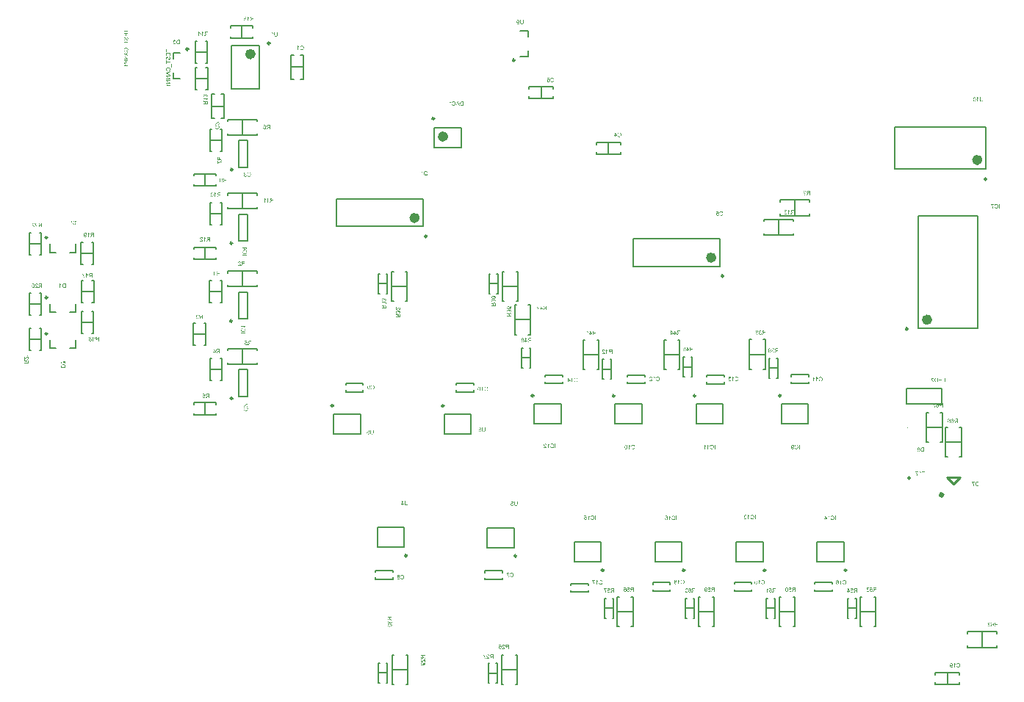
<source format=gbr>
%TF.GenerationSoftware,Altium Limited,Altium Designer,19.0.10 (269)*%
G04 Layer_Color=32896*
%FSLAX26Y26*%
%MOIN*%
%TF.FileFunction,Legend,Bot*%
%TF.Part,Single*%
G01*
G75*
%TA.AperFunction,NonConductor*%
%ADD70C,0.009842*%
%ADD71C,0.023622*%
%ADD72C,0.003937*%
%ADD73C,0.019685*%
%ADD74C,0.007874*%
%ADD75C,0.005906*%
%ADD76C,0.010000*%
G36*
X4170430Y2385224D02*
X4170956Y2385168D01*
X4171455Y2385058D01*
X4171926Y2384919D01*
X4172341Y2384725D01*
X4172757Y2384559D01*
X4173117Y2384337D01*
X4173449Y2384144D01*
X4173726Y2383950D01*
X4174003Y2383728D01*
X4174225Y2383562D01*
X4174391Y2383396D01*
X4174530Y2383229D01*
X4174641Y2383119D01*
X4174696Y2383063D01*
X4174724Y2383035D01*
X4175084Y2382537D01*
X4175388Y2381955D01*
X4175665Y2381346D01*
X4175752Y2381125D01*
X4175782Y2381176D01*
X4176142Y2381730D01*
X4176447Y2382201D01*
X4176696Y2382617D01*
X4176918Y2382921D01*
X4177084Y2383143D01*
X4177195Y2383282D01*
X4177223Y2383337D01*
X4178774Y2382257D01*
X4178275Y2381647D01*
X4177804Y2381121D01*
X4177444Y2380706D01*
X4177112Y2380345D01*
X4176863Y2380096D01*
X4176669Y2379930D01*
X4176558Y2379819D01*
X4176530Y2379791D01*
X4177140Y2379708D01*
X4177721Y2379597D01*
X4178275Y2379459D01*
X4178774Y2379348D01*
X4179189Y2379237D01*
X4179356Y2379182D01*
X4179522Y2379127D01*
X4179633Y2379099D01*
X4179716Y2379071D01*
X4179771Y2379044D01*
X4179777D01*
X4179737Y2379213D01*
X4179710Y2379407D01*
Y2379601D01*
X4179682Y2379739D01*
Y2379850D01*
Y2379905D01*
Y2379933D01*
X4179710Y2380515D01*
X4179793Y2381041D01*
X4179931Y2381540D01*
X4180070Y2381955D01*
X4180236Y2382315D01*
X4180347Y2382592D01*
X4180458Y2382758D01*
X4180485Y2382786D01*
Y2382814D01*
X4180818Y2383257D01*
X4181150Y2383645D01*
X4181510Y2383977D01*
X4181842Y2384227D01*
X4182147Y2384421D01*
X4182396Y2384531D01*
X4182563Y2384614D01*
X4182590Y2384642D01*
X4182618D01*
X4182867Y2384725D01*
X4183172Y2384808D01*
X4183782Y2384947D01*
X4184446Y2385030D01*
X4185056Y2385113D01*
X4185637Y2385141D01*
X4185887D01*
X4186108Y2385168D01*
X4195000D01*
Y2366000D01*
X4192452D01*
Y2374504D01*
X4189183D01*
X4188878Y2374476D01*
X4188657D01*
X4188463Y2374448D01*
X4188324Y2374421D01*
X4188213D01*
X4188158Y2374393D01*
X4188130D01*
X4187687Y2374255D01*
X4187493Y2374171D01*
X4187327Y2374088D01*
X4187161Y2374005D01*
X4187050Y2373950D01*
X4186995Y2373922D01*
X4186967Y2373894D01*
X4186745Y2373728D01*
X4186524Y2373534D01*
X4186108Y2373119D01*
X4185914Y2372925D01*
X4185776Y2372759D01*
X4185693Y2372648D01*
X4185665Y2372620D01*
X4185388Y2372233D01*
X4185083Y2371817D01*
X4184779Y2371374D01*
X4184474Y2370958D01*
X4184225Y2370570D01*
X4184031Y2370266D01*
X4183948Y2370155D01*
X4183892Y2370072D01*
X4183837Y2370017D01*
Y2369989D01*
X4181316Y2366000D01*
X4178158D01*
X4181455Y2371208D01*
X4181842Y2371762D01*
X4182203Y2372260D01*
X4182563Y2372676D01*
X4182867Y2373064D01*
X4183144Y2373340D01*
X4183366Y2373562D01*
X4183505Y2373701D01*
X4183560Y2373756D01*
X4183782Y2373922D01*
X4184031Y2374116D01*
X4184529Y2374421D01*
X4184751Y2374532D01*
X4184917Y2374642D01*
X4185028Y2374698D01*
X4185083Y2374726D01*
X4184585Y2374809D01*
X4184114Y2374892D01*
X4183698Y2375030D01*
X4183283Y2375141D01*
X4182923Y2375280D01*
X4182590Y2375446D01*
X4182286Y2375584D01*
X4182009Y2375723D01*
X4181787Y2375889D01*
X4181565Y2376027D01*
X4181399Y2376138D01*
X4181261Y2376249D01*
X4181150Y2376332D01*
X4181067Y2376415D01*
X4181039Y2376443D01*
X4181011Y2376471D01*
X4180790Y2376748D01*
X4180568Y2377025D01*
X4180236Y2377606D01*
X4180014Y2378188D01*
X4179848Y2378742D01*
X4179786Y2379005D01*
X4179189Y2377188D01*
X4178552Y2377409D01*
X4177971Y2377631D01*
X4177444Y2377852D01*
X4177001Y2378046D01*
X4176641Y2378213D01*
X4176482Y2378292D01*
X4176524Y2378050D01*
X4176607Y2377412D01*
X4176663Y2376831D01*
X4176718Y2376304D01*
X4176746Y2375861D01*
Y2375473D01*
X4176773Y2375196D01*
Y2375086D01*
Y2375003D01*
Y2374975D01*
Y2374947D01*
X4176746Y2374061D01*
X4176690Y2373230D01*
X4176607Y2372454D01*
X4176469Y2371734D01*
X4176330Y2371097D01*
X4176192Y2370515D01*
X4176025Y2369989D01*
X4175832Y2369518D01*
X4175665Y2369130D01*
X4175499Y2368770D01*
X4175361Y2368493D01*
X4175194Y2368244D01*
X4175084Y2368050D01*
X4175001Y2367939D01*
X4174945Y2367856D01*
X4174917Y2367828D01*
X4174557Y2367440D01*
X4174170Y2367108D01*
X4173782Y2366831D01*
X4173394Y2366582D01*
X4172979Y2366360D01*
X4172591Y2366194D01*
X4172203Y2366055D01*
X4171815Y2365945D01*
X4171483Y2365861D01*
X4171150Y2365778D01*
X4170873Y2365723D01*
X4170624Y2365695D01*
X4170402D01*
X4170264Y2365668D01*
X4170125D01*
X4169488Y2365695D01*
X4168907Y2365806D01*
X4168380Y2365917D01*
X4167909Y2366083D01*
X4167549Y2366222D01*
X4167272Y2366360D01*
X4167162Y2366388D01*
X4167078Y2366443D01*
X4167051Y2366471D01*
X4167023D01*
X4166552Y2366803D01*
X4166109Y2367191D01*
X4165749Y2367579D01*
X4165444Y2367967D01*
X4165195Y2368327D01*
X4165029Y2368604D01*
X4164973Y2368715D01*
X4164918Y2368798D01*
X4164890Y2368825D01*
Y2368853D01*
X4164613Y2369435D01*
X4164419Y2370044D01*
X4164281Y2370598D01*
X4164198Y2371124D01*
X4164114Y2371568D01*
Y2371734D01*
X4164087Y2371900D01*
Y2372039D01*
Y2372122D01*
Y2372177D01*
Y2372205D01*
X4164114Y2372703D01*
X4164170Y2373174D01*
X4164253Y2373645D01*
X4164336Y2374061D01*
X4164475Y2374448D01*
X4164613Y2374836D01*
X4164752Y2375169D01*
X4164918Y2375473D01*
X4165084Y2375750D01*
X4165222Y2376000D01*
X4165361Y2376194D01*
X4165499Y2376387D01*
X4165583Y2376526D01*
X4165666Y2376609D01*
X4165721Y2376664D01*
X4165749Y2376692D01*
X4166053Y2376997D01*
X4166386Y2377274D01*
X4166746Y2377495D01*
X4167078Y2377689D01*
X4167411Y2377883D01*
X4167743Y2378022D01*
X4168380Y2378216D01*
X4168657Y2378299D01*
X4168934Y2378354D01*
X4169156Y2378382D01*
X4169377Y2378410D01*
X4169544Y2378437D01*
X4169765D01*
X4170264Y2378410D01*
X4170735Y2378327D01*
X4171178Y2378243D01*
X4171460Y2378163D01*
X4171184Y2379044D01*
X4172320Y2379348D01*
X4172846Y2379459D01*
X4173345Y2379570D01*
X4173760Y2379653D01*
X4173926Y2379708D01*
X4173959Y2379714D01*
X4173920Y2379850D01*
X4173893Y2380016D01*
X4173837Y2380127D01*
X4173810Y2380210D01*
X4173782Y2380265D01*
Y2380293D01*
X4173660Y2380536D01*
X4173400Y2380816D01*
X4173040Y2381232D01*
X4172708Y2381620D01*
X4172458Y2381952D01*
X4172347Y2382090D01*
X4172264Y2382174D01*
X4172237Y2382229D01*
X4172209Y2382257D01*
X4172369Y2382370D01*
X4172203Y2382537D01*
X4172064Y2382648D01*
X4172009Y2382675D01*
X4171677Y2382897D01*
X4171344Y2383035D01*
X4171012Y2383146D01*
X4170679Y2383229D01*
X4170430Y2383285D01*
X4170208Y2383312D01*
X4170015D01*
X4169516Y2383257D01*
X4169045Y2383146D01*
X4168657Y2382980D01*
X4168297Y2382814D01*
X4168020Y2382620D01*
X4167826Y2382454D01*
X4167716Y2382343D01*
X4167660Y2382288D01*
X4167466Y2382038D01*
X4167272Y2381734D01*
X4167106Y2381401D01*
X4166995Y2381069D01*
X4166885Y2380764D01*
X4166801Y2380515D01*
X4166774Y2380349D01*
X4166746Y2380321D01*
Y2380293D01*
X4164391Y2380487D01*
X4164558Y2381263D01*
X4164807Y2381955D01*
X4165084Y2382565D01*
X4165389Y2383063D01*
X4165693Y2383451D01*
X4165804Y2383617D01*
X4165943Y2383756D01*
X4166026Y2383839D01*
X4166109Y2383922D01*
X4166137Y2383950D01*
X4166164Y2383977D01*
X4166441Y2384199D01*
X4166746Y2384393D01*
X4167355Y2384725D01*
X4167965Y2384947D01*
X4168547Y2385085D01*
X4169073Y2385196D01*
X4169294Y2385224D01*
X4169488D01*
X4169654Y2385251D01*
X4169876D01*
X4170430Y2385224D01*
D02*
G37*
G36*
X4161594Y2382648D02*
X4152203D01*
X4152868Y2381844D01*
X4153505Y2380986D01*
X4154059Y2380155D01*
X4154586Y2379351D01*
X4154807Y2378991D01*
X4155001Y2378659D01*
X4155195Y2378354D01*
X4155334Y2378105D01*
X4155444Y2377883D01*
X4155528Y2377745D01*
X4155583Y2377634D01*
X4155611Y2377606D01*
X4156165Y2376498D01*
X4156663Y2375390D01*
X4157079Y2374338D01*
X4157245Y2373867D01*
X4157411Y2373396D01*
X4157577Y2372980D01*
X4157688Y2372593D01*
X4157799Y2372260D01*
X4157882Y2371983D01*
X4157965Y2371734D01*
X4158020Y2371568D01*
X4158048Y2371457D01*
Y2371429D01*
X4158325Y2370294D01*
X4158436Y2369740D01*
X4158519Y2369241D01*
X4158602Y2368770D01*
X4158685Y2368299D01*
X4158741Y2367911D01*
X4158796Y2367523D01*
X4158824Y2367191D01*
X4158851Y2366886D01*
X4158879Y2366609D01*
Y2366388D01*
X4158907Y2366222D01*
Y2366111D01*
Y2366028D01*
Y2366000D01*
X4156497D01*
X4156414Y2367053D01*
X4156275Y2368022D01*
X4156137Y2368909D01*
X4156054Y2369324D01*
X4155971Y2369712D01*
X4155915Y2370044D01*
X4155832Y2370349D01*
X4155777Y2370626D01*
X4155721Y2370847D01*
X4155666Y2371014D01*
X4155638Y2371152D01*
X4155611Y2371235D01*
Y2371263D01*
X4155195Y2372537D01*
X4154752Y2373728D01*
X4154530Y2374310D01*
X4154309Y2374864D01*
X4154059Y2375363D01*
X4153838Y2375861D01*
X4153644Y2376304D01*
X4153450Y2376692D01*
X4153284Y2377025D01*
X4153145Y2377329D01*
X4153007Y2377579D01*
X4152924Y2377745D01*
X4152868Y2377856D01*
X4152841Y2377883D01*
X4152508Y2378465D01*
X4152176Y2379047D01*
X4151843Y2379573D01*
X4151511Y2380072D01*
X4151206Y2380515D01*
X4150902Y2380958D01*
X4150597Y2381346D01*
X4150348Y2381678D01*
X4150098Y2382011D01*
X4149877Y2382288D01*
X4149655Y2382509D01*
X4149489Y2382703D01*
X4149378Y2382869D01*
X4149267Y2382980D01*
X4149212Y2383035D01*
X4149184Y2383063D01*
Y2384919D01*
X4161594D01*
Y2382648D01*
D02*
G37*
G36*
X709427Y4033196D02*
X710175Y4033058D01*
X710812Y4032836D01*
X711366Y4032614D01*
X711616Y4032476D01*
X711809Y4032365D01*
X712003Y4032254D01*
X712142Y4032144D01*
X712253Y4032060D01*
X712336Y4032005D01*
X712391Y4031977D01*
X712419Y4031950D01*
X712945Y4031423D01*
X713361Y4030842D01*
X713693Y4030232D01*
X713970Y4029623D01*
X714136Y4029097D01*
X714219Y4028875D01*
X714275Y4028681D01*
X714303Y4028515D01*
X714330Y4028404D01*
X714358Y4028321D01*
Y4028293D01*
X712003Y4027878D01*
X711893Y4028487D01*
X711726Y4029013D01*
X711533Y4029457D01*
X711339Y4029817D01*
X711145Y4030094D01*
X710979Y4030288D01*
X710868Y4030426D01*
X710840Y4030454D01*
X710480Y4030731D01*
X710092Y4030952D01*
X709732Y4031091D01*
X709372Y4031202D01*
X709039Y4031257D01*
X708790Y4031312D01*
X708569D01*
X708070Y4031285D01*
X707627Y4031174D01*
X707239Y4031035D01*
X706907Y4030897D01*
X706657Y4030731D01*
X706463Y4030592D01*
X706325Y4030481D01*
X706297Y4030454D01*
X705992Y4030121D01*
X705771Y4029761D01*
X705632Y4029401D01*
X705522Y4029069D01*
X705466Y4028764D01*
X705411Y4028543D01*
Y4028376D01*
Y4028349D01*
Y4028321D01*
Y4028016D01*
X705466Y4027739D01*
X705605Y4027268D01*
X705799Y4026853D01*
X706020Y4026493D01*
X706242Y4026243D01*
X706436Y4026050D01*
X706574Y4025939D01*
X706602Y4025911D01*
X706630D01*
X707101Y4025662D01*
X707544Y4025468D01*
X708015Y4025329D01*
X708430Y4025246D01*
X708790Y4025191D01*
X709095Y4025135D01*
X709455D01*
X709566Y4025163D01*
X709704D01*
X709981Y4023086D01*
X709621Y4023169D01*
X709289Y4023224D01*
X709012Y4023280D01*
X708763Y4023307D01*
X708569Y4023335D01*
X708319D01*
X707738Y4023280D01*
X707211Y4023169D01*
X706740Y4023003D01*
X706353Y4022809D01*
X706048Y4022615D01*
X705826Y4022448D01*
X705688Y4022338D01*
X705632Y4022282D01*
X705272Y4021867D01*
X704995Y4021424D01*
X704801Y4020980D01*
X704691Y4020537D01*
X704607Y4020177D01*
X704580Y4019872D01*
X704552Y4019762D01*
Y4019678D01*
Y4019623D01*
Y4019595D01*
X704607Y4018986D01*
X704746Y4018432D01*
X704912Y4017961D01*
X705134Y4017546D01*
X705355Y4017213D01*
X705522Y4016964D01*
X705660Y4016798D01*
X705716Y4016742D01*
X706159Y4016354D01*
X706630Y4016077D01*
X707101Y4015884D01*
X707544Y4015745D01*
X707932Y4015662D01*
X708236Y4015634D01*
X708347Y4015607D01*
X708513D01*
X709012Y4015634D01*
X709483Y4015745D01*
X709898Y4015884D01*
X710231Y4016050D01*
X710508Y4016188D01*
X710729Y4016327D01*
X710840Y4016438D01*
X710895Y4016465D01*
X711228Y4016853D01*
X711505Y4017296D01*
X711754Y4017767D01*
X711948Y4018266D01*
X712087Y4018681D01*
X712142Y4018875D01*
X712170Y4019041D01*
X712197Y4019180D01*
X712225Y4019291D01*
X712253Y4019346D01*
Y4019374D01*
X714607Y4019069D01*
X714552Y4018626D01*
X714469Y4018210D01*
X714219Y4017435D01*
X713915Y4016770D01*
X713749Y4016493D01*
X713582Y4016216D01*
X713416Y4015967D01*
X713250Y4015773D01*
X713111Y4015579D01*
X712973Y4015440D01*
X712890Y4015330D01*
X712807Y4015247D01*
X712751Y4015191D01*
X712724Y4015163D01*
X712391Y4014914D01*
X712059Y4014665D01*
X711726Y4014471D01*
X711366Y4014305D01*
X710674Y4014028D01*
X710009Y4013861D01*
X709704Y4013806D01*
X709427Y4013751D01*
X709178Y4013723D01*
X708956Y4013695D01*
X708790Y4013668D01*
X708541D01*
X708015Y4013695D01*
X707544Y4013751D01*
X707073Y4013834D01*
X706630Y4013945D01*
X706214Y4014083D01*
X705854Y4014222D01*
X705494Y4014388D01*
X705189Y4014554D01*
X704885Y4014693D01*
X704635Y4014859D01*
X704414Y4014997D01*
X704247Y4015136D01*
X704109Y4015247D01*
X703998Y4015330D01*
X703943Y4015385D01*
X703915Y4015413D01*
X703583Y4015745D01*
X703306Y4016105D01*
X703056Y4016465D01*
X702835Y4016825D01*
X702668Y4017158D01*
X702502Y4017518D01*
X702281Y4018183D01*
X702225Y4018487D01*
X702170Y4018764D01*
X702115Y4019014D01*
X702087Y4019235D01*
X702059Y4019401D01*
Y4019540D01*
Y4019623D01*
Y4019651D01*
X702087Y4020316D01*
X702198Y4020925D01*
X702364Y4021451D01*
X702530Y4021894D01*
X702696Y4022255D01*
X702862Y4022532D01*
X702973Y4022698D01*
X703001Y4022753D01*
X703389Y4023169D01*
X703804Y4023529D01*
X704247Y4023806D01*
X704691Y4024027D01*
X705078Y4024194D01*
X705383Y4024304D01*
X705494Y4024332D01*
X705577Y4024360D01*
X705632Y4024387D01*
X705660D01*
X705189Y4024637D01*
X704801Y4024886D01*
X704469Y4025163D01*
X704192Y4025412D01*
X703970Y4025634D01*
X703804Y4025828D01*
X703721Y4025939D01*
X703693Y4025994D01*
X703472Y4026382D01*
X703306Y4026770D01*
X703167Y4027157D01*
X703084Y4027518D01*
X703029Y4027822D01*
X703001Y4028044D01*
Y4028210D01*
Y4028265D01*
X703029Y4028736D01*
X703112Y4029207D01*
X703222Y4029623D01*
X703361Y4029983D01*
X703500Y4030288D01*
X703610Y4030537D01*
X703693Y4030675D01*
X703721Y4030731D01*
X703998Y4031146D01*
X704331Y4031506D01*
X704663Y4031811D01*
X704995Y4032088D01*
X705272Y4032282D01*
X705522Y4032448D01*
X705688Y4032531D01*
X705716Y4032559D01*
X705743D01*
X706242Y4032781D01*
X706740Y4032947D01*
X707239Y4033085D01*
X707682Y4033168D01*
X708042Y4033224D01*
X708347Y4033251D01*
X709039D01*
X709427Y4033196D01*
D02*
G37*
G36*
X733000Y4014000D02*
X726103D01*
X725466Y4014028D01*
X724884Y4014055D01*
X724358Y4014111D01*
X723914Y4014166D01*
X723527Y4014222D01*
X723250Y4014249D01*
X723167Y4014277D01*
X723083Y4014305D01*
X723028D01*
X722529Y4014443D01*
X722086Y4014609D01*
X721698Y4014748D01*
X721366Y4014914D01*
X721089Y4015053D01*
X720895Y4015163D01*
X720784Y4015247D01*
X720729Y4015274D01*
X720369Y4015523D01*
X720064Y4015828D01*
X719759Y4016105D01*
X719510Y4016382D01*
X719288Y4016631D01*
X719122Y4016825D01*
X719011Y4016964D01*
X718984Y4017019D01*
X718707Y4017463D01*
X718430Y4017933D01*
X718208Y4018377D01*
X718042Y4018820D01*
X717876Y4019208D01*
X717765Y4019512D01*
X717737Y4019623D01*
X717710Y4019706D01*
X717682Y4019762D01*
Y4019789D01*
X717516Y4020454D01*
X717377Y4021119D01*
X717294Y4021756D01*
X717211Y4022365D01*
X717183Y4022892D01*
Y4023113D01*
X717156Y4023307D01*
Y4023446D01*
Y4023584D01*
Y4023640D01*
Y4023667D01*
X717183Y4024609D01*
X717266Y4025468D01*
X717405Y4026243D01*
X717460Y4026604D01*
X717543Y4026908D01*
X717626Y4027213D01*
X717682Y4027462D01*
X717737Y4027684D01*
X717820Y4027878D01*
X717848Y4028044D01*
X717904Y4028155D01*
X717931Y4028210D01*
Y4028238D01*
X718236Y4028958D01*
X718596Y4029595D01*
X718984Y4030149D01*
X719344Y4030620D01*
X719676Y4031008D01*
X719953Y4031285D01*
X720064Y4031368D01*
X720147Y4031451D01*
X720175Y4031479D01*
X720203Y4031506D01*
X720646Y4031867D01*
X721117Y4032144D01*
X721588Y4032393D01*
X722031Y4032587D01*
X722419Y4032725D01*
X722723Y4032808D01*
X722834Y4032864D01*
X722917D01*
X722973Y4032891D01*
X723000D01*
X723471Y4032974D01*
X724025Y4033058D01*
X724579Y4033113D01*
X725133Y4033141D01*
X725632Y4033168D01*
X733000D01*
Y4014000D01*
D02*
G37*
G36*
X4352599Y3772781D02*
X4352904Y3772337D01*
X4353264Y3771894D01*
X4353596Y3771506D01*
X4353929Y3771174D01*
X4354178Y3770897D01*
X4354289Y3770814D01*
X4354372Y3770731D01*
X4354400Y3770703D01*
X4354427Y3770675D01*
X4355009Y3770204D01*
X4355591Y3769761D01*
X4356145Y3769374D01*
X4356699Y3769069D01*
X4357170Y3768792D01*
X4357364Y3768681D01*
X4357530Y3768598D01*
X4357668Y3768515D01*
X4357779Y3768487D01*
X4357834Y3768432D01*
X4357862D01*
Y3766160D01*
X4357447Y3766327D01*
X4357031Y3766520D01*
X4356616Y3766714D01*
X4356228Y3766908D01*
X4355895Y3767074D01*
X4355618Y3767213D01*
X4355452Y3767324D01*
X4355425Y3767351D01*
X4355397D01*
X4354898Y3767656D01*
X4354455Y3767961D01*
X4354067Y3768238D01*
X4353762Y3768487D01*
X4353485Y3768681D01*
X4353319Y3768847D01*
X4353181Y3768958D01*
X4353153Y3768986D01*
Y3754000D01*
X4350799D01*
Y3773251D01*
X4352322D01*
X4352599Y3772781D01*
D02*
G37*
G36*
X4378000Y3762088D02*
Y3761534D01*
X4377972Y3761008D01*
X4377945Y3760510D01*
X4377889Y3760039D01*
X4377834Y3759623D01*
X4377778Y3759235D01*
X4377695Y3758875D01*
X4377640Y3758543D01*
X4377584Y3758238D01*
X4377501Y3757989D01*
X4377446Y3757767D01*
X4377391Y3757601D01*
X4377335Y3757463D01*
X4377307Y3757352D01*
X4377280Y3757296D01*
Y3757269D01*
X4376975Y3756659D01*
X4376587Y3756105D01*
X4376199Y3755662D01*
X4375784Y3755274D01*
X4375424Y3754970D01*
X4375119Y3754748D01*
X4375008Y3754693D01*
X4374925Y3754637D01*
X4374870Y3754582D01*
X4374842D01*
X4374150Y3754277D01*
X4373430Y3754055D01*
X4372682Y3753889D01*
X4371989Y3753778D01*
X4371684Y3753751D01*
X4371380Y3753723D01*
X4371103Y3753695D01*
X4370881D01*
X4370687Y3753668D01*
X4370438D01*
X4369441Y3753723D01*
X4368998Y3753778D01*
X4368582Y3753834D01*
X4368167Y3753917D01*
X4367806Y3754000D01*
X4367474Y3754083D01*
X4367169Y3754194D01*
X4366892Y3754305D01*
X4366671Y3754388D01*
X4366449Y3754471D01*
X4366283Y3754554D01*
X4366144Y3754637D01*
X4366061Y3754665D01*
X4366006Y3754720D01*
X4365978D01*
X4365369Y3755136D01*
X4364870Y3755607D01*
X4364482Y3756050D01*
X4364150Y3756493D01*
X4363901Y3756881D01*
X4363734Y3757186D01*
X4363679Y3757296D01*
X4363624Y3757379D01*
X4363596Y3757435D01*
Y3757463D01*
X4363485Y3757795D01*
X4363374Y3758155D01*
X4363208Y3758903D01*
X4363097Y3759678D01*
X4363014Y3760426D01*
X4362987Y3760759D01*
X4362959Y3761091D01*
Y3761368D01*
X4362931Y3761617D01*
Y3761811D01*
Y3761950D01*
Y3762061D01*
Y3762088D01*
Y3773168D01*
X4365480D01*
Y3762088D01*
Y3761451D01*
X4365535Y3760842D01*
X4365590Y3760316D01*
X4365673Y3759817D01*
X4365757Y3759374D01*
X4365867Y3758958D01*
X4365950Y3758598D01*
X4366061Y3758294D01*
X4366172Y3758044D01*
X4366283Y3757795D01*
X4366394Y3757629D01*
X4366477Y3757463D01*
X4366560Y3757352D01*
X4366615Y3757269D01*
X4366643Y3757241D01*
X4366671Y3757213D01*
X4366920Y3756992D01*
X4367197Y3756798D01*
X4367806Y3756493D01*
X4368444Y3756271D01*
X4369108Y3756133D01*
X4369718Y3756022D01*
X4369967Y3755994D01*
X4370216D01*
X4370382Y3755967D01*
X4370659D01*
X4371241Y3755994D01*
X4371767Y3756077D01*
X4372266Y3756161D01*
X4372654Y3756299D01*
X4372986Y3756410D01*
X4373236Y3756493D01*
X4373374Y3756576D01*
X4373430Y3756604D01*
X4373817Y3756853D01*
X4374150Y3757158D01*
X4374427Y3757463D01*
X4374621Y3757740D01*
X4374787Y3758017D01*
X4374925Y3758210D01*
X4374981Y3758349D01*
X4375008Y3758404D01*
X4375092Y3758654D01*
X4375147Y3758903D01*
X4375258Y3759485D01*
X4375341Y3760094D01*
X4375396Y3760703D01*
X4375424Y3761230D01*
Y3761479D01*
X4375452Y3761673D01*
Y3761839D01*
Y3761978D01*
Y3762061D01*
Y3762088D01*
Y3773168D01*
X4378000D01*
Y3762088D01*
D02*
G37*
G36*
X4339248Y3773196D02*
X4339940Y3773085D01*
X4340522Y3772891D01*
X4341020Y3772698D01*
X4341436Y3772476D01*
X4341602Y3772393D01*
X4341741Y3772282D01*
X4341851Y3772227D01*
X4341935Y3772171D01*
X4341962Y3772116D01*
X4341990D01*
X4342489Y3771673D01*
X4342904Y3771146D01*
X4343264Y3770620D01*
X4343541Y3770121D01*
X4343763Y3769651D01*
X4343874Y3769457D01*
X4343929Y3769263D01*
X4343984Y3769124D01*
X4344040Y3769013D01*
X4344068Y3768958D01*
Y3768930D01*
X4344178Y3768515D01*
X4344289Y3768099D01*
X4344455Y3767185D01*
X4344594Y3766271D01*
X4344677Y3765412D01*
X4344705Y3764997D01*
X4344732Y3764637D01*
Y3764304D01*
X4344760Y3764000D01*
Y3763778D01*
Y3763584D01*
Y3763473D01*
Y3763446D01*
X4344732Y3762476D01*
X4344677Y3761562D01*
X4344594Y3760731D01*
X4344455Y3759956D01*
X4344317Y3759235D01*
X4344151Y3758598D01*
X4343984Y3758017D01*
X4343818Y3757518D01*
X4343652Y3757075D01*
X4343458Y3756687D01*
X4343320Y3756354D01*
X4343181Y3756105D01*
X4343043Y3755884D01*
X4342959Y3755745D01*
X4342904Y3755662D01*
X4342876Y3755634D01*
X4342572Y3755302D01*
X4342239Y3754997D01*
X4341879Y3754720D01*
X4341519Y3754499D01*
X4341159Y3754305D01*
X4340799Y3754139D01*
X4340439Y3754028D01*
X4340106Y3753917D01*
X4339774Y3753834D01*
X4339469Y3753778D01*
X4339192Y3753723D01*
X4338971Y3753695D01*
X4338777Y3753668D01*
X4338500D01*
X4337752Y3753723D01*
X4337059Y3753834D01*
X4336478Y3754028D01*
X4335979Y3754222D01*
X4335564Y3754416D01*
X4335425Y3754526D01*
X4335287Y3754609D01*
X4335176Y3754665D01*
X4335093Y3754720D01*
X4335065Y3754776D01*
X4335037D01*
X4334539Y3755247D01*
X4334123Y3755745D01*
X4333763Y3756299D01*
X4333486Y3756798D01*
X4333265Y3757269D01*
X4333154Y3757463D01*
X4333098Y3757656D01*
X4333043Y3757795D01*
X4332988Y3757906D01*
X4332960Y3757961D01*
Y3757989D01*
X4332821Y3758404D01*
X4332711Y3758820D01*
X4332544Y3759706D01*
X4332406Y3760620D01*
X4332323Y3761507D01*
X4332295Y3761894D01*
X4332267Y3762255D01*
Y3762587D01*
X4332240Y3762892D01*
Y3763113D01*
Y3763307D01*
Y3763418D01*
Y3763446D01*
Y3763972D01*
X4332267Y3764471D01*
Y3764914D01*
X4332295Y3765357D01*
X4332350Y3765745D01*
X4332378Y3766133D01*
X4332406Y3766465D01*
X4332461Y3766770D01*
X4332489Y3767047D01*
X4332544Y3767296D01*
X4332572Y3767490D01*
X4332600Y3767656D01*
X4332627Y3767795D01*
X4332655Y3767878D01*
X4332683Y3767933D01*
Y3767961D01*
X4332849Y3768570D01*
X4333043Y3769124D01*
X4333265Y3769595D01*
X4333431Y3770011D01*
X4333625Y3770371D01*
X4333735Y3770620D01*
X4333846Y3770758D01*
X4333874Y3770814D01*
X4334179Y3771229D01*
X4334483Y3771590D01*
X4334816Y3771894D01*
X4335120Y3772171D01*
X4335397Y3772365D01*
X4335619Y3772504D01*
X4335757Y3772587D01*
X4335785Y3772614D01*
X4335813D01*
X4336256Y3772836D01*
X4336727Y3772974D01*
X4337170Y3773085D01*
X4337586Y3773168D01*
X4337946Y3773224D01*
X4338251Y3773251D01*
X4338500D01*
X4339248Y3773196D01*
D02*
G37*
G36*
X2268123Y4124224D02*
X2268566Y4124168D01*
X2269009Y4124085D01*
X2269397Y4123975D01*
X2270145Y4123670D01*
X2270477Y4123531D01*
X2270754Y4123365D01*
X2271031Y4123171D01*
X2271253Y4123033D01*
X2271474Y4122867D01*
X2271640Y4122728D01*
X2271779Y4122617D01*
X2271862Y4122534D01*
X2271918Y4122479D01*
X2271945Y4122451D01*
X2272250Y4122119D01*
X2272499Y4121731D01*
X2272749Y4121371D01*
X2272942Y4120983D01*
X2273109Y4120567D01*
X2273247Y4120180D01*
X2273441Y4119459D01*
X2273524Y4119099D01*
X2273579Y4118795D01*
X2273607Y4118490D01*
X2273635Y4118241D01*
X2273663Y4118047D01*
Y4117908D01*
Y4117797D01*
Y4117770D01*
X2273635Y4117243D01*
X2273579Y4116773D01*
X2273524Y4116302D01*
X2273413Y4115858D01*
X2273275Y4115471D01*
X2273136Y4115083D01*
X2272998Y4114750D01*
X2272832Y4114446D01*
X2272693Y4114169D01*
X2272555Y4113919D01*
X2272416Y4113725D01*
X2272278Y4113532D01*
X2272167Y4113393D01*
X2272111Y4113310D01*
X2272056Y4113255D01*
X2272028Y4113227D01*
X2271724Y4112922D01*
X2271391Y4112673D01*
X2271059Y4112424D01*
X2270699Y4112230D01*
X2270366Y4112064D01*
X2270034Y4111925D01*
X2269397Y4111731D01*
X2269120Y4111648D01*
X2268843Y4111593D01*
X2268621Y4111565D01*
X2268400Y4111537D01*
X2268233Y4111510D01*
X2268012D01*
X2267485Y4111537D01*
X2266987Y4111620D01*
X2266544Y4111731D01*
X2266128Y4111870D01*
X2265823Y4111980D01*
X2265574Y4112091D01*
X2265408Y4112174D01*
X2265353Y4112202D01*
X2264909Y4112479D01*
X2264522Y4112784D01*
X2264189Y4113088D01*
X2263912Y4113365D01*
X2263718Y4113642D01*
X2263552Y4113836D01*
X2263441Y4113975D01*
X2263414Y4114030D01*
Y4113809D01*
Y4113670D01*
Y4113587D01*
Y4113559D01*
X2263441Y4113005D01*
X2263469Y4112479D01*
X2263524Y4112008D01*
X2263580Y4111565D01*
X2263663Y4111205D01*
X2263718Y4110928D01*
X2263746Y4110817D01*
Y4110734D01*
X2263774Y4110706D01*
Y4110678D01*
X2263912Y4110180D01*
X2264051Y4109737D01*
X2264189Y4109349D01*
X2264328Y4109016D01*
X2264439Y4108767D01*
X2264549Y4108573D01*
X2264605Y4108435D01*
X2264632Y4108407D01*
X2264854Y4108102D01*
X2265076Y4107853D01*
X2265297Y4107632D01*
X2265519Y4107438D01*
X2265685Y4107271D01*
X2265851Y4107161D01*
X2265962Y4107105D01*
X2265990Y4107078D01*
X2266294Y4106911D01*
X2266627Y4106801D01*
X2266932Y4106717D01*
X2267236Y4106662D01*
X2267485Y4106634D01*
X2267679Y4106607D01*
X2267873D01*
X2268316Y4106634D01*
X2268732Y4106717D01*
X2269092Y4106828D01*
X2269397Y4106967D01*
X2269618Y4107078D01*
X2269812Y4107188D01*
X2269923Y4107271D01*
X2269951Y4107299D01*
X2270228Y4107604D01*
X2270449Y4107964D01*
X2270643Y4108352D01*
X2270782Y4108739D01*
X2270893Y4109072D01*
X2270976Y4109377D01*
X2271003Y4109487D01*
Y4109543D01*
X2271031Y4109598D01*
Y4109626D01*
X2273302Y4109432D01*
X2273136Y4108629D01*
X2272915Y4107936D01*
X2272638Y4107327D01*
X2272361Y4106828D01*
X2272084Y4106440D01*
X2271945Y4106274D01*
X2271834Y4106136D01*
X2271751Y4106053D01*
X2271668Y4105970D01*
X2271640Y4105942D01*
X2271613Y4105914D01*
X2271336Y4105693D01*
X2271031Y4105499D01*
X2270422Y4105194D01*
X2269812Y4104972D01*
X2269231Y4104834D01*
X2268704Y4104723D01*
X2268483Y4104695D01*
X2268289D01*
X2268150Y4104668D01*
X2267929D01*
X2267153Y4104723D01*
X2266461Y4104834D01*
X2265823Y4105028D01*
X2265297Y4105249D01*
X2265076Y4105332D01*
X2264854Y4105443D01*
X2264688Y4105554D01*
X2264522Y4105637D01*
X2264411Y4105693D01*
X2264328Y4105748D01*
X2264272Y4105803D01*
X2264245D01*
X2263691Y4106274D01*
X2263192Y4106801D01*
X2262804Y4107355D01*
X2262472Y4107881D01*
X2262195Y4108352D01*
X2262084Y4108573D01*
X2262001Y4108739D01*
X2261945Y4108906D01*
X2261890Y4109016D01*
X2261862Y4109072D01*
Y4109100D01*
X2261724Y4109515D01*
X2261585Y4109986D01*
X2261392Y4110928D01*
X2261253Y4111925D01*
X2261170Y4112867D01*
X2261115Y4113282D01*
X2261087Y4113698D01*
Y4114058D01*
X2261059Y4114363D01*
Y4114612D01*
Y4114806D01*
Y4114944D01*
Y4114972D01*
Y4115609D01*
X2261087Y4116218D01*
X2261142Y4116773D01*
X2261198Y4117299D01*
X2261253Y4117770D01*
X2261308Y4118213D01*
X2261392Y4118628D01*
X2261475Y4118989D01*
X2261558Y4119293D01*
X2261613Y4119570D01*
X2261696Y4119819D01*
X2261752Y4120013D01*
X2261807Y4120152D01*
X2261862Y4120263D01*
X2261890Y4120318D01*
Y4120346D01*
X2262222Y4121011D01*
X2262583Y4121592D01*
X2262998Y4122091D01*
X2263358Y4122506D01*
X2263718Y4122811D01*
X2263995Y4123033D01*
X2264106Y4123116D01*
X2264189Y4123171D01*
X2264217Y4123227D01*
X2264245D01*
X2264826Y4123559D01*
X2265408Y4123808D01*
X2265990Y4124002D01*
X2266516Y4124113D01*
X2266987Y4124196D01*
X2267181Y4124224D01*
X2267319D01*
X2267458Y4124252D01*
X2267652D01*
X2268123Y4124224D01*
D02*
G37*
G36*
X2292000Y4113088D02*
Y4112534D01*
X2291972Y4112008D01*
X2291945Y4111510D01*
X2291889Y4111039D01*
X2291834Y4110623D01*
X2291778Y4110235D01*
X2291695Y4109875D01*
X2291640Y4109543D01*
X2291584Y4109238D01*
X2291501Y4108989D01*
X2291446Y4108767D01*
X2291391Y4108601D01*
X2291335Y4108462D01*
X2291307Y4108352D01*
X2291280Y4108296D01*
Y4108269D01*
X2290975Y4107659D01*
X2290587Y4107105D01*
X2290200Y4106662D01*
X2289784Y4106274D01*
X2289424Y4105970D01*
X2289119Y4105748D01*
X2289008Y4105693D01*
X2288925Y4105637D01*
X2288870Y4105582D01*
X2288842D01*
X2288150Y4105277D01*
X2287430Y4105055D01*
X2286682Y4104889D01*
X2285989Y4104778D01*
X2285684Y4104751D01*
X2285380Y4104723D01*
X2285103Y4104695D01*
X2284881D01*
X2284687Y4104668D01*
X2284438D01*
X2283441Y4104723D01*
X2282997Y4104778D01*
X2282582Y4104834D01*
X2282166Y4104917D01*
X2281806Y4105000D01*
X2281474Y4105083D01*
X2281169Y4105194D01*
X2280892Y4105305D01*
X2280671Y4105388D01*
X2280449Y4105471D01*
X2280283Y4105554D01*
X2280144Y4105637D01*
X2280061Y4105665D01*
X2280006Y4105720D01*
X2279978D01*
X2279369Y4106136D01*
X2278870Y4106607D01*
X2278482Y4107050D01*
X2278150Y4107493D01*
X2277901Y4107881D01*
X2277735Y4108185D01*
X2277679Y4108296D01*
X2277624Y4108379D01*
X2277596Y4108435D01*
Y4108462D01*
X2277485Y4108795D01*
X2277374Y4109155D01*
X2277208Y4109903D01*
X2277097Y4110678D01*
X2277014Y4111426D01*
X2276987Y4111759D01*
X2276959Y4112091D01*
Y4112368D01*
X2276931Y4112618D01*
Y4112811D01*
Y4112950D01*
Y4113061D01*
Y4113088D01*
Y4124168D01*
X2279480D01*
Y4113088D01*
Y4112451D01*
X2279535Y4111842D01*
X2279590Y4111316D01*
X2279673Y4110817D01*
X2279757Y4110374D01*
X2279867Y4109958D01*
X2279950Y4109598D01*
X2280061Y4109293D01*
X2280172Y4109044D01*
X2280283Y4108795D01*
X2280394Y4108629D01*
X2280477Y4108462D01*
X2280560Y4108352D01*
X2280615Y4108269D01*
X2280643Y4108241D01*
X2280671Y4108213D01*
X2280920Y4107992D01*
X2281197Y4107798D01*
X2281806Y4107493D01*
X2282443Y4107271D01*
X2283108Y4107133D01*
X2283718Y4107022D01*
X2283967Y4106994D01*
X2284216D01*
X2284383Y4106967D01*
X2284660D01*
X2285241Y4106994D01*
X2285767Y4107078D01*
X2286266Y4107161D01*
X2286654Y4107299D01*
X2286986Y4107410D01*
X2287236Y4107493D01*
X2287374Y4107576D01*
X2287430Y4107604D01*
X2287817Y4107853D01*
X2288150Y4108158D01*
X2288427Y4108462D01*
X2288621Y4108739D01*
X2288787Y4109016D01*
X2288925Y4109210D01*
X2288981Y4109349D01*
X2289008Y4109404D01*
X2289091Y4109654D01*
X2289147Y4109903D01*
X2289258Y4110485D01*
X2289341Y4111094D01*
X2289396Y4111703D01*
X2289424Y4112230D01*
Y4112479D01*
X2289452Y4112673D01*
Y4112839D01*
Y4112978D01*
Y4113061D01*
Y4113088D01*
Y4124168D01*
X2292000D01*
Y4113088D01*
D02*
G37*
G36*
X2094430Y2273224D02*
X2094956Y2273168D01*
X2095455Y2273058D01*
X2095926Y2272919D01*
X2096341Y2272725D01*
X2096757Y2272559D01*
X2097117Y2272337D01*
X2097449Y2272144D01*
X2097726Y2271950D01*
X2098003Y2271728D01*
X2098225Y2271562D01*
X2098391Y2271396D01*
X2098530Y2271229D01*
X2098640Y2271119D01*
X2098696Y2271063D01*
X2098724Y2271035D01*
X2099084Y2270537D01*
X2099388Y2269955D01*
X2099665Y2269346D01*
X2099915Y2268709D01*
X2100109Y2268044D01*
X2100275Y2267379D01*
X2100413Y2266687D01*
X2100524Y2266050D01*
X2100607Y2265412D01*
X2100663Y2264831D01*
X2100718Y2264304D01*
X2100746Y2263861D01*
Y2263473D01*
X2100773Y2263196D01*
Y2263086D01*
Y2263003D01*
Y2262975D01*
Y2262947D01*
X2100746Y2262061D01*
X2100690Y2261230D01*
X2100607Y2260454D01*
X2100469Y2259734D01*
X2100330Y2259097D01*
X2100192Y2258515D01*
X2100026Y2257989D01*
X2099832Y2257518D01*
X2099665Y2257130D01*
X2099499Y2256770D01*
X2099361Y2256493D01*
X2099195Y2256244D01*
X2099084Y2256050D01*
X2099001Y2255939D01*
X2098945Y2255856D01*
X2098918Y2255828D01*
X2098557Y2255440D01*
X2098170Y2255108D01*
X2097782Y2254831D01*
X2097394Y2254582D01*
X2096979Y2254360D01*
X2096591Y2254194D01*
X2096203Y2254055D01*
X2095815Y2253945D01*
X2095483Y2253861D01*
X2095150Y2253778D01*
X2094873Y2253723D01*
X2094624Y2253695D01*
X2094402D01*
X2094264Y2253668D01*
X2094125D01*
X2093488Y2253695D01*
X2092907Y2253806D01*
X2092380Y2253917D01*
X2091909Y2254083D01*
X2091549Y2254222D01*
X2091272Y2254360D01*
X2091162Y2254388D01*
X2091078Y2254443D01*
X2091051Y2254471D01*
X2091023D01*
X2090552Y2254803D01*
X2090109Y2255191D01*
X2089749Y2255579D01*
X2089444Y2255967D01*
X2089195Y2256327D01*
X2089029Y2256604D01*
X2088973Y2256715D01*
X2088918Y2256798D01*
X2088890Y2256825D01*
Y2256853D01*
X2088613Y2257435D01*
X2088419Y2258044D01*
X2088281Y2258598D01*
X2088198Y2259124D01*
X2088115Y2259568D01*
Y2259734D01*
X2088087Y2259900D01*
Y2260039D01*
Y2260122D01*
Y2260177D01*
Y2260205D01*
X2088115Y2260703D01*
X2088170Y2261174D01*
X2088253Y2261645D01*
X2088336Y2262061D01*
X2088475Y2262448D01*
X2088613Y2262836D01*
X2088752Y2263169D01*
X2088918Y2263473D01*
X2089084Y2263750D01*
X2089222Y2264000D01*
X2089361Y2264194D01*
X2089499Y2264387D01*
X2089583Y2264526D01*
X2089666Y2264609D01*
X2089721Y2264664D01*
X2089749Y2264692D01*
X2090053Y2264997D01*
X2090386Y2265274D01*
X2090746Y2265495D01*
X2091078Y2265689D01*
X2091411Y2265883D01*
X2091743Y2266022D01*
X2092380Y2266216D01*
X2092657Y2266299D01*
X2092934Y2266354D01*
X2093156Y2266382D01*
X2093378Y2266410D01*
X2093544Y2266437D01*
X2093765D01*
X2094264Y2266410D01*
X2094735Y2266327D01*
X2095178Y2266243D01*
X2095566Y2266133D01*
X2095898Y2265994D01*
X2096148Y2265911D01*
X2096314Y2265828D01*
X2096341Y2265800D01*
X2096369D01*
X2096812Y2265523D01*
X2097200Y2265218D01*
X2097560Y2264914D01*
X2097837Y2264581D01*
X2098086Y2264304D01*
X2098280Y2264083D01*
X2098391Y2263917D01*
X2098419Y2263889D01*
Y2264387D01*
X2098391Y2264886D01*
X2098363Y2265329D01*
X2098308Y2265773D01*
X2098280Y2266160D01*
X2098225Y2266520D01*
X2098170Y2266853D01*
X2098086Y2267157D01*
X2098031Y2267434D01*
X2097976Y2267656D01*
X2097920Y2267850D01*
X2097893Y2268016D01*
X2097837Y2268127D01*
X2097809Y2268210D01*
X2097782Y2268265D01*
Y2268293D01*
X2097505Y2268847D01*
X2097228Y2269346D01*
X2096923Y2269734D01*
X2096646Y2270066D01*
X2096397Y2270343D01*
X2096203Y2270537D01*
X2096064Y2270648D01*
X2096009Y2270675D01*
X2095677Y2270897D01*
X2095344Y2271035D01*
X2095012Y2271146D01*
X2094679Y2271229D01*
X2094430Y2271285D01*
X2094209Y2271312D01*
X2094015D01*
X2093516Y2271257D01*
X2093045Y2271146D01*
X2092657Y2270980D01*
X2092297Y2270814D01*
X2092020Y2270620D01*
X2091826Y2270454D01*
X2091715Y2270343D01*
X2091660Y2270288D01*
X2091466Y2270038D01*
X2091272Y2269734D01*
X2091106Y2269401D01*
X2090995Y2269069D01*
X2090885Y2268764D01*
X2090801Y2268515D01*
X2090774Y2268349D01*
X2090746Y2268321D01*
Y2268293D01*
X2088392Y2268487D01*
X2088558Y2269263D01*
X2088807Y2269955D01*
X2089084Y2270565D01*
X2089389Y2271063D01*
X2089693Y2271451D01*
X2089804Y2271617D01*
X2089943Y2271756D01*
X2090026Y2271839D01*
X2090109Y2271922D01*
X2090137Y2271950D01*
X2090164Y2271977D01*
X2090441Y2272199D01*
X2090746Y2272393D01*
X2091355Y2272725D01*
X2091965Y2272947D01*
X2092546Y2273085D01*
X2093073Y2273196D01*
X2093294Y2273224D01*
X2093488D01*
X2093655Y2273251D01*
X2093876D01*
X2094430Y2273224D01*
D02*
G37*
G36*
X2119000Y2262088D02*
Y2261534D01*
X2118972Y2261008D01*
X2118945Y2260510D01*
X2118889Y2260039D01*
X2118834Y2259623D01*
X2118778Y2259235D01*
X2118695Y2258875D01*
X2118640Y2258543D01*
X2118584Y2258238D01*
X2118501Y2257989D01*
X2118446Y2257767D01*
X2118391Y2257601D01*
X2118335Y2257463D01*
X2118307Y2257352D01*
X2118280Y2257296D01*
Y2257269D01*
X2117975Y2256659D01*
X2117587Y2256105D01*
X2117200Y2255662D01*
X2116784Y2255274D01*
X2116424Y2254970D01*
X2116119Y2254748D01*
X2116008Y2254693D01*
X2115925Y2254637D01*
X2115870Y2254582D01*
X2115842D01*
X2115150Y2254277D01*
X2114430Y2254055D01*
X2113682Y2253889D01*
X2112989Y2253778D01*
X2112684Y2253751D01*
X2112380Y2253723D01*
X2112103Y2253695D01*
X2111881D01*
X2111687Y2253668D01*
X2111438D01*
X2110441Y2253723D01*
X2109997Y2253778D01*
X2109582Y2253834D01*
X2109166Y2253917D01*
X2108806Y2254000D01*
X2108474Y2254083D01*
X2108169Y2254194D01*
X2107892Y2254305D01*
X2107671Y2254388D01*
X2107449Y2254471D01*
X2107283Y2254554D01*
X2107144Y2254637D01*
X2107061Y2254665D01*
X2107006Y2254720D01*
X2106978D01*
X2106369Y2255136D01*
X2105870Y2255607D01*
X2105482Y2256050D01*
X2105150Y2256493D01*
X2104901Y2256881D01*
X2104735Y2257186D01*
X2104679Y2257296D01*
X2104624Y2257379D01*
X2104596Y2257435D01*
Y2257463D01*
X2104485Y2257795D01*
X2104374Y2258155D01*
X2104208Y2258903D01*
X2104097Y2259678D01*
X2104014Y2260426D01*
X2103987Y2260759D01*
X2103959Y2261091D01*
Y2261368D01*
X2103931Y2261617D01*
Y2261811D01*
Y2261950D01*
Y2262061D01*
Y2262088D01*
Y2273168D01*
X2106480D01*
Y2262088D01*
Y2261451D01*
X2106535Y2260842D01*
X2106590Y2260316D01*
X2106673Y2259817D01*
X2106757Y2259374D01*
X2106867Y2258958D01*
X2106950Y2258598D01*
X2107061Y2258294D01*
X2107172Y2258044D01*
X2107283Y2257795D01*
X2107394Y2257629D01*
X2107477Y2257463D01*
X2107560Y2257352D01*
X2107615Y2257269D01*
X2107643Y2257241D01*
X2107671Y2257213D01*
X2107920Y2256992D01*
X2108197Y2256798D01*
X2108806Y2256493D01*
X2109443Y2256271D01*
X2110108Y2256133D01*
X2110718Y2256022D01*
X2110967Y2255994D01*
X2111216D01*
X2111383Y2255967D01*
X2111660D01*
X2112241Y2255994D01*
X2112767Y2256077D01*
X2113266Y2256161D01*
X2113654Y2256299D01*
X2113986Y2256410D01*
X2114236Y2256493D01*
X2114374Y2256576D01*
X2114430Y2256604D01*
X2114817Y2256853D01*
X2115150Y2257158D01*
X2115427Y2257463D01*
X2115621Y2257740D01*
X2115787Y2258017D01*
X2115925Y2258210D01*
X2115981Y2258349D01*
X2116008Y2258404D01*
X2116091Y2258654D01*
X2116147Y2258903D01*
X2116258Y2259485D01*
X2116341Y2260094D01*
X2116396Y2260703D01*
X2116424Y2261230D01*
Y2261479D01*
X2116452Y2261673D01*
Y2261839D01*
Y2261978D01*
Y2262061D01*
Y2262088D01*
Y2273168D01*
X2119000D01*
Y2262088D01*
D02*
G37*
G36*
X1593247Y2252058D02*
X1591031Y2251753D01*
X1590837Y2252058D01*
X1590588Y2252307D01*
X1590366Y2252557D01*
X1590145Y2252750D01*
X1589923Y2252889D01*
X1589757Y2253027D01*
X1589646Y2253083D01*
X1589618Y2253110D01*
X1589258Y2253277D01*
X1588898Y2253415D01*
X1588566Y2253498D01*
X1588233Y2253581D01*
X1587956Y2253609D01*
X1587735Y2253637D01*
X1587208D01*
X1586876Y2253581D01*
X1586294Y2253443D01*
X1585796Y2253249D01*
X1585353Y2253055D01*
X1585020Y2252834D01*
X1584771Y2252640D01*
X1584632Y2252501D01*
X1584577Y2252473D01*
Y2252446D01*
X1584189Y2251975D01*
X1583912Y2251476D01*
X1583718Y2250950D01*
X1583580Y2250424D01*
X1583497Y2249980D01*
X1583469Y2249787D01*
Y2249620D01*
X1583441Y2249482D01*
Y2249371D01*
Y2249316D01*
Y2249288D01*
Y2248900D01*
X1583497Y2248540D01*
X1583635Y2247847D01*
X1583829Y2247266D01*
X1584023Y2246795D01*
X1584245Y2246407D01*
X1584438Y2246102D01*
X1584522Y2246019D01*
X1584577Y2245936D01*
X1584605Y2245909D01*
X1584632Y2245881D01*
X1584854Y2245659D01*
X1585076Y2245465D01*
X1585574Y2245133D01*
X1586045Y2244911D01*
X1586516Y2244773D01*
X1586904Y2244662D01*
X1587236Y2244634D01*
X1587347Y2244607D01*
X1587513D01*
X1588040Y2244634D01*
X1588510Y2244745D01*
X1588926Y2244884D01*
X1589258Y2245050D01*
X1589563Y2245216D01*
X1589785Y2245354D01*
X1589895Y2245465D01*
X1589951Y2245493D01*
X1590283Y2245881D01*
X1590560Y2246296D01*
X1590782Y2246767D01*
X1590948Y2247183D01*
X1591059Y2247598D01*
X1591142Y2247903D01*
X1591170Y2248041D01*
X1591197Y2248124D01*
Y2248180D01*
Y2248208D01*
X1593663Y2248014D01*
X1593607Y2247570D01*
X1593524Y2247155D01*
X1593275Y2246379D01*
X1592970Y2245715D01*
X1592804Y2245410D01*
X1592638Y2245161D01*
X1592499Y2244911D01*
X1592333Y2244690D01*
X1592195Y2244523D01*
X1592056Y2244385D01*
X1591945Y2244274D01*
X1591890Y2244163D01*
X1591834Y2244136D01*
X1591807Y2244108D01*
X1591474Y2243859D01*
X1591142Y2243637D01*
X1590782Y2243443D01*
X1590422Y2243277D01*
X1589729Y2243028D01*
X1589037Y2242861D01*
X1588732Y2242778D01*
X1588427Y2242751D01*
X1588178Y2242723D01*
X1587956Y2242695D01*
X1587763Y2242668D01*
X1587513D01*
X1586931Y2242695D01*
X1586378Y2242778D01*
X1585851Y2242889D01*
X1585380Y2243028D01*
X1584937Y2243222D01*
X1584522Y2243416D01*
X1584134Y2243609D01*
X1583801Y2243831D01*
X1583497Y2244053D01*
X1583220Y2244247D01*
X1582998Y2244468D01*
X1582804Y2244634D01*
X1582666Y2244773D01*
X1582555Y2244884D01*
X1582499Y2244967D01*
X1582472Y2244994D01*
X1582195Y2245354D01*
X1581973Y2245742D01*
X1581752Y2246102D01*
X1581585Y2246490D01*
X1581308Y2247238D01*
X1581142Y2247958D01*
X1581087Y2248263D01*
X1581031Y2248568D01*
X1581004Y2248817D01*
X1580976Y2249039D01*
X1580948Y2249233D01*
Y2249371D01*
Y2249454D01*
Y2249482D01*
X1580976Y2249980D01*
X1581031Y2250451D01*
X1581114Y2250922D01*
X1581225Y2251338D01*
X1581364Y2251726D01*
X1581502Y2252113D01*
X1581668Y2252446D01*
X1581807Y2252750D01*
X1581973Y2253027D01*
X1582139Y2253277D01*
X1582278Y2253471D01*
X1582416Y2253664D01*
X1582527Y2253803D01*
X1582610Y2253886D01*
X1582666Y2253941D01*
X1582693Y2253969D01*
X1583026Y2254274D01*
X1583358Y2254551D01*
X1583718Y2254773D01*
X1584078Y2254966D01*
X1584438Y2255160D01*
X1584799Y2255299D01*
X1585463Y2255493D01*
X1585768Y2255576D01*
X1586045Y2255631D01*
X1586294Y2255659D01*
X1586516Y2255687D01*
X1586682Y2255714D01*
X1587292D01*
X1587624Y2255659D01*
X1588289Y2255520D01*
X1588898Y2255327D01*
X1589452Y2255105D01*
X1589895Y2254883D01*
X1590089Y2254773D01*
X1590255Y2254689D01*
X1590394Y2254606D01*
X1590477Y2254551D01*
X1590533Y2254523D01*
X1590560Y2254495D01*
X1589535Y2259675D01*
X1581862D01*
Y2261919D01*
X1591391D01*
X1593247Y2252058D01*
D02*
G37*
G36*
X1612000Y2251088D02*
Y2250534D01*
X1611972Y2250008D01*
X1611945Y2249510D01*
X1611889Y2249039D01*
X1611834Y2248623D01*
X1611778Y2248235D01*
X1611695Y2247875D01*
X1611640Y2247543D01*
X1611584Y2247238D01*
X1611501Y2246989D01*
X1611446Y2246767D01*
X1611391Y2246601D01*
X1611335Y2246463D01*
X1611307Y2246352D01*
X1611280Y2246296D01*
Y2246269D01*
X1610975Y2245659D01*
X1610587Y2245105D01*
X1610199Y2244662D01*
X1609784Y2244274D01*
X1609424Y2243970D01*
X1609119Y2243748D01*
X1609008Y2243693D01*
X1608925Y2243637D01*
X1608870Y2243582D01*
X1608842D01*
X1608150Y2243277D01*
X1607429Y2243055D01*
X1606682Y2242889D01*
X1605989Y2242778D01*
X1605684Y2242751D01*
X1605380Y2242723D01*
X1605103Y2242695D01*
X1604881D01*
X1604687Y2242668D01*
X1604438D01*
X1603441Y2242723D01*
X1602997Y2242778D01*
X1602582Y2242834D01*
X1602167Y2242917D01*
X1601806Y2243000D01*
X1601474Y2243083D01*
X1601169Y2243194D01*
X1600892Y2243305D01*
X1600671Y2243388D01*
X1600449Y2243471D01*
X1600283Y2243554D01*
X1600144Y2243637D01*
X1600061Y2243665D01*
X1600006Y2243720D01*
X1599978D01*
X1599369Y2244136D01*
X1598870Y2244607D01*
X1598482Y2245050D01*
X1598150Y2245493D01*
X1597901Y2245881D01*
X1597735Y2246186D01*
X1597679Y2246296D01*
X1597624Y2246379D01*
X1597596Y2246435D01*
Y2246463D01*
X1597485Y2246795D01*
X1597374Y2247155D01*
X1597208Y2247903D01*
X1597097Y2248678D01*
X1597014Y2249426D01*
X1596987Y2249759D01*
X1596959Y2250091D01*
Y2250368D01*
X1596931Y2250617D01*
Y2250811D01*
Y2250950D01*
Y2251061D01*
Y2251088D01*
Y2262168D01*
X1599480D01*
Y2251088D01*
Y2250451D01*
X1599535Y2249842D01*
X1599590Y2249316D01*
X1599674Y2248817D01*
X1599757Y2248374D01*
X1599867Y2247958D01*
X1599950Y2247598D01*
X1600061Y2247294D01*
X1600172Y2247044D01*
X1600283Y2246795D01*
X1600394Y2246629D01*
X1600477Y2246463D01*
X1600560Y2246352D01*
X1600615Y2246269D01*
X1600643Y2246241D01*
X1600671Y2246213D01*
X1600920Y2245992D01*
X1601197Y2245798D01*
X1601806Y2245493D01*
X1602444Y2245271D01*
X1603108Y2245133D01*
X1603718Y2245022D01*
X1603967Y2244994D01*
X1604216D01*
X1604382Y2244967D01*
X1604659D01*
X1605241Y2244994D01*
X1605767Y2245077D01*
X1606266Y2245161D01*
X1606654Y2245299D01*
X1606986Y2245410D01*
X1607236Y2245493D01*
X1607374Y2245576D01*
X1607429Y2245604D01*
X1607817Y2245853D01*
X1608150Y2246158D01*
X1608427Y2246463D01*
X1608621Y2246740D01*
X1608787Y2247017D01*
X1608925Y2247210D01*
X1608981Y2247349D01*
X1609008Y2247404D01*
X1609091Y2247654D01*
X1609147Y2247903D01*
X1609258Y2248485D01*
X1609341Y2249094D01*
X1609396Y2249703D01*
X1609424Y2250230D01*
Y2250479D01*
X1609452Y2250673D01*
Y2250839D01*
Y2250978D01*
Y2251061D01*
Y2251088D01*
Y2262168D01*
X1612000D01*
Y2251088D01*
D02*
G37*
G36*
X1768000Y1929088D02*
Y1928534D01*
X1767972Y1928008D01*
X1767945Y1927509D01*
X1767889Y1927039D01*
X1767834Y1926623D01*
X1767778Y1926235D01*
X1767695Y1925875D01*
X1767640Y1925543D01*
X1767584Y1925238D01*
X1767501Y1924989D01*
X1767446Y1924767D01*
X1767391Y1924601D01*
X1767335Y1924463D01*
X1767307Y1924352D01*
X1767280Y1924296D01*
Y1924269D01*
X1766975Y1923659D01*
X1766587Y1923105D01*
X1766199Y1922662D01*
X1765784Y1922274D01*
X1765424Y1921969D01*
X1765119Y1921748D01*
X1765008Y1921693D01*
X1764925Y1921637D01*
X1764870Y1921582D01*
X1764842D01*
X1764150Y1921277D01*
X1763429Y1921055D01*
X1762682Y1920889D01*
X1761989Y1920778D01*
X1761684Y1920751D01*
X1761380Y1920723D01*
X1761103Y1920695D01*
X1760881D01*
X1760687Y1920668D01*
X1760438D01*
X1759441Y1920723D01*
X1758997Y1920778D01*
X1758582Y1920834D01*
X1758167Y1920917D01*
X1757806Y1921000D01*
X1757474Y1921083D01*
X1757169Y1921194D01*
X1756892Y1921305D01*
X1756671Y1921388D01*
X1756449Y1921471D01*
X1756283Y1921554D01*
X1756144Y1921637D01*
X1756061Y1921665D01*
X1756006Y1921720D01*
X1755978D01*
X1755369Y1922136D01*
X1754870Y1922607D01*
X1754482Y1923050D01*
X1754150Y1923493D01*
X1753901Y1923881D01*
X1753735Y1924186D01*
X1753679Y1924296D01*
X1753624Y1924379D01*
X1753596Y1924435D01*
Y1924463D01*
X1753485Y1924795D01*
X1753374Y1925155D01*
X1753208Y1925903D01*
X1753097Y1926678D01*
X1753014Y1927426D01*
X1752987Y1927759D01*
X1752959Y1928091D01*
Y1928368D01*
X1752931Y1928618D01*
Y1928811D01*
Y1928950D01*
Y1929061D01*
Y1929088D01*
Y1940168D01*
X1755480D01*
Y1929088D01*
Y1928451D01*
X1755535Y1927842D01*
X1755590Y1927316D01*
X1755674Y1926817D01*
X1755757Y1926374D01*
X1755867Y1925958D01*
X1755950Y1925598D01*
X1756061Y1925293D01*
X1756172Y1925044D01*
X1756283Y1924795D01*
X1756394Y1924629D01*
X1756477Y1924463D01*
X1756560Y1924352D01*
X1756615Y1924269D01*
X1756643Y1924241D01*
X1756671Y1924213D01*
X1756920Y1923992D01*
X1757197Y1923798D01*
X1757806Y1923493D01*
X1758444Y1923271D01*
X1759108Y1923133D01*
X1759718Y1923022D01*
X1759967Y1922994D01*
X1760216D01*
X1760382Y1922967D01*
X1760659D01*
X1761241Y1922994D01*
X1761767Y1923078D01*
X1762266Y1923161D01*
X1762654Y1923299D01*
X1762986Y1923410D01*
X1763236Y1923493D01*
X1763374Y1923576D01*
X1763429Y1923604D01*
X1763817Y1923853D01*
X1764150Y1924158D01*
X1764427Y1924463D01*
X1764621Y1924739D01*
X1764787Y1925016D01*
X1764925Y1925210D01*
X1764981Y1925349D01*
X1765008Y1925404D01*
X1765091Y1925654D01*
X1765147Y1925903D01*
X1765258Y1926485D01*
X1765341Y1927094D01*
X1765396Y1927703D01*
X1765424Y1928230D01*
Y1928479D01*
X1765452Y1928673D01*
Y1928839D01*
Y1928978D01*
Y1929061D01*
Y1929088D01*
Y1940168D01*
X1768000D01*
Y1929088D01*
D02*
G37*
G36*
X1750466Y1927759D02*
Y1925598D01*
X1742128D01*
Y1921000D01*
X1739774D01*
Y1925598D01*
X1737170D01*
Y1927759D01*
X1739774D01*
Y1940168D01*
X1741685D01*
X1750466Y1927759D01*
D02*
G37*
G36*
X2241455Y1938196D02*
X2242203Y1938058D01*
X2242840Y1937836D01*
X2243394Y1937614D01*
X2243643Y1937476D01*
X2243837Y1937365D01*
X2244031Y1937254D01*
X2244170Y1937143D01*
X2244280Y1937060D01*
X2244363Y1937005D01*
X2244419Y1936977D01*
X2244447Y1936950D01*
X2244973Y1936423D01*
X2245388Y1935842D01*
X2245721Y1935232D01*
X2245998Y1934623D01*
X2246164Y1934097D01*
X2246247Y1933875D01*
X2246302Y1933681D01*
X2246330Y1933515D01*
X2246358Y1933404D01*
X2246386Y1933321D01*
Y1933293D01*
X2244031Y1932878D01*
X2243920Y1933487D01*
X2243754Y1934013D01*
X2243560Y1934457D01*
X2243366Y1934817D01*
X2243172Y1935094D01*
X2243006Y1935288D01*
X2242895Y1935426D01*
X2242868Y1935454D01*
X2242508Y1935731D01*
X2242120Y1935952D01*
X2241760Y1936091D01*
X2241400Y1936202D01*
X2241067Y1936257D01*
X2240818Y1936312D01*
X2240596D01*
X2240098Y1936285D01*
X2239655Y1936174D01*
X2239267Y1936035D01*
X2238934Y1935897D01*
X2238685Y1935731D01*
X2238491Y1935592D01*
X2238353Y1935482D01*
X2238325Y1935454D01*
X2238020Y1935121D01*
X2237799Y1934761D01*
X2237660Y1934401D01*
X2237549Y1934069D01*
X2237494Y1933764D01*
X2237439Y1933543D01*
Y1933376D01*
Y1933349D01*
Y1933321D01*
Y1933016D01*
X2237494Y1932739D01*
X2237632Y1932268D01*
X2237826Y1931853D01*
X2238048Y1931493D01*
X2238269Y1931243D01*
X2238463Y1931050D01*
X2238602Y1930939D01*
X2238630Y1930911D01*
X2238657D01*
X2239128Y1930662D01*
X2239571Y1930468D01*
X2240042Y1930329D01*
X2240458Y1930246D01*
X2240818Y1930191D01*
X2241123Y1930135D01*
X2241483D01*
X2241593Y1930163D01*
X2241732D01*
X2242009Y1928086D01*
X2241649Y1928169D01*
X2241316Y1928224D01*
X2241039Y1928280D01*
X2240790Y1928307D01*
X2240596Y1928335D01*
X2240347D01*
X2239765Y1928280D01*
X2239239Y1928169D01*
X2238768Y1928003D01*
X2238380Y1927809D01*
X2238076Y1927615D01*
X2237854Y1927448D01*
X2237715Y1927338D01*
X2237660Y1927282D01*
X2237300Y1926867D01*
X2237023Y1926424D01*
X2236829Y1925980D01*
X2236718Y1925537D01*
X2236635Y1925177D01*
X2236608Y1924872D01*
X2236580Y1924762D01*
Y1924678D01*
Y1924623D01*
Y1924595D01*
X2236635Y1923986D01*
X2236774Y1923432D01*
X2236940Y1922961D01*
X2237162Y1922546D01*
X2237383Y1922213D01*
X2237549Y1921964D01*
X2237688Y1921798D01*
X2237743Y1921742D01*
X2238186Y1921354D01*
X2238657Y1921078D01*
X2239128Y1920884D01*
X2239571Y1920745D01*
X2239959Y1920662D01*
X2240264Y1920634D01*
X2240375Y1920607D01*
X2240541D01*
X2241039Y1920634D01*
X2241510Y1920745D01*
X2241926Y1920884D01*
X2242258Y1921050D01*
X2242535Y1921188D01*
X2242757Y1921327D01*
X2242868Y1921438D01*
X2242923Y1921465D01*
X2243256Y1921853D01*
X2243532Y1922296D01*
X2243782Y1922767D01*
X2243976Y1923266D01*
X2244114Y1923681D01*
X2244170Y1923875D01*
X2244197Y1924041D01*
X2244225Y1924180D01*
X2244253Y1924291D01*
X2244280Y1924346D01*
Y1924374D01*
X2246635Y1924069D01*
X2246579Y1923626D01*
X2246496Y1923210D01*
X2246247Y1922435D01*
X2245942Y1921770D01*
X2245776Y1921493D01*
X2245610Y1921216D01*
X2245444Y1920967D01*
X2245278Y1920773D01*
X2245139Y1920579D01*
X2245001Y1920440D01*
X2244918Y1920330D01*
X2244834Y1920246D01*
X2244779Y1920191D01*
X2244751Y1920163D01*
X2244419Y1919914D01*
X2244086Y1919665D01*
X2243754Y1919471D01*
X2243394Y1919305D01*
X2242702Y1919028D01*
X2242037Y1918861D01*
X2241732Y1918806D01*
X2241455Y1918751D01*
X2241206Y1918723D01*
X2240984Y1918695D01*
X2240818Y1918668D01*
X2240569D01*
X2240042Y1918695D01*
X2239571Y1918751D01*
X2239101Y1918834D01*
X2238657Y1918945D01*
X2238242Y1919083D01*
X2237882Y1919222D01*
X2237522Y1919388D01*
X2237217Y1919554D01*
X2236912Y1919693D01*
X2236663Y1919859D01*
X2236441Y1919997D01*
X2236275Y1920136D01*
X2236137Y1920246D01*
X2236026Y1920330D01*
X2235970Y1920385D01*
X2235943Y1920413D01*
X2235610Y1920745D01*
X2235333Y1921105D01*
X2235084Y1921465D01*
X2234862Y1921825D01*
X2234696Y1922158D01*
X2234530Y1922518D01*
X2234308Y1923183D01*
X2234253Y1923487D01*
X2234198Y1923764D01*
X2234142Y1924014D01*
X2234115Y1924235D01*
X2234087Y1924401D01*
Y1924540D01*
Y1924623D01*
Y1924651D01*
X2234115Y1925316D01*
X2234225Y1925925D01*
X2234392Y1926451D01*
X2234558Y1926895D01*
X2234724Y1927255D01*
X2234890Y1927532D01*
X2235001Y1927698D01*
X2235029Y1927753D01*
X2235416Y1928169D01*
X2235832Y1928529D01*
X2236275Y1928806D01*
X2236718Y1929027D01*
X2237106Y1929194D01*
X2237411Y1929304D01*
X2237522Y1929332D01*
X2237605Y1929360D01*
X2237660Y1929388D01*
X2237688D01*
X2237217Y1929637D01*
X2236829Y1929886D01*
X2236497Y1930163D01*
X2236220Y1930412D01*
X2235998Y1930634D01*
X2235832Y1930828D01*
X2235749Y1930939D01*
X2235721Y1930994D01*
X2235499Y1931382D01*
X2235333Y1931770D01*
X2235195Y1932158D01*
X2235112Y1932518D01*
X2235056Y1932822D01*
X2235029Y1933044D01*
Y1933210D01*
Y1933265D01*
X2235056Y1933736D01*
X2235139Y1934207D01*
X2235250Y1934623D01*
X2235389Y1934983D01*
X2235527Y1935288D01*
X2235638Y1935537D01*
X2235721Y1935675D01*
X2235749Y1935731D01*
X2236026Y1936146D01*
X2236358Y1936506D01*
X2236691Y1936811D01*
X2237023Y1937088D01*
X2237300Y1937282D01*
X2237549Y1937448D01*
X2237715Y1937531D01*
X2237743Y1937559D01*
X2237771D01*
X2238269Y1937781D01*
X2238768Y1937947D01*
X2239267Y1938085D01*
X2239710Y1938168D01*
X2240070Y1938224D01*
X2240375Y1938252D01*
X2241067D01*
X2241455Y1938196D01*
D02*
G37*
G36*
X2265000Y1927088D02*
Y1926534D01*
X2264972Y1926008D01*
X2264945Y1925509D01*
X2264889Y1925039D01*
X2264834Y1924623D01*
X2264778Y1924235D01*
X2264695Y1923875D01*
X2264640Y1923543D01*
X2264584Y1923238D01*
X2264501Y1922989D01*
X2264446Y1922767D01*
X2264391Y1922601D01*
X2264335Y1922463D01*
X2264307Y1922352D01*
X2264280Y1922296D01*
Y1922269D01*
X2263975Y1921659D01*
X2263587Y1921105D01*
X2263200Y1920662D01*
X2262784Y1920274D01*
X2262424Y1919969D01*
X2262119Y1919748D01*
X2262008Y1919693D01*
X2261925Y1919637D01*
X2261870Y1919582D01*
X2261842D01*
X2261150Y1919277D01*
X2260430Y1919055D01*
X2259682Y1918889D01*
X2258989Y1918778D01*
X2258684Y1918751D01*
X2258380Y1918723D01*
X2258103Y1918695D01*
X2257881D01*
X2257687Y1918668D01*
X2257438D01*
X2256441Y1918723D01*
X2255997Y1918778D01*
X2255582Y1918834D01*
X2255166Y1918917D01*
X2254806Y1919000D01*
X2254474Y1919083D01*
X2254169Y1919194D01*
X2253892Y1919305D01*
X2253671Y1919388D01*
X2253449Y1919471D01*
X2253283Y1919554D01*
X2253144Y1919637D01*
X2253061Y1919665D01*
X2253006Y1919720D01*
X2252978D01*
X2252369Y1920136D01*
X2251870Y1920607D01*
X2251482Y1921050D01*
X2251150Y1921493D01*
X2250901Y1921881D01*
X2250735Y1922186D01*
X2250679Y1922296D01*
X2250624Y1922379D01*
X2250596Y1922435D01*
Y1922463D01*
X2250485Y1922795D01*
X2250374Y1923155D01*
X2250208Y1923903D01*
X2250097Y1924678D01*
X2250014Y1925426D01*
X2249987Y1925759D01*
X2249959Y1926091D01*
Y1926368D01*
X2249931Y1926618D01*
Y1926811D01*
Y1926950D01*
Y1927061D01*
Y1927088D01*
Y1938168D01*
X2252480D01*
Y1927088D01*
Y1926451D01*
X2252535Y1925842D01*
X2252590Y1925316D01*
X2252673Y1924817D01*
X2252757Y1924374D01*
X2252867Y1923958D01*
X2252950Y1923598D01*
X2253061Y1923293D01*
X2253172Y1923044D01*
X2253283Y1922795D01*
X2253394Y1922629D01*
X2253477Y1922463D01*
X2253560Y1922352D01*
X2253615Y1922269D01*
X2253643Y1922241D01*
X2253671Y1922213D01*
X2253920Y1921992D01*
X2254197Y1921798D01*
X2254806Y1921493D01*
X2255443Y1921271D01*
X2256108Y1921133D01*
X2256718Y1921022D01*
X2256967Y1920994D01*
X2257216D01*
X2257383Y1920967D01*
X2257660D01*
X2258241Y1920994D01*
X2258767Y1921078D01*
X2259266Y1921161D01*
X2259654Y1921299D01*
X2259986Y1921410D01*
X2260236Y1921493D01*
X2260374Y1921576D01*
X2260430Y1921604D01*
X2260817Y1921853D01*
X2261150Y1922158D01*
X2261427Y1922463D01*
X2261621Y1922739D01*
X2261787Y1923016D01*
X2261925Y1923210D01*
X2261981Y1923349D01*
X2262008Y1923404D01*
X2262091Y1923654D01*
X2262147Y1923903D01*
X2262258Y1924485D01*
X2262341Y1925094D01*
X2262396Y1925703D01*
X2262424Y1926230D01*
Y1926479D01*
X2262452Y1926673D01*
Y1926839D01*
Y1926978D01*
Y1927061D01*
Y1927088D01*
Y1938168D01*
X2265000D01*
Y1927088D01*
D02*
G37*
G36*
X1150599Y4067781D02*
X1150904Y4067337D01*
X1151264Y4066894D01*
X1151596Y4066506D01*
X1151929Y4066174D01*
X1152178Y4065897D01*
X1152289Y4065814D01*
X1152372Y4065731D01*
X1152400Y4065703D01*
X1152427Y4065675D01*
X1153009Y4065204D01*
X1153591Y4064761D01*
X1154145Y4064374D01*
X1154699Y4064069D01*
X1155170Y4063792D01*
X1155363Y4063681D01*
X1155530Y4063598D01*
X1155668Y4063515D01*
X1155779Y4063487D01*
X1155834Y4063432D01*
X1155862D01*
Y4061160D01*
X1155447Y4061327D01*
X1155031Y4061520D01*
X1154616Y4061714D01*
X1154228Y4061908D01*
X1153895Y4062074D01*
X1153618Y4062213D01*
X1153452Y4062324D01*
X1153425Y4062351D01*
X1153397D01*
X1152898Y4062656D01*
X1152455Y4062961D01*
X1152067Y4063238D01*
X1151763Y4063487D01*
X1151486Y4063681D01*
X1151319Y4063847D01*
X1151181Y4063958D01*
X1151153Y4063986D01*
Y4049000D01*
X1148799D01*
Y4068251D01*
X1150322D01*
X1150599Y4067781D01*
D02*
G37*
G36*
X1176000Y4057088D02*
Y4056534D01*
X1175972Y4056008D01*
X1175945Y4055510D01*
X1175889Y4055039D01*
X1175834Y4054623D01*
X1175778Y4054235D01*
X1175695Y4053875D01*
X1175640Y4053543D01*
X1175584Y4053238D01*
X1175501Y4052989D01*
X1175446Y4052767D01*
X1175391Y4052601D01*
X1175335Y4052463D01*
X1175307Y4052352D01*
X1175280Y4052296D01*
Y4052269D01*
X1174975Y4051659D01*
X1174587Y4051105D01*
X1174199Y4050662D01*
X1173784Y4050274D01*
X1173424Y4049970D01*
X1173119Y4049748D01*
X1173008Y4049693D01*
X1172925Y4049637D01*
X1172870Y4049582D01*
X1172842D01*
X1172150Y4049277D01*
X1171429Y4049055D01*
X1170682Y4048889D01*
X1169989Y4048778D01*
X1169684Y4048751D01*
X1169380Y4048723D01*
X1169103Y4048695D01*
X1168881D01*
X1168687Y4048668D01*
X1168438D01*
X1167441Y4048723D01*
X1166997Y4048778D01*
X1166582Y4048834D01*
X1166167Y4048917D01*
X1165806Y4049000D01*
X1165474Y4049083D01*
X1165169Y4049194D01*
X1164892Y4049305D01*
X1164671Y4049388D01*
X1164449Y4049471D01*
X1164283Y4049554D01*
X1164144Y4049637D01*
X1164061Y4049665D01*
X1164006Y4049720D01*
X1163978D01*
X1163369Y4050136D01*
X1162870Y4050607D01*
X1162482Y4051050D01*
X1162150Y4051493D01*
X1161901Y4051881D01*
X1161735Y4052186D01*
X1161679Y4052296D01*
X1161624Y4052379D01*
X1161596Y4052435D01*
Y4052463D01*
X1161485Y4052795D01*
X1161374Y4053155D01*
X1161208Y4053903D01*
X1161097Y4054678D01*
X1161014Y4055426D01*
X1160987Y4055759D01*
X1160959Y4056091D01*
Y4056368D01*
X1160931Y4056617D01*
Y4056811D01*
Y4056950D01*
Y4057061D01*
Y4057088D01*
Y4068168D01*
X1163480D01*
Y4057088D01*
Y4056451D01*
X1163535Y4055842D01*
X1163590Y4055316D01*
X1163674Y4054817D01*
X1163757Y4054374D01*
X1163867Y4053958D01*
X1163950Y4053598D01*
X1164061Y4053294D01*
X1164172Y4053044D01*
X1164283Y4052795D01*
X1164394Y4052629D01*
X1164477Y4052463D01*
X1164560Y4052352D01*
X1164615Y4052269D01*
X1164643Y4052241D01*
X1164671Y4052213D01*
X1164920Y4051992D01*
X1165197Y4051798D01*
X1165806Y4051493D01*
X1166444Y4051271D01*
X1167108Y4051133D01*
X1167718Y4051022D01*
X1167967Y4050994D01*
X1168216D01*
X1168382Y4050967D01*
X1168659D01*
X1169241Y4050994D01*
X1169767Y4051077D01*
X1170266Y4051161D01*
X1170654Y4051299D01*
X1170986Y4051410D01*
X1171236Y4051493D01*
X1171374Y4051576D01*
X1171429Y4051604D01*
X1171817Y4051853D01*
X1172150Y4052158D01*
X1172427Y4052463D01*
X1172621Y4052740D01*
X1172787Y4053017D01*
X1172925Y4053210D01*
X1172981Y4053349D01*
X1173008Y4053404D01*
X1173091Y4053654D01*
X1173147Y4053903D01*
X1173258Y4054485D01*
X1173341Y4055094D01*
X1173396Y4055703D01*
X1173424Y4056230D01*
Y4056479D01*
X1173452Y4056673D01*
Y4056839D01*
Y4056978D01*
Y4057061D01*
Y4057088D01*
Y4068168D01*
X1176000D01*
Y4057088D01*
D02*
G37*
G36*
X480932Y4075202D02*
X497829D01*
Y4072654D01*
X480932D01*
Y4066338D01*
X478661D01*
Y4081518D01*
X480932D01*
Y4075202D01*
D02*
G37*
G36*
X497829Y4049358D02*
X495558D01*
Y4061131D01*
X489048D01*
Y4050521D01*
X486777D01*
Y4061131D01*
X480932D01*
Y4049801D01*
X478661D01*
Y4063679D01*
X497829D01*
Y4049358D01*
D02*
G37*
G36*
X492372Y4046644D02*
X493037Y4046533D01*
X493618Y4046367D01*
X494145Y4046173D01*
X494560Y4045979D01*
X494726Y4045896D01*
X494865Y4045840D01*
X494976Y4045757D01*
X495059Y4045729D01*
X495114Y4045674D01*
X495142D01*
X495668Y4045258D01*
X496139Y4044815D01*
X496527Y4044344D01*
X496859Y4043901D01*
X497109Y4043513D01*
X497275Y4043181D01*
X497330Y4043070D01*
X497386Y4042987D01*
X497413Y4042932D01*
Y4042904D01*
X497663Y4042211D01*
X497857Y4041491D01*
X497967Y4040771D01*
X498078Y4040079D01*
X498106Y4039746D01*
X498134Y4039469D01*
Y4039220D01*
X498161Y4038998D01*
Y4038555D01*
X498134Y4037807D01*
X498050Y4037115D01*
X497912Y4036478D01*
X497774Y4035951D01*
X497663Y4035508D01*
X497580Y4035314D01*
X497524Y4035148D01*
X497469Y4035037D01*
X497441Y4034954D01*
X497413Y4034899D01*
Y4034871D01*
X497109Y4034289D01*
X496776Y4033791D01*
X496416Y4033347D01*
X496084Y4032987D01*
X495807Y4032710D01*
X495558Y4032517D01*
X495391Y4032378D01*
X495364Y4032350D01*
X495336D01*
X494810Y4032046D01*
X494311Y4031824D01*
X493840Y4031686D01*
X493397Y4031575D01*
X493009Y4031519D01*
X492704Y4031464D01*
X492594D01*
X492510D01*
X492483D01*
X492455D01*
X491901Y4031492D01*
X491375Y4031575D01*
X490904Y4031713D01*
X490516Y4031852D01*
X490184Y4032018D01*
X489934Y4032129D01*
X489796Y4032240D01*
X489740Y4032267D01*
X489325Y4032600D01*
X488937Y4032987D01*
X488605Y4033403D01*
X488300Y4033818D01*
X488079Y4034178D01*
X487912Y4034483D01*
X487857Y4034594D01*
X487801Y4034677D01*
X487774Y4034733D01*
Y4034760D01*
X487663Y4034982D01*
X487580Y4035259D01*
X487469Y4035564D01*
X487358Y4035896D01*
X487164Y4036588D01*
X486971Y4037309D01*
X486887Y4037641D01*
X486804Y4037946D01*
X486721Y4038250D01*
X486666Y4038500D01*
X486610Y4038694D01*
X486583Y4038860D01*
X486555Y4038971D01*
Y4038998D01*
X486416Y4039552D01*
X486306Y4040051D01*
X486167Y4040494D01*
X486056Y4040882D01*
X485918Y4041242D01*
X485807Y4041547D01*
X485696Y4041824D01*
X485613Y4042073D01*
X485502Y4042267D01*
X485419Y4042433D01*
X485364Y4042544D01*
X485281Y4042655D01*
X485198Y4042793D01*
X485170Y4042821D01*
X484893Y4043070D01*
X484616Y4043236D01*
X484339Y4043375D01*
X484062Y4043458D01*
X483840Y4043513D01*
X483647Y4043541D01*
X483536D01*
X483480D01*
X483037Y4043486D01*
X482649Y4043375D01*
X482317Y4043209D01*
X482012Y4043015D01*
X481791Y4042849D01*
X481597Y4042682D01*
X481486Y4042572D01*
X481458Y4042516D01*
X481320Y4042295D01*
X481181Y4042073D01*
X480960Y4041547D01*
X480821Y4040993D01*
X480710Y4040439D01*
X480655Y4039940D01*
X480627Y4039718D01*
X480599Y4039552D01*
Y4039164D01*
X480627Y4038389D01*
X480738Y4037696D01*
X480904Y4037142D01*
X481070Y4036671D01*
X481237Y4036311D01*
X481403Y4036034D01*
X481514Y4035896D01*
X481541Y4035840D01*
X481929Y4035453D01*
X482345Y4035148D01*
X482788Y4034899D01*
X483231Y4034733D01*
X483647Y4034622D01*
X483951Y4034539D01*
X484090Y4034511D01*
X484173Y4034483D01*
X484228D01*
X484256D01*
X484062Y4032046D01*
X483453Y4032101D01*
X482899Y4032240D01*
X482372Y4032378D01*
X481929Y4032572D01*
X481569Y4032738D01*
X481292Y4032877D01*
X481209Y4032932D01*
X481126Y4032987D01*
X481098Y4033015D01*
X481070D01*
X480599Y4033375D01*
X480184Y4033763D01*
X479824Y4034178D01*
X479547Y4034594D01*
X479298Y4034954D01*
X479159Y4035231D01*
X479104Y4035342D01*
X479048Y4035425D01*
X479021Y4035480D01*
Y4035508D01*
X478799Y4036117D01*
X478633Y4036782D01*
X478494Y4037392D01*
X478411Y4037973D01*
X478356Y4038500D01*
Y4038694D01*
X478328Y4038887D01*
Y4039248D01*
X478356Y4039968D01*
X478439Y4040605D01*
X478550Y4041214D01*
X478661Y4041741D01*
X478771Y4042156D01*
X478827Y4042350D01*
X478882Y4042488D01*
X478938Y4042599D01*
X478965Y4042682D01*
X478993Y4042738D01*
Y4042765D01*
X479270Y4043320D01*
X479575Y4043818D01*
X479907Y4044234D01*
X480212Y4044566D01*
X480489Y4044815D01*
X480710Y4045009D01*
X480877Y4045148D01*
X480904Y4045175D01*
X480932D01*
X481403Y4045452D01*
X481874Y4045646D01*
X482345Y4045785D01*
X482760Y4045868D01*
X483120Y4045923D01*
X483397Y4045979D01*
X483508D01*
X483591D01*
X483619D01*
X483647D01*
X484117Y4045951D01*
X484561Y4045868D01*
X484976Y4045757D01*
X485336Y4045646D01*
X485613Y4045535D01*
X485835Y4045425D01*
X485973Y4045342D01*
X486029Y4045314D01*
X486416Y4045037D01*
X486777Y4044704D01*
X487081Y4044372D01*
X487331Y4044040D01*
X487552Y4043763D01*
X487691Y4043513D01*
X487801Y4043347D01*
X487829Y4043320D01*
Y4043292D01*
X487940Y4043070D01*
X488051Y4042821D01*
X488245Y4042267D01*
X488439Y4041630D01*
X488632Y4041020D01*
X488799Y4040466D01*
X488854Y4040217D01*
X488909Y4039995D01*
X488965Y4039829D01*
X488993Y4039691D01*
X489020Y4039608D01*
Y4039580D01*
X489131Y4039109D01*
X489242Y4038666D01*
X489353Y4038278D01*
X489436Y4037946D01*
X489519Y4037613D01*
X489602Y4037336D01*
X489657Y4037087D01*
X489740Y4036893D01*
X489796Y4036699D01*
X489824Y4036561D01*
X489907Y4036339D01*
X489934Y4036201D01*
X489962Y4036173D01*
X490128Y4035757D01*
X490322Y4035397D01*
X490516Y4035093D01*
X490682Y4034871D01*
X490849Y4034677D01*
X490959Y4034566D01*
X491042Y4034483D01*
X491070Y4034456D01*
X491319Y4034262D01*
X491596Y4034123D01*
X491873Y4034040D01*
X492095Y4033957D01*
X492317Y4033929D01*
X492483Y4033901D01*
X492621D01*
X492649D01*
X492981Y4033929D01*
X493286Y4033985D01*
X493563Y4034068D01*
X493785Y4034178D01*
X494006Y4034289D01*
X494145Y4034372D01*
X494256Y4034428D01*
X494283Y4034456D01*
X494560Y4034677D01*
X494782Y4034954D01*
X494976Y4035231D01*
X495170Y4035480D01*
X495281Y4035730D01*
X495391Y4035924D01*
X495447Y4036062D01*
X495474Y4036117D01*
X495613Y4036533D01*
X495724Y4036976D01*
X495779Y4037419D01*
X495834Y4037807D01*
X495862Y4038140D01*
X495890Y4038417D01*
Y4038666D01*
X495862Y4039275D01*
X495807Y4039829D01*
X495724Y4040328D01*
X495613Y4040771D01*
X495502Y4041131D01*
X495419Y4041408D01*
X495391Y4041491D01*
X495364Y4041574D01*
X495336Y4041602D01*
Y4041630D01*
X495114Y4042073D01*
X494865Y4042488D01*
X494616Y4042793D01*
X494366Y4043070D01*
X494173Y4043292D01*
X493979Y4043430D01*
X493868Y4043513D01*
X493840Y4043541D01*
X493480Y4043735D01*
X493092Y4043929D01*
X492677Y4044040D01*
X492317Y4044151D01*
X491957Y4044234D01*
X491707Y4044289D01*
X491596D01*
X491513Y4044317D01*
X491486D01*
X491458D01*
X491680Y4046699D01*
X492372Y4046644D01*
D02*
G37*
G36*
X480932Y4023099D02*
X497829D01*
Y4020550D01*
X480932D01*
Y4014235D01*
X478661D01*
Y4029414D01*
X480932D01*
Y4023099D01*
D02*
G37*
G36*
X503147Y3998501D02*
X501458D01*
Y4014096D01*
X503147D01*
Y3998501D01*
D02*
G37*
G36*
X489103Y3997393D02*
X490073Y3997282D01*
X490932Y3997144D01*
X491347Y3997033D01*
X491707Y3996950D01*
X492040Y3996867D01*
X492344Y3996756D01*
X492621Y3996673D01*
X492843Y3996617D01*
X493009Y3996534D01*
X493148Y3996506D01*
X493231Y3996451D01*
X493258D01*
X494089Y3996036D01*
X494837Y3995565D01*
X495474Y3995066D01*
X495724Y3994817D01*
X495973Y3994595D01*
X496195Y3994374D01*
X496389Y3994152D01*
X496555Y3993958D01*
X496666Y3993792D01*
X496776Y3993681D01*
X496859Y3993570D01*
X496887Y3993515D01*
X496915Y3993487D01*
X497136Y3993099D01*
X497330Y3992712D01*
X497635Y3991881D01*
X497857Y3991050D01*
X497995Y3990246D01*
X498050Y3989858D01*
X498106Y3989526D01*
X498134Y3989221D01*
Y3988972D01*
X498161Y3988751D01*
Y3988446D01*
X498134Y3987892D01*
X498078Y3987365D01*
X498023Y3986867D01*
X497912Y3986396D01*
X497774Y3985953D01*
X497635Y3985537D01*
X497497Y3985149D01*
X497330Y3984789D01*
X497192Y3984485D01*
X497053Y3984180D01*
X496915Y3983958D01*
X496776Y3983737D01*
X496666Y3983598D01*
X496610Y3983460D01*
X496555Y3983404D01*
X496527Y3983377D01*
X496195Y3982989D01*
X495862Y3982657D01*
X495474Y3982352D01*
X495087Y3982047D01*
X494311Y3981548D01*
X493535Y3981161D01*
X493175Y3980994D01*
X492843Y3980856D01*
X492538Y3980745D01*
X492289Y3980662D01*
X492067Y3980579D01*
X491901Y3980524D01*
X491790Y3980496D01*
X491763D01*
X491125Y3983044D01*
X491569Y3983155D01*
X491984Y3983294D01*
X492372Y3983432D01*
X492732Y3983571D01*
X493065Y3983737D01*
X493341Y3983903D01*
X493618Y3984097D01*
X493868Y3984263D01*
X494089Y3984402D01*
X494256Y3984568D01*
X494422Y3984706D01*
X494560Y3984817D01*
X494643Y3984928D01*
X494726Y3985011D01*
X494754Y3985039D01*
X494782Y3985066D01*
X495003Y3985343D01*
X495170Y3985648D01*
X495474Y3986258D01*
X495696Y3986839D01*
X495834Y3987421D01*
X495945Y3987919D01*
X495973Y3988113D01*
Y3988307D01*
X496001Y3988474D01*
Y3988667D01*
X495973Y3989305D01*
X495862Y3989914D01*
X495724Y3990468D01*
X495558Y3990966D01*
X495391Y3991354D01*
X495308Y3991521D01*
X495253Y3991659D01*
X495197Y3991770D01*
X495142Y3991853D01*
X495114Y3991908D01*
Y3991936D01*
X494726Y3992462D01*
X494311Y3992905D01*
X493840Y3993293D01*
X493397Y3993598D01*
X493009Y3993847D01*
X492677Y3994014D01*
X492538Y3994069D01*
X492455Y3994124D01*
X492400Y3994152D01*
X492372D01*
X491652Y3994374D01*
X490932Y3994540D01*
X490211Y3994678D01*
X489547Y3994761D01*
X489242Y3994789D01*
X488965Y3994817D01*
X488716D01*
X488522Y3994845D01*
X488356D01*
X488217D01*
X488134D01*
X488106D01*
X487386Y3994817D01*
X486721Y3994761D01*
X486112Y3994651D01*
X485558Y3994540D01*
X485087Y3994457D01*
X484893Y3994401D01*
X484727Y3994346D01*
X484588Y3994318D01*
X484505Y3994291D01*
X484450Y3994263D01*
X484422D01*
X483785Y3993986D01*
X483203Y3993681D01*
X482732Y3993349D01*
X482317Y3992989D01*
X481985Y3992684D01*
X481763Y3992435D01*
X481624Y3992241D01*
X481569Y3992213D01*
Y3992185D01*
X481209Y3991604D01*
X480932Y3990966D01*
X480738Y3990357D01*
X480627Y3989775D01*
X480544Y3989249D01*
X480516Y3989028D01*
Y3988834D01*
X480489Y3988695D01*
Y3988474D01*
X480516Y3987781D01*
X480627Y3987144D01*
X480793Y3986618D01*
X480960Y3986147D01*
X481154Y3985787D01*
X481292Y3985510D01*
X481403Y3985343D01*
X481458Y3985288D01*
X481874Y3984845D01*
X482345Y3984429D01*
X482843Y3984097D01*
X483342Y3983820D01*
X483785Y3983598D01*
X484007Y3983515D01*
X484173Y3983460D01*
X484311Y3983404D01*
X484422Y3983349D01*
X484478Y3983321D01*
X484505D01*
X483923Y3980828D01*
X483425Y3980994D01*
X482982Y3981161D01*
X482566Y3981382D01*
X482151Y3981576D01*
X481791Y3981798D01*
X481458Y3982047D01*
X481126Y3982269D01*
X480849Y3982490D01*
X480627Y3982712D01*
X480406Y3982906D01*
X480212Y3983100D01*
X480073Y3983238D01*
X479935Y3983377D01*
X479852Y3983488D01*
X479824Y3983543D01*
X479796Y3983571D01*
X479547Y3983958D01*
X479298Y3984346D01*
X479104Y3984734D01*
X478938Y3985149D01*
X478688Y3985981D01*
X478522Y3986728D01*
X478439Y3987088D01*
X478411Y3987393D01*
X478384Y3987698D01*
X478356Y3987947D01*
X478328Y3988141D01*
Y3988418D01*
X478384Y3989332D01*
X478522Y3990219D01*
X478688Y3990994D01*
X478799Y3991354D01*
X478910Y3991687D01*
X479021Y3991991D01*
X479131Y3992268D01*
X479214Y3992490D01*
X479298Y3992712D01*
X479381Y3992850D01*
X479436Y3992961D01*
X479464Y3993044D01*
X479491Y3993072D01*
X479962Y3993820D01*
X480516Y3994457D01*
X481070Y3995011D01*
X481624Y3995482D01*
X482123Y3995842D01*
X482345Y3995980D01*
X482538Y3996091D01*
X482677Y3996202D01*
X482788Y3996257D01*
X482871Y3996285D01*
X482899Y3996313D01*
X483757Y3996700D01*
X484644Y3996977D01*
X485530Y3997171D01*
X486333Y3997310D01*
X486693Y3997365D01*
X487054Y3997393D01*
X487331Y3997421D01*
X487608D01*
X487801Y3997448D01*
X487968D01*
X488079D01*
X488106D01*
X489103Y3997393D01*
D02*
G37*
G36*
X497829Y3976784D02*
X492012Y3974707D01*
Y3966674D01*
X497829Y3964430D01*
Y3961549D01*
X478661Y3969388D01*
Y3972158D01*
X497829Y3979471D01*
Y3976784D01*
D02*
G37*
G36*
Y3957089D02*
X482788D01*
X497829Y3947062D01*
Y3944430D01*
X478661D01*
Y3946868D01*
X493729D01*
X478661Y3956923D01*
Y3959527D01*
X497829D01*
Y3957089D01*
D02*
G37*
G36*
Y3937616D02*
X490045D01*
Y3932713D01*
X490017Y3931993D01*
X489962Y3931301D01*
X489879Y3930691D01*
X489768Y3930137D01*
X489657Y3929611D01*
X489519Y3929168D01*
X489353Y3928752D01*
X489187Y3928392D01*
X489048Y3928088D01*
X488882Y3927811D01*
X488743Y3927589D01*
X488605Y3927423D01*
X488522Y3927284D01*
X488439Y3927201D01*
X488383Y3927146D01*
X488356Y3927118D01*
X488023Y3926841D01*
X487691Y3926592D01*
X487358Y3926398D01*
X486998Y3926204D01*
X486638Y3926038D01*
X486306Y3925927D01*
X485669Y3925733D01*
X485364Y3925678D01*
X485087Y3925622D01*
X484838Y3925595D01*
X484644Y3925567D01*
X484450Y3925539D01*
X484339D01*
X484256D01*
X484228D01*
X483702Y3925567D01*
X483203Y3925622D01*
X482760Y3925733D01*
X482372Y3925816D01*
X482040Y3925927D01*
X481791Y3926038D01*
X481652Y3926093D01*
X481597Y3926121D01*
X481181Y3926342D01*
X480821Y3926619D01*
X480489Y3926869D01*
X480239Y3927118D01*
X480046Y3927340D01*
X479879Y3927506D01*
X479796Y3927617D01*
X479769Y3927672D01*
X479547Y3928032D01*
X479353Y3928448D01*
X479187Y3928835D01*
X479048Y3929195D01*
X478965Y3929528D01*
X478910Y3929777D01*
X478854Y3929971D01*
Y3930026D01*
X478799Y3930442D01*
X478744Y3930913D01*
X478716Y3931412D01*
X478688Y3931882D01*
X478661Y3932298D01*
Y3940165D01*
X497829D01*
Y3937616D01*
D02*
G37*
G36*
X485502Y3921052D02*
X485308Y3920636D01*
X485115Y3920221D01*
X484921Y3919833D01*
X484755Y3919501D01*
X484616Y3919224D01*
X484505Y3919057D01*
X484478Y3919030D01*
Y3919002D01*
X484173Y3918503D01*
X483868Y3918060D01*
X483591Y3917672D01*
X483342Y3917368D01*
X483148Y3917091D01*
X482982Y3916924D01*
X482871Y3916786D01*
X482843Y3916758D01*
X497829D01*
Y3914404D01*
X478577D01*
Y3915927D01*
X479048Y3916204D01*
X479491Y3916509D01*
X479935Y3916869D01*
X480322Y3917201D01*
X480655Y3917534D01*
X480932Y3917783D01*
X481015Y3917894D01*
X481098Y3917977D01*
X481126Y3918005D01*
X481154Y3918032D01*
X481624Y3918614D01*
X482068Y3919196D01*
X482455Y3919750D01*
X482760Y3920304D01*
X483037Y3920775D01*
X483148Y3920969D01*
X483231Y3921135D01*
X483314Y3921273D01*
X483342Y3921384D01*
X483397Y3921439D01*
Y3921467D01*
X485669D01*
X485502Y3921052D01*
D02*
G37*
G36*
X672646Y3986202D02*
X689543D01*
Y3983654D01*
X672646D01*
Y3977338D01*
X670375D01*
Y3992518D01*
X672646D01*
Y3986202D01*
D02*
G37*
G36*
X689543Y3960358D02*
X687272D01*
Y3972131D01*
X680762D01*
Y3961521D01*
X678491D01*
Y3972131D01*
X672646D01*
Y3960801D01*
X670375D01*
Y3974679D01*
X689543D01*
Y3960358D01*
D02*
G37*
G36*
X684086Y3957644D02*
X684751Y3957533D01*
X685333Y3957367D01*
X685859Y3957173D01*
X686275Y3956979D01*
X686441Y3956896D01*
X686579Y3956840D01*
X686690Y3956757D01*
X686773Y3956729D01*
X686829Y3956674D01*
X686856D01*
X687383Y3956258D01*
X687854Y3955815D01*
X688241Y3955344D01*
X688574Y3954901D01*
X688823Y3954513D01*
X688989Y3954181D01*
X689045Y3954070D01*
X689100Y3953987D01*
X689128Y3953932D01*
Y3953904D01*
X689377Y3953211D01*
X689571Y3952491D01*
X689682Y3951771D01*
X689793Y3951079D01*
X689820Y3950746D01*
X689848Y3950469D01*
Y3950220D01*
X689876Y3949998D01*
Y3949555D01*
X689848Y3948807D01*
X689765Y3948115D01*
X689626Y3947478D01*
X689488Y3946951D01*
X689377Y3946508D01*
X689294Y3946314D01*
X689239Y3946148D01*
X689183Y3946037D01*
X689155Y3945954D01*
X689128Y3945899D01*
Y3945871D01*
X688823Y3945289D01*
X688491Y3944791D01*
X688131Y3944347D01*
X687798Y3943987D01*
X687521Y3943710D01*
X687272Y3943517D01*
X687106Y3943378D01*
X687078Y3943350D01*
X687050D01*
X686524Y3943046D01*
X686025Y3942824D01*
X685554Y3942686D01*
X685111Y3942575D01*
X684723Y3942519D01*
X684419Y3942464D01*
X684308D01*
X684225D01*
X684197D01*
X684169D01*
X683615Y3942492D01*
X683089Y3942575D01*
X682618Y3942713D01*
X682231Y3942852D01*
X681898Y3943018D01*
X681649Y3943129D01*
X681510Y3943240D01*
X681455Y3943267D01*
X681039Y3943600D01*
X680652Y3943987D01*
X680319Y3944403D01*
X680014Y3944818D01*
X679793Y3945178D01*
X679627Y3945483D01*
X679571Y3945594D01*
X679516Y3945677D01*
X679488Y3945733D01*
Y3945760D01*
X679377Y3945982D01*
X679294Y3946259D01*
X679183Y3946564D01*
X679073Y3946896D01*
X678879Y3947588D01*
X678685Y3948309D01*
X678602Y3948641D01*
X678519Y3948946D01*
X678436Y3949250D01*
X678380Y3949500D01*
X678325Y3949694D01*
X678297Y3949860D01*
X678269Y3949971D01*
Y3949998D01*
X678131Y3950552D01*
X678020Y3951051D01*
X677882Y3951494D01*
X677771Y3951882D01*
X677632Y3952242D01*
X677521Y3952547D01*
X677411Y3952824D01*
X677328Y3953073D01*
X677217Y3953267D01*
X677134Y3953433D01*
X677078Y3953544D01*
X676995Y3953655D01*
X676912Y3953793D01*
X676884Y3953821D01*
X676607Y3954070D01*
X676330Y3954236D01*
X676053Y3954375D01*
X675776Y3954458D01*
X675555Y3954513D01*
X675361Y3954541D01*
X675250D01*
X675195D01*
X674751Y3954486D01*
X674364Y3954375D01*
X674031Y3954209D01*
X673727Y3954015D01*
X673505Y3953849D01*
X673311Y3953682D01*
X673200Y3953572D01*
X673173Y3953516D01*
X673034Y3953295D01*
X672896Y3953073D01*
X672674Y3952547D01*
X672535Y3951993D01*
X672425Y3951439D01*
X672369Y3950940D01*
X672342Y3950718D01*
X672314Y3950552D01*
Y3950164D01*
X672342Y3949389D01*
X672452Y3948696D01*
X672619Y3948142D01*
X672785Y3947671D01*
X672951Y3947311D01*
X673117Y3947034D01*
X673228Y3946896D01*
X673256Y3946840D01*
X673644Y3946453D01*
X674059Y3946148D01*
X674502Y3945899D01*
X674945Y3945733D01*
X675361Y3945622D01*
X675666Y3945539D01*
X675804Y3945511D01*
X675887Y3945483D01*
X675943D01*
X675970D01*
X675776Y3943046D01*
X675167Y3943101D01*
X674613Y3943240D01*
X674087Y3943378D01*
X673644Y3943572D01*
X673283Y3943738D01*
X673006Y3943877D01*
X672923Y3943932D01*
X672840Y3943987D01*
X672812Y3944015D01*
X672785D01*
X672314Y3944375D01*
X671898Y3944763D01*
X671538Y3945178D01*
X671261Y3945594D01*
X671012Y3945954D01*
X670874Y3946231D01*
X670818Y3946342D01*
X670763Y3946425D01*
X670735Y3946480D01*
Y3946508D01*
X670513Y3947117D01*
X670347Y3947782D01*
X670209Y3948392D01*
X670126Y3948973D01*
X670070Y3949500D01*
Y3949694D01*
X670043Y3949887D01*
Y3950248D01*
X670070Y3950968D01*
X670153Y3951605D01*
X670264Y3952214D01*
X670375Y3952741D01*
X670486Y3953156D01*
X670541Y3953350D01*
X670596Y3953488D01*
X670652Y3953599D01*
X670680Y3953682D01*
X670707Y3953738D01*
Y3953765D01*
X670984Y3954320D01*
X671289Y3954818D01*
X671621Y3955234D01*
X671926Y3955566D01*
X672203Y3955815D01*
X672425Y3956009D01*
X672591Y3956148D01*
X672619Y3956175D01*
X672646D01*
X673117Y3956452D01*
X673588Y3956646D01*
X674059Y3956785D01*
X674475Y3956868D01*
X674835Y3956923D01*
X675112Y3956979D01*
X675222D01*
X675306D01*
X675333D01*
X675361D01*
X675832Y3956951D01*
X676275Y3956868D01*
X676691Y3956757D01*
X677051Y3956646D01*
X677328Y3956535D01*
X677549Y3956425D01*
X677688Y3956342D01*
X677743Y3956314D01*
X678131Y3956037D01*
X678491Y3955704D01*
X678796Y3955372D01*
X679045Y3955040D01*
X679267Y3954763D01*
X679405Y3954513D01*
X679516Y3954347D01*
X679544Y3954320D01*
Y3954292D01*
X679654Y3954070D01*
X679765Y3953821D01*
X679959Y3953267D01*
X680153Y3952630D01*
X680347Y3952020D01*
X680513Y3951466D01*
X680568Y3951217D01*
X680624Y3950995D01*
X680679Y3950829D01*
X680707Y3950691D01*
X680735Y3950608D01*
Y3950580D01*
X680846Y3950109D01*
X680956Y3949666D01*
X681067Y3949278D01*
X681150Y3948946D01*
X681233Y3948613D01*
X681316Y3948336D01*
X681372Y3948087D01*
X681455Y3947893D01*
X681510Y3947699D01*
X681538Y3947561D01*
X681621Y3947339D01*
X681649Y3947201D01*
X681677Y3947173D01*
X681843Y3946757D01*
X682037Y3946397D01*
X682231Y3946093D01*
X682397Y3945871D01*
X682563Y3945677D01*
X682674Y3945566D01*
X682757Y3945483D01*
X682784Y3945456D01*
X683034Y3945262D01*
X683311Y3945123D01*
X683588Y3945040D01*
X683809Y3944957D01*
X684031Y3944929D01*
X684197Y3944901D01*
X684336D01*
X684363D01*
X684696Y3944929D01*
X685000Y3944985D01*
X685278Y3945068D01*
X685499Y3945178D01*
X685721Y3945289D01*
X685859Y3945372D01*
X685970Y3945428D01*
X685998Y3945456D01*
X686275Y3945677D01*
X686496Y3945954D01*
X686690Y3946231D01*
X686884Y3946480D01*
X686995Y3946730D01*
X687106Y3946924D01*
X687161Y3947062D01*
X687189Y3947117D01*
X687327Y3947533D01*
X687438Y3947976D01*
X687494Y3948419D01*
X687549Y3948807D01*
X687577Y3949140D01*
X687604Y3949417D01*
Y3949666D01*
X687577Y3950275D01*
X687521Y3950829D01*
X687438Y3951328D01*
X687327Y3951771D01*
X687216Y3952131D01*
X687133Y3952408D01*
X687106Y3952491D01*
X687078Y3952574D01*
X687050Y3952602D01*
Y3952630D01*
X686829Y3953073D01*
X686579Y3953488D01*
X686330Y3953793D01*
X686081Y3954070D01*
X685887Y3954292D01*
X685693Y3954430D01*
X685582Y3954513D01*
X685554Y3954541D01*
X685194Y3954735D01*
X684807Y3954929D01*
X684391Y3955040D01*
X684031Y3955151D01*
X683671Y3955234D01*
X683422Y3955289D01*
X683311D01*
X683228Y3955317D01*
X683200D01*
X683172D01*
X683394Y3957699D01*
X684086Y3957644D01*
D02*
G37*
G36*
X672646Y3934099D02*
X689543D01*
Y3931550D01*
X672646D01*
Y3925235D01*
X670375D01*
Y3940414D01*
X672646D01*
Y3934099D01*
D02*
G37*
G36*
X694862Y3909501D02*
X693172D01*
Y3925096D01*
X694862D01*
Y3909501D01*
D02*
G37*
G36*
X680818Y3908393D02*
X681787Y3908282D01*
X682646Y3908144D01*
X683062Y3908033D01*
X683422Y3907950D01*
X683754Y3907867D01*
X684059Y3907756D01*
X684336Y3907673D01*
X684557Y3907617D01*
X684723Y3907534D01*
X684862Y3907506D01*
X684945Y3907451D01*
X684973D01*
X685804Y3907036D01*
X686552Y3906565D01*
X687189Y3906066D01*
X687438Y3905817D01*
X687687Y3905595D01*
X687909Y3905374D01*
X688103Y3905152D01*
X688269Y3904958D01*
X688380Y3904792D01*
X688491Y3904681D01*
X688574Y3904570D01*
X688601Y3904515D01*
X688629Y3904487D01*
X688851Y3904099D01*
X689045Y3903712D01*
X689349Y3902881D01*
X689571Y3902050D01*
X689710Y3901246D01*
X689765Y3900858D01*
X689820Y3900526D01*
X689848Y3900221D01*
Y3899972D01*
X689876Y3899751D01*
Y3899446D01*
X689848Y3898892D01*
X689793Y3898365D01*
X689737Y3897867D01*
X689626Y3897396D01*
X689488Y3896953D01*
X689349Y3896537D01*
X689211Y3896149D01*
X689045Y3895789D01*
X688906Y3895485D01*
X688768Y3895180D01*
X688629Y3894958D01*
X688491Y3894737D01*
X688380Y3894598D01*
X688324Y3894460D01*
X688269Y3894404D01*
X688241Y3894377D01*
X687909Y3893989D01*
X687577Y3893657D01*
X687189Y3893352D01*
X686801Y3893047D01*
X686025Y3892548D01*
X685250Y3892161D01*
X684890Y3891994D01*
X684557Y3891856D01*
X684253Y3891745D01*
X684003Y3891662D01*
X683782Y3891579D01*
X683615Y3891524D01*
X683505Y3891496D01*
X683477D01*
X682840Y3894044D01*
X683283Y3894155D01*
X683699Y3894294D01*
X684086Y3894432D01*
X684447Y3894571D01*
X684779Y3894737D01*
X685056Y3894903D01*
X685333Y3895097D01*
X685582Y3895263D01*
X685804Y3895402D01*
X685970Y3895568D01*
X686136Y3895706D01*
X686275Y3895817D01*
X686358Y3895928D01*
X686441Y3896011D01*
X686469Y3896039D01*
X686496Y3896066D01*
X686718Y3896343D01*
X686884Y3896648D01*
X687189Y3897258D01*
X687410Y3897839D01*
X687549Y3898421D01*
X687660Y3898919D01*
X687687Y3899113D01*
Y3899307D01*
X687715Y3899474D01*
Y3899667D01*
X687687Y3900305D01*
X687577Y3900914D01*
X687438Y3901468D01*
X687272Y3901966D01*
X687106Y3902354D01*
X687023Y3902521D01*
X686967Y3902659D01*
X686912Y3902770D01*
X686856Y3902853D01*
X686829Y3902908D01*
Y3902936D01*
X686441Y3903462D01*
X686025Y3903905D01*
X685554Y3904293D01*
X685111Y3904598D01*
X684723Y3904847D01*
X684391Y3905014D01*
X684253Y3905069D01*
X684169Y3905124D01*
X684114Y3905152D01*
X684086D01*
X683366Y3905374D01*
X682646Y3905540D01*
X681926Y3905678D01*
X681261Y3905761D01*
X680956Y3905789D01*
X680679Y3905817D01*
X680430D01*
X680236Y3905845D01*
X680070D01*
X679931D01*
X679848D01*
X679821D01*
X679100Y3905817D01*
X678436Y3905761D01*
X677826Y3905651D01*
X677272Y3905540D01*
X676801Y3905457D01*
X676607Y3905401D01*
X676441Y3905346D01*
X676303Y3905318D01*
X676220Y3905291D01*
X676164Y3905263D01*
X676136D01*
X675499Y3904986D01*
X674918Y3904681D01*
X674447Y3904349D01*
X674031Y3903989D01*
X673699Y3903684D01*
X673477Y3903435D01*
X673339Y3903241D01*
X673283Y3903213D01*
Y3903185D01*
X672923Y3902604D01*
X672646Y3901966D01*
X672452Y3901357D01*
X672342Y3900775D01*
X672259Y3900249D01*
X672231Y3900028D01*
Y3899834D01*
X672203Y3899695D01*
Y3899474D01*
X672231Y3898781D01*
X672342Y3898144D01*
X672508Y3897618D01*
X672674Y3897147D01*
X672868Y3896787D01*
X673006Y3896510D01*
X673117Y3896343D01*
X673173Y3896288D01*
X673588Y3895845D01*
X674059Y3895429D01*
X674558Y3895097D01*
X675056Y3894820D01*
X675499Y3894598D01*
X675721Y3894515D01*
X675887Y3894460D01*
X676026Y3894404D01*
X676136Y3894349D01*
X676192Y3894321D01*
X676220D01*
X675638Y3891828D01*
X675139Y3891994D01*
X674696Y3892161D01*
X674281Y3892382D01*
X673865Y3892576D01*
X673505Y3892798D01*
X673173Y3893047D01*
X672840Y3893269D01*
X672563Y3893490D01*
X672342Y3893712D01*
X672120Y3893906D01*
X671926Y3894100D01*
X671788Y3894238D01*
X671649Y3894377D01*
X671566Y3894488D01*
X671538Y3894543D01*
X671511Y3894571D01*
X671261Y3894958D01*
X671012Y3895346D01*
X670818Y3895734D01*
X670652Y3896149D01*
X670403Y3896981D01*
X670236Y3897728D01*
X670153Y3898088D01*
X670126Y3898393D01*
X670098Y3898698D01*
X670070Y3898947D01*
X670043Y3899141D01*
Y3899418D01*
X670098Y3900332D01*
X670236Y3901219D01*
X670403Y3901994D01*
X670513Y3902354D01*
X670624Y3902687D01*
X670735Y3902991D01*
X670846Y3903268D01*
X670929Y3903490D01*
X671012Y3903712D01*
X671095Y3903850D01*
X671150Y3903961D01*
X671178Y3904044D01*
X671206Y3904072D01*
X671677Y3904820D01*
X672231Y3905457D01*
X672785Y3906011D01*
X673339Y3906482D01*
X673837Y3906842D01*
X674059Y3906980D01*
X674253Y3907091D01*
X674391Y3907202D01*
X674502Y3907257D01*
X674585Y3907285D01*
X674613Y3907313D01*
X675472Y3907700D01*
X676358Y3907977D01*
X677245Y3908171D01*
X678048Y3908310D01*
X678408Y3908365D01*
X678768Y3908393D01*
X679045Y3908421D01*
X679322D01*
X679516Y3908448D01*
X679682D01*
X679793D01*
X679821D01*
X680818Y3908393D01*
D02*
G37*
G36*
X689543Y3887784D02*
X683726Y3885707D01*
Y3877674D01*
X689543Y3875430D01*
Y3872549D01*
X670375Y3880388D01*
Y3883158D01*
X689543Y3890471D01*
Y3887784D01*
D02*
G37*
G36*
Y3868089D02*
X674502D01*
X689543Y3858062D01*
Y3855430D01*
X670375D01*
Y3857868D01*
X685444D01*
X670375Y3867923D01*
Y3870527D01*
X689543D01*
Y3868089D01*
D02*
G37*
G36*
Y3848755D02*
X674502D01*
X689543Y3838727D01*
Y3836096D01*
X670375D01*
Y3838534D01*
X685444D01*
X670375Y3848589D01*
Y3851192D01*
X689543D01*
Y3848755D01*
D02*
G37*
G36*
X677217Y3830584D02*
X677023Y3830168D01*
X676829Y3829753D01*
X676635Y3829365D01*
X676469Y3829032D01*
X676330Y3828755D01*
X676220Y3828589D01*
X676192Y3828561D01*
Y3828534D01*
X675887Y3828035D01*
X675582Y3827592D01*
X675306Y3827204D01*
X675056Y3826899D01*
X674862Y3826622D01*
X674696Y3826456D01*
X674585Y3826318D01*
X674558Y3826290D01*
X689543D01*
Y3823936D01*
X670292D01*
Y3825459D01*
X670763Y3825736D01*
X671206Y3826041D01*
X671649Y3826401D01*
X672037Y3826733D01*
X672369Y3827066D01*
X672646Y3827315D01*
X672729Y3827426D01*
X672812Y3827509D01*
X672840Y3827537D01*
X672868Y3827564D01*
X673339Y3828146D01*
X673782Y3828728D01*
X674170Y3829282D01*
X674475Y3829836D01*
X674751Y3830307D01*
X674862Y3830501D01*
X674945Y3830667D01*
X675029Y3830805D01*
X675056Y3830916D01*
X675112Y3830971D01*
Y3830999D01*
X677383D01*
X677217Y3830584D01*
D02*
G37*
G36*
X4090095Y2074781D02*
X4090400Y2074337D01*
X4090760Y2073894D01*
X4091092Y2073506D01*
X4091425Y2073174D01*
X4091674Y2072897D01*
X4091785Y2072814D01*
X4091868Y2072731D01*
X4091895Y2072703D01*
X4091923Y2072675D01*
X4092505Y2072204D01*
X4093086Y2071761D01*
X4093640Y2071374D01*
X4094195Y2071069D01*
X4094665Y2070792D01*
X4094859Y2070681D01*
X4095026Y2070598D01*
X4095164Y2070515D01*
X4095275Y2070487D01*
X4095330Y2070432D01*
X4095358D01*
Y2068160D01*
X4094942Y2068327D01*
X4094527Y2068520D01*
X4094111Y2068714D01*
X4093724Y2068908D01*
X4093391Y2069074D01*
X4093114Y2069213D01*
X4092948Y2069324D01*
X4092920Y2069351D01*
X4092893D01*
X4092394Y2069656D01*
X4091951Y2069961D01*
X4091563Y2070238D01*
X4091258Y2070487D01*
X4090981Y2070681D01*
X4090815Y2070847D01*
X4090677Y2070958D01*
X4090649Y2070986D01*
Y2056000D01*
X4088294D01*
Y2075251D01*
X4089818D01*
X4090095Y2074781D01*
D02*
G37*
G36*
X4114000Y2072897D02*
X4107684D01*
Y2056000D01*
X4105136D01*
Y2072897D01*
X4098820D01*
Y2075168D01*
X4114000D01*
Y2072897D01*
D02*
G37*
G36*
X4082090Y2072648D02*
X4072699D01*
X4073364Y2071844D01*
X4074001Y2070986D01*
X4074555Y2070155D01*
X4075081Y2069351D01*
X4075303Y2068991D01*
X4075497Y2068659D01*
X4075691Y2068354D01*
X4075829Y2068105D01*
X4075940Y2067883D01*
X4076023Y2067745D01*
X4076079Y2067634D01*
X4076106Y2067606D01*
X4076660Y2066498D01*
X4077159Y2065390D01*
X4077575Y2064338D01*
X4077741Y2063867D01*
X4077907Y2063396D01*
X4078073Y2062980D01*
X4078184Y2062593D01*
X4078295Y2062260D01*
X4078378Y2061983D01*
X4078461Y2061734D01*
X4078516Y2061568D01*
X4078544Y2061457D01*
Y2061429D01*
X4078821Y2060294D01*
X4078932Y2059740D01*
X4079015Y2059241D01*
X4079098Y2058770D01*
X4079181Y2058299D01*
X4079236Y2057911D01*
X4079292Y2057523D01*
X4079320Y2057191D01*
X4079347Y2056886D01*
X4079375Y2056609D01*
Y2056388D01*
X4079403Y2056222D01*
Y2056111D01*
Y2056028D01*
Y2056000D01*
X4076993D01*
X4076910Y2057053D01*
X4076771Y2058022D01*
X4076633Y2058909D01*
X4076550Y2059324D01*
X4076466Y2059712D01*
X4076411Y2060044D01*
X4076328Y2060349D01*
X4076273Y2060626D01*
X4076217Y2060847D01*
X4076162Y2061014D01*
X4076134Y2061152D01*
X4076106Y2061235D01*
Y2061263D01*
X4075691Y2062537D01*
X4075248Y2063728D01*
X4075026Y2064310D01*
X4074805Y2064864D01*
X4074555Y2065363D01*
X4074334Y2065861D01*
X4074140Y2066304D01*
X4073946Y2066692D01*
X4073780Y2067025D01*
X4073641Y2067329D01*
X4073503Y2067579D01*
X4073419Y2067745D01*
X4073364Y2067856D01*
X4073336Y2067883D01*
X4073004Y2068465D01*
X4072672Y2069047D01*
X4072339Y2069573D01*
X4072007Y2070072D01*
X4071702Y2070515D01*
X4071397Y2070958D01*
X4071093Y2071346D01*
X4070843Y2071678D01*
X4070594Y2072011D01*
X4070372Y2072288D01*
X4070151Y2072509D01*
X4069985Y2072703D01*
X4069874Y2072869D01*
X4069763Y2072980D01*
X4069708Y2073035D01*
X4069680Y2073063D01*
Y2074919D01*
X4082090D01*
Y2072648D01*
D02*
G37*
G36*
X3568873Y3348473D02*
X3569344Y3348445D01*
X3570175Y3348279D01*
X3570563Y3348168D01*
X3570895Y3348058D01*
X3571228Y3347919D01*
X3571532Y3347781D01*
X3571782Y3347642D01*
X3572003Y3347504D01*
X3572197Y3347393D01*
X3572363Y3347282D01*
X3572502Y3347199D01*
X3572585Y3347116D01*
X3572640Y3347088D01*
X3572668Y3347060D01*
X3572945Y3346783D01*
X3573222Y3346479D01*
X3573638Y3345814D01*
X3573970Y3345121D01*
X3574219Y3344484D01*
X3574330Y3344152D01*
X3574386Y3343875D01*
X3574469Y3343626D01*
X3574496Y3343404D01*
X3574552Y3343210D01*
Y3343072D01*
X3574579Y3342988D01*
Y3342961D01*
X3572170Y3342656D01*
X3572031Y3343349D01*
X3571837Y3343958D01*
X3571616Y3344457D01*
X3571394Y3344872D01*
X3571200Y3345177D01*
X3571034Y3345426D01*
X3570923Y3345537D01*
X3570868Y3345592D01*
X3570452Y3345925D01*
X3570037Y3346146D01*
X3569621Y3346312D01*
X3569233Y3346451D01*
X3568873Y3346506D01*
X3568596Y3346534D01*
X3568485Y3346562D01*
X3568347D01*
X3567793Y3346506D01*
X3567267Y3346396D01*
X3566823Y3346229D01*
X3566436Y3346035D01*
X3566131Y3345842D01*
X3565909Y3345675D01*
X3565771Y3345565D01*
X3565715Y3345509D01*
X3565355Y3345094D01*
X3565078Y3344678D01*
X3564885Y3344290D01*
X3564774Y3343903D01*
X3564691Y3343598D01*
X3564663Y3343321D01*
X3564635Y3343155D01*
Y3343127D01*
Y3343099D01*
X3564663Y3342822D01*
X3564691Y3342545D01*
X3564746Y3342324D01*
X3564829Y3342102D01*
X3564912Y3341936D01*
X3564968Y3341797D01*
X3564995Y3341714D01*
X3565023Y3341687D01*
X3565189Y3341437D01*
X3565439Y3341160D01*
X3565688Y3340856D01*
X3565965Y3340579D01*
X3566214Y3340357D01*
X3566436Y3340135D01*
X3566574Y3340025D01*
X3566602Y3339969D01*
X3566630D01*
X3567045Y3339581D01*
X3567405Y3339249D01*
X3567710Y3338972D01*
X3567932Y3338750D01*
X3568098Y3338557D01*
X3568236Y3338446D01*
X3568292Y3338363D01*
X3568319Y3338335D01*
X3568541Y3338058D01*
X3568735Y3337781D01*
X3568901Y3337504D01*
X3569039Y3337282D01*
X3569123Y3337088D01*
X3569206Y3336950D01*
X3569233Y3336839D01*
X3569261Y3336811D01*
X3569400Y3336424D01*
X3569483Y3336008D01*
X3569566Y3335620D01*
X3569593Y3335260D01*
X3569621Y3334928D01*
X3569649Y3334651D01*
Y3334485D01*
Y3334457D01*
Y3334429D01*
Y3334208D01*
X3569621Y3333986D01*
Y3333820D01*
Y3333764D01*
Y3333737D01*
X3567350D01*
Y3334208D01*
X3567322Y3334623D01*
X3567294Y3334983D01*
X3567267Y3335260D01*
X3567239Y3335454D01*
X3567211Y3335620D01*
X3567184Y3335703D01*
Y3335731D01*
X3567017Y3336174D01*
X3566934Y3336368D01*
X3566851Y3336534D01*
X3566768Y3336645D01*
X3566713Y3336756D01*
X3566657Y3336811D01*
Y3336839D01*
X3566491Y3337061D01*
X3566269Y3337282D01*
X3566020Y3337532D01*
X3565771Y3337781D01*
X3565522Y3338003D01*
X3565328Y3338196D01*
X3565189Y3338307D01*
X3565134Y3338363D01*
X3564552Y3338889D01*
X3564053Y3339387D01*
X3563638Y3339831D01*
X3563333Y3340191D01*
X3563112Y3340495D01*
X3562945Y3340717D01*
X3562862Y3340856D01*
X3562835Y3340911D01*
X3562641Y3341327D01*
X3562475Y3341742D01*
X3562364Y3342130D01*
X3562308Y3342490D01*
X3562253Y3342795D01*
X3562225Y3343016D01*
Y3343182D01*
Y3343238D01*
X3562253Y3343653D01*
X3562308Y3344013D01*
X3562392Y3344401D01*
X3562475Y3344734D01*
X3562752Y3345371D01*
X3563056Y3345925D01*
X3563222Y3346146D01*
X3563389Y3346340D01*
X3563527Y3346534D01*
X3563638Y3346673D01*
X3563749Y3346783D01*
X3563832Y3346894D01*
X3563887Y3346922D01*
X3563915Y3346950D01*
X3564247Y3347227D01*
X3564580Y3347476D01*
X3564940Y3347670D01*
X3565328Y3347836D01*
X3566076Y3348113D01*
X3566768Y3348307D01*
X3567101Y3348362D01*
X3567433Y3348418D01*
X3567682Y3348445D01*
X3567932Y3348473D01*
X3568125Y3348501D01*
X3568402D01*
X3568873Y3348473D01*
D02*
G37*
G36*
X3593000Y3329000D02*
X3590452D01*
Y3337504D01*
X3587183D01*
X3586878Y3337476D01*
X3586657D01*
X3586463Y3337448D01*
X3586324Y3337421D01*
X3586213D01*
X3586158Y3337393D01*
X3586130D01*
X3585687Y3337255D01*
X3585493Y3337171D01*
X3585327Y3337088D01*
X3585161Y3337005D01*
X3585050Y3336950D01*
X3584995Y3336922D01*
X3584967Y3336894D01*
X3584745Y3336728D01*
X3584524Y3336534D01*
X3584108Y3336119D01*
X3583914Y3335925D01*
X3583776Y3335759D01*
X3583693Y3335648D01*
X3583665Y3335620D01*
X3583388Y3335233D01*
X3583083Y3334817D01*
X3582779Y3334374D01*
X3582474Y3333958D01*
X3582225Y3333570D01*
X3582031Y3333266D01*
X3581948Y3333155D01*
X3581892Y3333072D01*
X3581837Y3333017D01*
Y3332989D01*
X3579316Y3329000D01*
X3576158D01*
X3579455Y3334208D01*
X3579843Y3334762D01*
X3580203Y3335260D01*
X3580563Y3335676D01*
X3580867Y3336064D01*
X3581144Y3336340D01*
X3581366Y3336562D01*
X3581505Y3336701D01*
X3581560Y3336756D01*
X3581782Y3336922D01*
X3582031Y3337116D01*
X3582529Y3337421D01*
X3582751Y3337532D01*
X3582917Y3337642D01*
X3583028Y3337698D01*
X3583083Y3337726D01*
X3582585Y3337809D01*
X3582114Y3337892D01*
X3581698Y3338030D01*
X3581283Y3338141D01*
X3580923Y3338280D01*
X3580590Y3338446D01*
X3580286Y3338584D01*
X3580009Y3338723D01*
X3579787Y3338889D01*
X3579566Y3339027D01*
X3579399Y3339138D01*
X3579261Y3339249D01*
X3579150Y3339332D01*
X3579067Y3339415D01*
X3579039Y3339443D01*
X3579012Y3339471D01*
X3578790Y3339748D01*
X3578568Y3340025D01*
X3578236Y3340606D01*
X3578014Y3341188D01*
X3577848Y3341742D01*
X3577737Y3342213D01*
X3577710Y3342407D01*
Y3342601D01*
X3577682Y3342739D01*
Y3342850D01*
Y3342905D01*
Y3342933D01*
X3577710Y3343515D01*
X3577793Y3344041D01*
X3577931Y3344540D01*
X3578070Y3344955D01*
X3578236Y3345315D01*
X3578347Y3345592D01*
X3578457Y3345758D01*
X3578485Y3345786D01*
Y3345814D01*
X3578818Y3346257D01*
X3579150Y3346645D01*
X3579510Y3346977D01*
X3579843Y3347227D01*
X3580147Y3347421D01*
X3580396Y3347531D01*
X3580563Y3347614D01*
X3580590Y3347642D01*
X3580618D01*
X3580867Y3347725D01*
X3581172Y3347808D01*
X3581782Y3347947D01*
X3582446Y3348030D01*
X3583056Y3348113D01*
X3583637Y3348141D01*
X3583887D01*
X3584108Y3348168D01*
X3593000D01*
Y3329000D01*
D02*
G37*
G36*
X3570037D02*
X3567350D01*
Y3331687D01*
X3570037D01*
Y3329000D01*
D02*
G37*
G36*
X4238430Y2313224D02*
X4238956Y2313168D01*
X4239455Y2313058D01*
X4239926Y2312919D01*
X4240341Y2312725D01*
X4240757Y2312559D01*
X4241117Y2312337D01*
X4241449Y2312144D01*
X4241726Y2311950D01*
X4242003Y2311728D01*
X4242225Y2311562D01*
X4242391Y2311396D01*
X4242530Y2311229D01*
X4242641Y2311119D01*
X4242696Y2311063D01*
X4242724Y2311035D01*
X4243084Y2310537D01*
X4243388Y2309955D01*
X4243665Y2309346D01*
X4243915Y2308709D01*
X4244109Y2308044D01*
X4244275Y2307379D01*
X4244413Y2306687D01*
X4244524Y2306050D01*
X4244607Y2305412D01*
X4244663Y2304831D01*
X4244718Y2304304D01*
X4244746Y2303861D01*
Y2303473D01*
X4244773Y2303196D01*
Y2303086D01*
Y2303003D01*
Y2302975D01*
Y2302947D01*
X4244746Y2302061D01*
X4244690Y2301230D01*
X4244607Y2300454D01*
X4244469Y2299734D01*
X4244330Y2299097D01*
X4244192Y2298515D01*
X4244025Y2297989D01*
X4243832Y2297518D01*
X4243665Y2297130D01*
X4243499Y2296770D01*
X4243361Y2296493D01*
X4243194Y2296244D01*
X4243084Y2296050D01*
X4243001Y2295939D01*
X4242945Y2295856D01*
X4242917Y2295828D01*
X4242557Y2295440D01*
X4242170Y2295108D01*
X4241782Y2294831D01*
X4241394Y2294582D01*
X4240979Y2294360D01*
X4240591Y2294194D01*
X4240203Y2294055D01*
X4239815Y2293945D01*
X4239483Y2293861D01*
X4239150Y2293778D01*
X4238873Y2293723D01*
X4238624Y2293695D01*
X4238402D01*
X4238264Y2293668D01*
X4238125D01*
X4237488Y2293695D01*
X4236907Y2293806D01*
X4236380Y2293917D01*
X4235909Y2294083D01*
X4235549Y2294222D01*
X4235272Y2294360D01*
X4235162Y2294388D01*
X4235078Y2294443D01*
X4235051Y2294471D01*
X4235023D01*
X4234552Y2294803D01*
X4234109Y2295191D01*
X4233749Y2295579D01*
X4233444Y2295967D01*
X4233195Y2296327D01*
X4233029Y2296604D01*
X4232973Y2296715D01*
X4232918Y2296798D01*
X4232890Y2296825D01*
Y2296853D01*
X4232613Y2297435D01*
X4232419Y2298044D01*
X4232281Y2298598D01*
X4232198Y2299124D01*
X4232114Y2299568D01*
Y2299734D01*
X4232087Y2299900D01*
Y2300039D01*
Y2300122D01*
Y2300177D01*
Y2300205D01*
X4232114Y2300703D01*
X4232170Y2301174D01*
X4232253Y2301645D01*
X4232336Y2302061D01*
X4232475Y2302448D01*
X4232613Y2302836D01*
X4232752Y2303169D01*
X4232918Y2303473D01*
X4233084Y2303750D01*
X4233222Y2304000D01*
X4233361Y2304194D01*
X4233499Y2304387D01*
X4233583Y2304526D01*
X4233666Y2304609D01*
X4233721Y2304664D01*
X4233749Y2304692D01*
X4234053Y2304997D01*
X4234386Y2305274D01*
X4234746Y2305495D01*
X4235078Y2305689D01*
X4235411Y2305883D01*
X4235743Y2306022D01*
X4236380Y2306216D01*
X4236657Y2306299D01*
X4236934Y2306354D01*
X4237156Y2306382D01*
X4237377Y2306410D01*
X4237544Y2306437D01*
X4237765D01*
X4238264Y2306410D01*
X4238735Y2306327D01*
X4239178Y2306243D01*
X4239566Y2306133D01*
X4239898Y2305994D01*
X4240148Y2305911D01*
X4240314Y2305828D01*
X4240341Y2305800D01*
X4240369D01*
X4240812Y2305523D01*
X4241200Y2305218D01*
X4241560Y2304914D01*
X4241837Y2304581D01*
X4242087Y2304304D01*
X4242280Y2304083D01*
X4242391Y2303917D01*
X4242419Y2303889D01*
Y2304387D01*
X4242391Y2304886D01*
X4242364Y2305329D01*
X4242308Y2305773D01*
X4242280Y2306160D01*
X4242225Y2306520D01*
X4242170Y2306853D01*
X4242087Y2307157D01*
X4242031Y2307434D01*
X4241976Y2307656D01*
X4241920Y2307850D01*
X4241893Y2308016D01*
X4241837Y2308127D01*
X4241810Y2308210D01*
X4241782Y2308265D01*
Y2308293D01*
X4241505Y2308847D01*
X4241228Y2309346D01*
X4240923Y2309734D01*
X4240646Y2310066D01*
X4240397Y2310343D01*
X4240203Y2310537D01*
X4240064Y2310648D01*
X4240009Y2310675D01*
X4239677Y2310897D01*
X4239344Y2311035D01*
X4239012Y2311146D01*
X4238679Y2311229D01*
X4238430Y2311285D01*
X4238208Y2311312D01*
X4238015D01*
X4237516Y2311257D01*
X4237045Y2311146D01*
X4236657Y2310980D01*
X4236297Y2310814D01*
X4236020Y2310620D01*
X4235826Y2310454D01*
X4235716Y2310343D01*
X4235660Y2310288D01*
X4235466Y2310038D01*
X4235272Y2309734D01*
X4235106Y2309401D01*
X4234995Y2309069D01*
X4234885Y2308764D01*
X4234801Y2308515D01*
X4234774Y2308349D01*
X4234746Y2308321D01*
Y2308293D01*
X4232391Y2308487D01*
X4232558Y2309263D01*
X4232807Y2309955D01*
X4233084Y2310565D01*
X4233389Y2311063D01*
X4233693Y2311451D01*
X4233804Y2311617D01*
X4233943Y2311756D01*
X4234026Y2311839D01*
X4234109Y2311922D01*
X4234137Y2311950D01*
X4234164Y2311977D01*
X4234441Y2312199D01*
X4234746Y2312393D01*
X4235355Y2312725D01*
X4235965Y2312947D01*
X4236547Y2313085D01*
X4237073Y2313196D01*
X4237294Y2313224D01*
X4237488D01*
X4237654Y2313251D01*
X4237876D01*
X4238430Y2313224D01*
D02*
G37*
G36*
X4223528D02*
X4224054Y2313168D01*
X4224552Y2313058D01*
X4225023Y2312919D01*
X4225439Y2312725D01*
X4225854Y2312559D01*
X4226214Y2312337D01*
X4226547Y2312144D01*
X4226824Y2311950D01*
X4227101Y2311728D01*
X4227322Y2311562D01*
X4227489Y2311396D01*
X4227627Y2311229D01*
X4227738Y2311119D01*
X4227793Y2311063D01*
X4227821Y2311035D01*
X4228181Y2310537D01*
X4228486Y2309955D01*
X4228763Y2309346D01*
X4229012Y2308709D01*
X4229206Y2308044D01*
X4229372Y2307379D01*
X4229511Y2306687D01*
X4229622Y2306050D01*
X4229705Y2305412D01*
X4229760Y2304831D01*
X4229815Y2304304D01*
X4229843Y2303861D01*
Y2303473D01*
X4229871Y2303196D01*
Y2303086D01*
Y2303003D01*
Y2302975D01*
Y2302947D01*
X4229843Y2302061D01*
X4229788Y2301230D01*
X4229705Y2300454D01*
X4229566Y2299734D01*
X4229428Y2299097D01*
X4229289Y2298515D01*
X4229123Y2297989D01*
X4228929Y2297518D01*
X4228763Y2297130D01*
X4228597Y2296770D01*
X4228458Y2296493D01*
X4228292Y2296244D01*
X4228181Y2296050D01*
X4228098Y2295939D01*
X4228043Y2295856D01*
X4228015Y2295828D01*
X4227655Y2295440D01*
X4227267Y2295108D01*
X4226879Y2294831D01*
X4226491Y2294582D01*
X4226076Y2294360D01*
X4225688Y2294194D01*
X4225300Y2294055D01*
X4224913Y2293945D01*
X4224580Y2293861D01*
X4224248Y2293778D01*
X4223971Y2293723D01*
X4223721Y2293695D01*
X4223500D01*
X4223361Y2293668D01*
X4223223D01*
X4222586Y2293695D01*
X4222004Y2293806D01*
X4221478Y2293917D01*
X4221007Y2294083D01*
X4220647Y2294222D01*
X4220370Y2294360D01*
X4220259Y2294388D01*
X4220176Y2294443D01*
X4220148Y2294471D01*
X4220120D01*
X4219650Y2294803D01*
X4219206Y2295191D01*
X4218846Y2295579D01*
X4218542Y2295967D01*
X4218292Y2296327D01*
X4218126Y2296604D01*
X4218071Y2296715D01*
X4218015Y2296798D01*
X4217988Y2296825D01*
Y2296853D01*
X4217711Y2297435D01*
X4217517Y2298044D01*
X4217378Y2298598D01*
X4217295Y2299124D01*
X4217212Y2299568D01*
Y2299734D01*
X4217184Y2299900D01*
Y2300039D01*
Y2300122D01*
Y2300177D01*
Y2300205D01*
X4217212Y2300703D01*
X4217267Y2301174D01*
X4217350Y2301645D01*
X4217434Y2302061D01*
X4217572Y2302448D01*
X4217711Y2302836D01*
X4217849Y2303169D01*
X4218015Y2303473D01*
X4218181Y2303750D01*
X4218320Y2304000D01*
X4218458Y2304194D01*
X4218597Y2304387D01*
X4218680Y2304526D01*
X4218763Y2304609D01*
X4218819Y2304664D01*
X4218846Y2304692D01*
X4219151Y2304997D01*
X4219483Y2305274D01*
X4219843Y2305495D01*
X4220176Y2305689D01*
X4220508Y2305883D01*
X4220841Y2306022D01*
X4221478Y2306216D01*
X4221755Y2306299D01*
X4222032Y2306354D01*
X4222253Y2306382D01*
X4222475Y2306410D01*
X4222641Y2306437D01*
X4222863D01*
X4223361Y2306410D01*
X4223832Y2306327D01*
X4224275Y2306243D01*
X4224663Y2306133D01*
X4224996Y2305994D01*
X4225245Y2305911D01*
X4225411Y2305828D01*
X4225439Y2305800D01*
X4225467D01*
X4225910Y2305523D01*
X4226297Y2305218D01*
X4226658Y2304914D01*
X4226935Y2304581D01*
X4227184Y2304304D01*
X4227378Y2304083D01*
X4227489Y2303917D01*
X4227516Y2303889D01*
Y2304387D01*
X4227489Y2304886D01*
X4227461Y2305329D01*
X4227405Y2305773D01*
X4227378Y2306160D01*
X4227322Y2306520D01*
X4227267Y2306853D01*
X4227184Y2307157D01*
X4227128Y2307434D01*
X4227073Y2307656D01*
X4227018Y2307850D01*
X4226990Y2308016D01*
X4226935Y2308127D01*
X4226907Y2308210D01*
X4226879Y2308265D01*
Y2308293D01*
X4226602Y2308847D01*
X4226325Y2309346D01*
X4226020Y2309734D01*
X4225743Y2310066D01*
X4225494Y2310343D01*
X4225300Y2310537D01*
X4225162Y2310648D01*
X4225106Y2310675D01*
X4224774Y2310897D01*
X4224442Y2311035D01*
X4224109Y2311146D01*
X4223777Y2311229D01*
X4223528Y2311285D01*
X4223306Y2311312D01*
X4223112D01*
X4222613Y2311257D01*
X4222142Y2311146D01*
X4221755Y2310980D01*
X4221395Y2310814D01*
X4221118Y2310620D01*
X4220924Y2310454D01*
X4220813Y2310343D01*
X4220757Y2310288D01*
X4220564Y2310038D01*
X4220370Y2309734D01*
X4220203Y2309401D01*
X4220093Y2309069D01*
X4219982Y2308764D01*
X4219899Y2308515D01*
X4219871Y2308349D01*
X4219843Y2308321D01*
Y2308293D01*
X4217489Y2308487D01*
X4217655Y2309263D01*
X4217904Y2309955D01*
X4218181Y2310565D01*
X4218486Y2311063D01*
X4218791Y2311451D01*
X4218902Y2311617D01*
X4219040Y2311756D01*
X4219123Y2311839D01*
X4219206Y2311922D01*
X4219234Y2311950D01*
X4219262Y2311977D01*
X4219539Y2312199D01*
X4219843Y2312393D01*
X4220453Y2312725D01*
X4221062Y2312947D01*
X4221644Y2313085D01*
X4222170Y2313196D01*
X4222392Y2313224D01*
X4222586D01*
X4222752Y2313251D01*
X4222974D01*
X4223528Y2313224D01*
D02*
G37*
G36*
X4263000Y2294000D02*
X4260452D01*
Y2302504D01*
X4257183D01*
X4256878Y2302476D01*
X4256657D01*
X4256463Y2302448D01*
X4256324Y2302421D01*
X4256213D01*
X4256158Y2302393D01*
X4256130D01*
X4255687Y2302255D01*
X4255493Y2302171D01*
X4255327Y2302088D01*
X4255161Y2302005D01*
X4255050Y2301950D01*
X4254995Y2301922D01*
X4254967Y2301894D01*
X4254745Y2301728D01*
X4254524Y2301534D01*
X4254108Y2301119D01*
X4253914Y2300925D01*
X4253776Y2300759D01*
X4253693Y2300648D01*
X4253665Y2300620D01*
X4253388Y2300233D01*
X4253083Y2299817D01*
X4252779Y2299374D01*
X4252474Y2298958D01*
X4252225Y2298570D01*
X4252031Y2298266D01*
X4251948Y2298155D01*
X4251892Y2298072D01*
X4251837Y2298017D01*
Y2297989D01*
X4249316Y2294000D01*
X4246158D01*
X4249455Y2299208D01*
X4249842Y2299762D01*
X4250203Y2300260D01*
X4250563Y2300676D01*
X4250867Y2301064D01*
X4251144Y2301340D01*
X4251366Y2301562D01*
X4251505Y2301701D01*
X4251560Y2301756D01*
X4251782Y2301922D01*
X4252031Y2302116D01*
X4252529Y2302421D01*
X4252751Y2302532D01*
X4252917Y2302642D01*
X4253028Y2302698D01*
X4253083Y2302726D01*
X4252585Y2302809D01*
X4252114Y2302892D01*
X4251698Y2303030D01*
X4251283Y2303141D01*
X4250923Y2303280D01*
X4250590Y2303446D01*
X4250286Y2303584D01*
X4250009Y2303723D01*
X4249787Y2303889D01*
X4249565Y2304027D01*
X4249399Y2304138D01*
X4249261Y2304249D01*
X4249150Y2304332D01*
X4249067Y2304415D01*
X4249039Y2304443D01*
X4249011Y2304471D01*
X4248790Y2304748D01*
X4248568Y2305025D01*
X4248236Y2305606D01*
X4248014Y2306188D01*
X4247848Y2306742D01*
X4247737Y2307213D01*
X4247710Y2307407D01*
Y2307601D01*
X4247682Y2307739D01*
Y2307850D01*
Y2307905D01*
Y2307933D01*
X4247710Y2308515D01*
X4247793Y2309041D01*
X4247931Y2309540D01*
X4248070Y2309955D01*
X4248236Y2310315D01*
X4248347Y2310592D01*
X4248458Y2310758D01*
X4248485Y2310786D01*
Y2310814D01*
X4248818Y2311257D01*
X4249150Y2311645D01*
X4249510Y2311977D01*
X4249842Y2312227D01*
X4250147Y2312421D01*
X4250396Y2312531D01*
X4250563Y2312614D01*
X4250590Y2312642D01*
X4250618D01*
X4250867Y2312725D01*
X4251172Y2312808D01*
X4251782Y2312947D01*
X4252446Y2313030D01*
X4253056Y2313113D01*
X4253637Y2313141D01*
X4253887D01*
X4254108Y2313168D01*
X4263000D01*
Y2294000D01*
D02*
G37*
G36*
X4405552Y1389196D02*
X4406300Y1389058D01*
X4406937Y1388836D01*
X4407491Y1388614D01*
X4407741Y1388476D01*
X4407935Y1388365D01*
X4408128Y1388254D01*
X4408267Y1388143D01*
X4408378Y1388060D01*
X4408461Y1388005D01*
X4408516Y1387977D01*
X4408544Y1387950D01*
X4409070Y1387423D01*
X4409486Y1386842D01*
X4409818Y1386232D01*
X4410095Y1385623D01*
X4410261Y1385097D01*
X4410345Y1384875D01*
X4410400Y1384681D01*
X4410428Y1384515D01*
X4410455Y1384404D01*
X4410483Y1384321D01*
Y1384293D01*
X4408128Y1383878D01*
X4408018Y1384487D01*
X4407851Y1385013D01*
X4407658Y1385457D01*
X4407464Y1385817D01*
X4407270Y1386094D01*
X4407104Y1386288D01*
X4406993Y1386426D01*
X4406965Y1386454D01*
X4406605Y1386731D01*
X4406217Y1386952D01*
X4405857Y1387091D01*
X4405497Y1387202D01*
X4405165Y1387257D01*
X4404915Y1387312D01*
X4404694D01*
X4404195Y1387285D01*
X4403752Y1387174D01*
X4403364Y1387035D01*
X4403032Y1386897D01*
X4402782Y1386731D01*
X4402588Y1386592D01*
X4402450Y1386482D01*
X4402422Y1386454D01*
X4402118Y1386121D01*
X4401896Y1385761D01*
X4401757Y1385401D01*
X4401647Y1385069D01*
X4401591Y1384764D01*
X4401536Y1384543D01*
Y1384376D01*
Y1384349D01*
Y1384321D01*
Y1384016D01*
X4401591Y1383739D01*
X4401730Y1383268D01*
X4401924Y1382853D01*
X4402145Y1382493D01*
X4402367Y1382243D01*
X4402561Y1382050D01*
X4402699Y1381939D01*
X4402727Y1381911D01*
X4402755D01*
X4403226Y1381662D01*
X4403669Y1381468D01*
X4404140Y1381329D01*
X4404555Y1381246D01*
X4404915Y1381191D01*
X4405220Y1381135D01*
X4405580D01*
X4405691Y1381163D01*
X4405829D01*
X4406106Y1379086D01*
X4405746Y1379169D01*
X4405414Y1379224D01*
X4405137Y1379280D01*
X4404888Y1379307D01*
X4404694Y1379335D01*
X4404444D01*
X4403863Y1379280D01*
X4403336Y1379169D01*
X4402865Y1379003D01*
X4402478Y1378809D01*
X4402173Y1378615D01*
X4401951Y1378448D01*
X4401813Y1378338D01*
X4401757Y1378282D01*
X4401397Y1377867D01*
X4401120Y1377424D01*
X4400926Y1376980D01*
X4400816Y1376537D01*
X4400733Y1376177D01*
X4400705Y1375872D01*
X4400677Y1375762D01*
Y1375678D01*
Y1375623D01*
Y1375595D01*
X4400733Y1374986D01*
X4400871Y1374432D01*
X4401037Y1373961D01*
X4401259Y1373546D01*
X4401480Y1373213D01*
X4401647Y1372964D01*
X4401785Y1372798D01*
X4401841Y1372742D01*
X4402284Y1372354D01*
X4402755Y1372078D01*
X4403226Y1371884D01*
X4403669Y1371745D01*
X4404057Y1371662D01*
X4404361Y1371634D01*
X4404472Y1371607D01*
X4404638D01*
X4405137Y1371634D01*
X4405608Y1371745D01*
X4406023Y1371884D01*
X4406356Y1372050D01*
X4406633Y1372188D01*
X4406854Y1372327D01*
X4406965Y1372438D01*
X4407020Y1372465D01*
X4407353Y1372853D01*
X4407630Y1373296D01*
X4407879Y1373767D01*
X4408073Y1374266D01*
X4408212Y1374681D01*
X4408267Y1374875D01*
X4408295Y1375041D01*
X4408322Y1375180D01*
X4408350Y1375291D01*
X4408378Y1375346D01*
Y1375374D01*
X4410732Y1375069D01*
X4410677Y1374626D01*
X4410594Y1374210D01*
X4410345Y1373435D01*
X4410040Y1372770D01*
X4409874Y1372493D01*
X4409707Y1372216D01*
X4409541Y1371967D01*
X4409375Y1371773D01*
X4409236Y1371579D01*
X4409098Y1371440D01*
X4409015Y1371330D01*
X4408932Y1371246D01*
X4408876Y1371191D01*
X4408849Y1371163D01*
X4408516Y1370914D01*
X4408184Y1370665D01*
X4407851Y1370471D01*
X4407491Y1370305D01*
X4406799Y1370028D01*
X4406134Y1369861D01*
X4405829Y1369806D01*
X4405552Y1369751D01*
X4405303Y1369723D01*
X4405082Y1369695D01*
X4404915Y1369668D01*
X4404666D01*
X4404140Y1369695D01*
X4403669Y1369751D01*
X4403198Y1369834D01*
X4402755Y1369945D01*
X4402339Y1370083D01*
X4401979Y1370222D01*
X4401619Y1370388D01*
X4401314Y1370554D01*
X4401010Y1370693D01*
X4400760Y1370859D01*
X4400539Y1370997D01*
X4400373Y1371136D01*
X4400234Y1371246D01*
X4400123Y1371330D01*
X4400068Y1371385D01*
X4400040Y1371413D01*
X4399708Y1371745D01*
X4399431Y1372105D01*
X4399181Y1372465D01*
X4398960Y1372825D01*
X4398794Y1373158D01*
X4398627Y1373518D01*
X4398406Y1374183D01*
X4398350Y1374487D01*
X4398295Y1374764D01*
X4398240Y1375014D01*
X4398212Y1375235D01*
X4398184Y1375401D01*
Y1375540D01*
Y1375623D01*
Y1375651D01*
X4398212Y1376316D01*
X4398323Y1376925D01*
X4398489Y1377451D01*
X4398655Y1377895D01*
X4398821Y1378255D01*
X4398988Y1378532D01*
X4399098Y1378698D01*
X4399126Y1378753D01*
X4399514Y1379169D01*
X4399929Y1379529D01*
X4400373Y1379806D01*
X4400816Y1380027D01*
X4401203Y1380194D01*
X4401508Y1380304D01*
X4401619Y1380332D01*
X4401702Y1380360D01*
X4401757Y1380388D01*
X4401785D01*
X4401314Y1380637D01*
X4400926Y1380886D01*
X4400594Y1381163D01*
X4400317Y1381412D01*
X4400096Y1381634D01*
X4399929Y1381828D01*
X4399846Y1381939D01*
X4399819Y1381994D01*
X4399597Y1382382D01*
X4399431Y1382770D01*
X4399292Y1383158D01*
X4399209Y1383518D01*
X4399154Y1383822D01*
X4399126Y1384044D01*
Y1384210D01*
Y1384265D01*
X4399154Y1384736D01*
X4399237Y1385207D01*
X4399348Y1385623D01*
X4399486Y1385983D01*
X4399625Y1386288D01*
X4399735Y1386537D01*
X4399819Y1386675D01*
X4399846Y1386731D01*
X4400123Y1387146D01*
X4400456Y1387506D01*
X4400788Y1387811D01*
X4401120Y1388088D01*
X4401397Y1388282D01*
X4401647Y1388448D01*
X4401813Y1388531D01*
X4401841Y1388559D01*
X4401868D01*
X4402367Y1388781D01*
X4402865Y1388947D01*
X4403364Y1389085D01*
X4403807Y1389168D01*
X4404167Y1389224D01*
X4404472Y1389252D01*
X4405165D01*
X4405552Y1389196D01*
D02*
G37*
G36*
X4419430Y1389224D02*
X4419956Y1389168D01*
X4420455Y1389058D01*
X4420926Y1388919D01*
X4421341Y1388725D01*
X4421757Y1388559D01*
X4422117Y1388337D01*
X4422449Y1388143D01*
X4422726Y1387950D01*
X4423003Y1387728D01*
X4423225Y1387562D01*
X4423391Y1387396D01*
X4423530Y1387229D01*
X4423641Y1387119D01*
X4423696Y1387063D01*
X4423724Y1387035D01*
X4424084Y1386537D01*
X4424388Y1385955D01*
X4424665Y1385346D01*
X4424915Y1384709D01*
X4425109Y1384044D01*
X4425275Y1383379D01*
X4425413Y1382687D01*
X4425524Y1382050D01*
X4425607Y1381412D01*
X4425663Y1380831D01*
X4425718Y1380304D01*
X4425746Y1379861D01*
Y1379473D01*
X4425773Y1379196D01*
Y1379086D01*
Y1379003D01*
Y1378975D01*
Y1378947D01*
X4425746Y1378061D01*
X4425690Y1377230D01*
X4425607Y1376454D01*
X4425469Y1375734D01*
X4425330Y1375097D01*
X4425192Y1374515D01*
X4425025Y1373989D01*
X4424832Y1373518D01*
X4424665Y1373130D01*
X4424499Y1372770D01*
X4424361Y1372493D01*
X4424194Y1372244D01*
X4424084Y1372050D01*
X4424001Y1371939D01*
X4423945Y1371856D01*
X4423917Y1371828D01*
X4423557Y1371440D01*
X4423170Y1371108D01*
X4422782Y1370831D01*
X4422394Y1370582D01*
X4421979Y1370360D01*
X4421591Y1370194D01*
X4421203Y1370055D01*
X4420815Y1369945D01*
X4420483Y1369861D01*
X4420150Y1369778D01*
X4419873Y1369723D01*
X4419624Y1369695D01*
X4419402D01*
X4419264Y1369668D01*
X4419125D01*
X4418488Y1369695D01*
X4417907Y1369806D01*
X4417380Y1369917D01*
X4416909Y1370083D01*
X4416549Y1370222D01*
X4416272Y1370360D01*
X4416162Y1370388D01*
X4416078Y1370443D01*
X4416051Y1370471D01*
X4416023D01*
X4415552Y1370803D01*
X4415109Y1371191D01*
X4414749Y1371579D01*
X4414444Y1371967D01*
X4414195Y1372327D01*
X4414029Y1372604D01*
X4413973Y1372715D01*
X4413918Y1372798D01*
X4413890Y1372825D01*
Y1372853D01*
X4413613Y1373435D01*
X4413419Y1374044D01*
X4413281Y1374598D01*
X4413198Y1375124D01*
X4413114Y1375568D01*
Y1375734D01*
X4413087Y1375900D01*
Y1376039D01*
Y1376122D01*
Y1376177D01*
Y1376205D01*
X4413114Y1376703D01*
X4413170Y1377174D01*
X4413253Y1377645D01*
X4413336Y1378061D01*
X4413475Y1378448D01*
X4413613Y1378836D01*
X4413752Y1379169D01*
X4413918Y1379473D01*
X4414084Y1379750D01*
X4414222Y1380000D01*
X4414361Y1380194D01*
X4414499Y1380388D01*
X4414583Y1380526D01*
X4414666Y1380609D01*
X4414721Y1380665D01*
X4414749Y1380692D01*
X4415053Y1380997D01*
X4415386Y1381274D01*
X4415746Y1381495D01*
X4416078Y1381689D01*
X4416411Y1381883D01*
X4416743Y1382022D01*
X4417380Y1382216D01*
X4417657Y1382299D01*
X4417934Y1382354D01*
X4418156Y1382382D01*
X4418377Y1382410D01*
X4418544Y1382437D01*
X4418765D01*
X4419264Y1382410D01*
X4419735Y1382326D01*
X4420178Y1382243D01*
X4420566Y1382133D01*
X4420898Y1381994D01*
X4421148Y1381911D01*
X4421314Y1381828D01*
X4421341Y1381800D01*
X4421369D01*
X4421812Y1381523D01*
X4422200Y1381218D01*
X4422560Y1380914D01*
X4422837Y1380581D01*
X4423087Y1380304D01*
X4423280Y1380083D01*
X4423391Y1379917D01*
X4423419Y1379889D01*
Y1380388D01*
X4423391Y1380886D01*
X4423364Y1381329D01*
X4423308Y1381773D01*
X4423280Y1382160D01*
X4423225Y1382520D01*
X4423170Y1382853D01*
X4423087Y1383158D01*
X4423031Y1383435D01*
X4422976Y1383656D01*
X4422920Y1383850D01*
X4422893Y1384016D01*
X4422837Y1384127D01*
X4422810Y1384210D01*
X4422782Y1384265D01*
Y1384293D01*
X4422505Y1384847D01*
X4422228Y1385346D01*
X4421923Y1385734D01*
X4421646Y1386066D01*
X4421397Y1386343D01*
X4421203Y1386537D01*
X4421064Y1386648D01*
X4421009Y1386675D01*
X4420677Y1386897D01*
X4420344Y1387035D01*
X4420012Y1387146D01*
X4419679Y1387229D01*
X4419430Y1387285D01*
X4419208Y1387312D01*
X4419015D01*
X4418516Y1387257D01*
X4418045Y1387146D01*
X4417657Y1386980D01*
X4417297Y1386814D01*
X4417020Y1386620D01*
X4416826Y1386454D01*
X4416716Y1386343D01*
X4416660Y1386288D01*
X4416466Y1386038D01*
X4416272Y1385734D01*
X4416106Y1385401D01*
X4415995Y1385069D01*
X4415885Y1384764D01*
X4415801Y1384515D01*
X4415774Y1384349D01*
X4415746Y1384321D01*
Y1384293D01*
X4413391Y1384487D01*
X4413558Y1385263D01*
X4413807Y1385955D01*
X4414084Y1386565D01*
X4414389Y1387063D01*
X4414693Y1387451D01*
X4414804Y1387617D01*
X4414943Y1387756D01*
X4415026Y1387839D01*
X4415109Y1387922D01*
X4415137Y1387950D01*
X4415164Y1387977D01*
X4415441Y1388199D01*
X4415746Y1388393D01*
X4416355Y1388725D01*
X4416965Y1388947D01*
X4417547Y1389085D01*
X4418073Y1389196D01*
X4418294Y1389224D01*
X4418488D01*
X4418654Y1389252D01*
X4418876D01*
X4419430Y1389224D01*
D02*
G37*
G36*
X4444000Y1370000D02*
X4441452D01*
Y1378504D01*
X4438183D01*
X4437878Y1378476D01*
X4437657D01*
X4437463Y1378448D01*
X4437324Y1378421D01*
X4437213D01*
X4437158Y1378393D01*
X4437130D01*
X4436687Y1378255D01*
X4436493Y1378171D01*
X4436327Y1378088D01*
X4436161Y1378005D01*
X4436050Y1377950D01*
X4435995Y1377922D01*
X4435967Y1377895D01*
X4435745Y1377728D01*
X4435524Y1377534D01*
X4435108Y1377119D01*
X4434914Y1376925D01*
X4434776Y1376759D01*
X4434693Y1376648D01*
X4434665Y1376620D01*
X4434388Y1376233D01*
X4434083Y1375817D01*
X4433779Y1375374D01*
X4433474Y1374958D01*
X4433225Y1374571D01*
X4433031Y1374266D01*
X4432948Y1374155D01*
X4432892Y1374072D01*
X4432837Y1374016D01*
Y1373989D01*
X4430316Y1370000D01*
X4427158D01*
X4430455Y1375208D01*
X4430842Y1375762D01*
X4431203Y1376260D01*
X4431563Y1376676D01*
X4431867Y1377063D01*
X4432144Y1377341D01*
X4432366Y1377562D01*
X4432505Y1377701D01*
X4432560Y1377756D01*
X4432782Y1377922D01*
X4433031Y1378116D01*
X4433529Y1378421D01*
X4433751Y1378532D01*
X4433917Y1378642D01*
X4434028Y1378698D01*
X4434083Y1378726D01*
X4433585Y1378809D01*
X4433114Y1378892D01*
X4432698Y1379030D01*
X4432283Y1379141D01*
X4431923Y1379280D01*
X4431590Y1379446D01*
X4431286Y1379584D01*
X4431009Y1379723D01*
X4430787Y1379889D01*
X4430565Y1380027D01*
X4430399Y1380138D01*
X4430261Y1380249D01*
X4430150Y1380332D01*
X4430067Y1380415D01*
X4430039Y1380443D01*
X4430011Y1380471D01*
X4429790Y1380748D01*
X4429568Y1381025D01*
X4429236Y1381606D01*
X4429014Y1382188D01*
X4428848Y1382742D01*
X4428737Y1383213D01*
X4428710Y1383407D01*
Y1383601D01*
X4428682Y1383739D01*
Y1383850D01*
Y1383905D01*
Y1383933D01*
X4428710Y1384515D01*
X4428793Y1385041D01*
X4428931Y1385540D01*
X4429070Y1385955D01*
X4429236Y1386315D01*
X4429347Y1386592D01*
X4429458Y1386758D01*
X4429485Y1386786D01*
Y1386814D01*
X4429818Y1387257D01*
X4430150Y1387645D01*
X4430510Y1387977D01*
X4430842Y1388227D01*
X4431147Y1388420D01*
X4431396Y1388531D01*
X4431563Y1388614D01*
X4431590Y1388642D01*
X4431618D01*
X4431867Y1388725D01*
X4432172Y1388808D01*
X4432782Y1388947D01*
X4433446Y1389030D01*
X4434056Y1389113D01*
X4434637Y1389141D01*
X4434887D01*
X4435108Y1389168D01*
X4444000D01*
Y1370000D01*
D02*
G37*
G36*
X3046430Y1544224D02*
X3046956Y1544168D01*
X3047455Y1544058D01*
X3047926Y1543919D01*
X3048341Y1543725D01*
X3048757Y1543559D01*
X3049117Y1543337D01*
X3049449Y1543143D01*
X3049726Y1542950D01*
X3050003Y1542728D01*
X3050225Y1542562D01*
X3050391Y1542396D01*
X3050530Y1542229D01*
X3050640Y1542119D01*
X3050696Y1542063D01*
X3050724Y1542035D01*
X3051084Y1541537D01*
X3051388Y1540955D01*
X3051665Y1540346D01*
X3051915Y1539709D01*
X3052109Y1539044D01*
X3052275Y1538379D01*
X3052413Y1537687D01*
X3052524Y1537050D01*
X3052607Y1536412D01*
X3052663Y1535831D01*
X3052718Y1535304D01*
X3052746Y1534861D01*
Y1534473D01*
X3052773Y1534196D01*
Y1534086D01*
Y1534003D01*
Y1533975D01*
Y1533947D01*
X3052746Y1533061D01*
X3052690Y1532230D01*
X3052607Y1531454D01*
X3052469Y1530734D01*
X3052330Y1530097D01*
X3052192Y1529515D01*
X3052026Y1528989D01*
X3051832Y1528518D01*
X3051665Y1528130D01*
X3051499Y1527770D01*
X3051361Y1527493D01*
X3051195Y1527244D01*
X3051084Y1527050D01*
X3051001Y1526939D01*
X3050945Y1526856D01*
X3050918Y1526828D01*
X3050557Y1526440D01*
X3050170Y1526108D01*
X3049782Y1525831D01*
X3049394Y1525582D01*
X3048979Y1525360D01*
X3048591Y1525194D01*
X3048203Y1525055D01*
X3047815Y1524945D01*
X3047483Y1524861D01*
X3047150Y1524778D01*
X3046873Y1524723D01*
X3046624Y1524695D01*
X3046402D01*
X3046264Y1524668D01*
X3046125D01*
X3045488Y1524695D01*
X3044907Y1524806D01*
X3044380Y1524917D01*
X3043909Y1525083D01*
X3043549Y1525222D01*
X3043272Y1525360D01*
X3043162Y1525388D01*
X3043078Y1525443D01*
X3043051Y1525471D01*
X3043023D01*
X3042552Y1525803D01*
X3042109Y1526191D01*
X3041749Y1526579D01*
X3041444Y1526967D01*
X3041195Y1527327D01*
X3041029Y1527604D01*
X3040973Y1527715D01*
X3040918Y1527798D01*
X3040890Y1527825D01*
Y1527853D01*
X3040613Y1528435D01*
X3040419Y1529044D01*
X3040281Y1529598D01*
X3040198Y1530124D01*
X3040115Y1530568D01*
Y1530734D01*
X3040087Y1530900D01*
Y1531039D01*
Y1531122D01*
Y1531177D01*
Y1531205D01*
X3040115Y1531703D01*
X3040170Y1532174D01*
X3040253Y1532645D01*
X3040336Y1533061D01*
X3040475Y1533448D01*
X3040613Y1533836D01*
X3040752Y1534169D01*
X3040918Y1534473D01*
X3041084Y1534750D01*
X3041222Y1535000D01*
X3041361Y1535194D01*
X3041499Y1535388D01*
X3041583Y1535526D01*
X3041666Y1535609D01*
X3041721Y1535665D01*
X3041749Y1535692D01*
X3042053Y1535997D01*
X3042386Y1536274D01*
X3042746Y1536495D01*
X3043078Y1536689D01*
X3043411Y1536883D01*
X3043743Y1537022D01*
X3044380Y1537216D01*
X3044657Y1537299D01*
X3044934Y1537354D01*
X3045156Y1537382D01*
X3045378Y1537410D01*
X3045544Y1537437D01*
X3045765D01*
X3046264Y1537410D01*
X3046735Y1537326D01*
X3047178Y1537243D01*
X3047566Y1537133D01*
X3047898Y1536994D01*
X3048148Y1536911D01*
X3048314Y1536828D01*
X3048341Y1536800D01*
X3048369D01*
X3048812Y1536523D01*
X3049200Y1536218D01*
X3049560Y1535914D01*
X3049837Y1535581D01*
X3050086Y1535304D01*
X3050280Y1535083D01*
X3050391Y1534917D01*
X3050419Y1534889D01*
Y1535388D01*
X3050391Y1535886D01*
X3050363Y1536329D01*
X3050308Y1536773D01*
X3050280Y1537160D01*
X3050225Y1537520D01*
X3050170Y1537853D01*
X3050086Y1538158D01*
X3050031Y1538435D01*
X3049976Y1538656D01*
X3049920Y1538850D01*
X3049893Y1539016D01*
X3049837Y1539127D01*
X3049809Y1539210D01*
X3049782Y1539265D01*
Y1539293D01*
X3049505Y1539847D01*
X3049228Y1540346D01*
X3048923Y1540734D01*
X3048646Y1541066D01*
X3048397Y1541343D01*
X3048203Y1541537D01*
X3048064Y1541648D01*
X3048009Y1541675D01*
X3047677Y1541897D01*
X3047344Y1542035D01*
X3047012Y1542146D01*
X3046679Y1542229D01*
X3046430Y1542285D01*
X3046209Y1542312D01*
X3046015D01*
X3045516Y1542257D01*
X3045045Y1542146D01*
X3044657Y1541980D01*
X3044297Y1541814D01*
X3044020Y1541620D01*
X3043826Y1541454D01*
X3043715Y1541343D01*
X3043660Y1541288D01*
X3043466Y1541038D01*
X3043272Y1540734D01*
X3043106Y1540401D01*
X3042995Y1540069D01*
X3042885Y1539764D01*
X3042801Y1539515D01*
X3042774Y1539349D01*
X3042746Y1539321D01*
Y1539293D01*
X3040392Y1539487D01*
X3040558Y1540263D01*
X3040807Y1540955D01*
X3041084Y1541565D01*
X3041389Y1542063D01*
X3041693Y1542451D01*
X3041804Y1542617D01*
X3041943Y1542756D01*
X3042026Y1542839D01*
X3042109Y1542922D01*
X3042137Y1542950D01*
X3042164Y1542977D01*
X3042441Y1543199D01*
X3042746Y1543393D01*
X3043355Y1543725D01*
X3043965Y1543947D01*
X3044546Y1544085D01*
X3045073Y1544196D01*
X3045294Y1544224D01*
X3045488D01*
X3045655Y1544252D01*
X3045876D01*
X3046430Y1544224D01*
D02*
G37*
G36*
X3071000Y1525000D02*
X3068452D01*
Y1533504D01*
X3065183D01*
X3064878Y1533476D01*
X3064657D01*
X3064463Y1533448D01*
X3064324Y1533421D01*
X3064213D01*
X3064158Y1533393D01*
X3064130D01*
X3063687Y1533255D01*
X3063493Y1533171D01*
X3063327Y1533088D01*
X3063161Y1533005D01*
X3063050Y1532950D01*
X3062995Y1532922D01*
X3062967Y1532895D01*
X3062745Y1532728D01*
X3062524Y1532534D01*
X3062108Y1532119D01*
X3061914Y1531925D01*
X3061776Y1531759D01*
X3061693Y1531648D01*
X3061665Y1531620D01*
X3061388Y1531233D01*
X3061083Y1530817D01*
X3060779Y1530374D01*
X3060474Y1529958D01*
X3060225Y1529571D01*
X3060031Y1529266D01*
X3059948Y1529155D01*
X3059892Y1529072D01*
X3059837Y1529016D01*
Y1528989D01*
X3057316Y1525000D01*
X3054158D01*
X3057455Y1530208D01*
X3057843Y1530762D01*
X3058203Y1531260D01*
X3058563Y1531676D01*
X3058867Y1532063D01*
X3059144Y1532341D01*
X3059366Y1532562D01*
X3059505Y1532701D01*
X3059560Y1532756D01*
X3059782Y1532922D01*
X3060031Y1533116D01*
X3060529Y1533421D01*
X3060751Y1533532D01*
X3060917Y1533642D01*
X3061028Y1533698D01*
X3061083Y1533726D01*
X3060585Y1533809D01*
X3060114Y1533892D01*
X3059698Y1534030D01*
X3059283Y1534141D01*
X3058923Y1534280D01*
X3058590Y1534446D01*
X3058286Y1534584D01*
X3058009Y1534723D01*
X3057787Y1534889D01*
X3057566Y1535027D01*
X3057399Y1535138D01*
X3057261Y1535249D01*
X3057150Y1535332D01*
X3057067Y1535415D01*
X3057039Y1535443D01*
X3057012Y1535471D01*
X3056790Y1535748D01*
X3056568Y1536025D01*
X3056236Y1536606D01*
X3056014Y1537188D01*
X3055848Y1537742D01*
X3055737Y1538213D01*
X3055710Y1538407D01*
Y1538601D01*
X3055682Y1538739D01*
Y1538850D01*
Y1538905D01*
Y1538933D01*
X3055710Y1539515D01*
X3055793Y1540041D01*
X3055931Y1540540D01*
X3056070Y1540955D01*
X3056236Y1541315D01*
X3056347Y1541592D01*
X3056457Y1541758D01*
X3056485Y1541786D01*
Y1541814D01*
X3056818Y1542257D01*
X3057150Y1542645D01*
X3057510Y1542977D01*
X3057843Y1543227D01*
X3058147Y1543420D01*
X3058396Y1543531D01*
X3058563Y1543614D01*
X3058590Y1543642D01*
X3058618D01*
X3058867Y1543725D01*
X3059172Y1543808D01*
X3059782Y1543947D01*
X3060446Y1544030D01*
X3061056Y1544113D01*
X3061637Y1544141D01*
X3061887D01*
X3062108Y1544168D01*
X3071000D01*
Y1525000D01*
D02*
G37*
G36*
X3032248Y1544196D02*
X3032940Y1544085D01*
X3033522Y1543891D01*
X3034021Y1543697D01*
X3034436Y1543476D01*
X3034602Y1543393D01*
X3034741Y1543282D01*
X3034852Y1543227D01*
X3034935Y1543171D01*
X3034962Y1543116D01*
X3034990D01*
X3035489Y1542673D01*
X3035904Y1542146D01*
X3036264Y1541620D01*
X3036541Y1541121D01*
X3036763Y1540650D01*
X3036874Y1540457D01*
X3036929Y1540263D01*
X3036984Y1540124D01*
X3037040Y1540013D01*
X3037068Y1539958D01*
Y1539930D01*
X3037178Y1539515D01*
X3037289Y1539099D01*
X3037455Y1538185D01*
X3037594Y1537271D01*
X3037677Y1536412D01*
X3037705Y1535997D01*
X3037732Y1535637D01*
Y1535304D01*
X3037760Y1535000D01*
Y1534778D01*
Y1534584D01*
Y1534473D01*
Y1534446D01*
X3037732Y1533476D01*
X3037677Y1532562D01*
X3037594Y1531731D01*
X3037455Y1530956D01*
X3037317Y1530235D01*
X3037151Y1529598D01*
X3036984Y1529016D01*
X3036818Y1528518D01*
X3036652Y1528075D01*
X3036458Y1527687D01*
X3036320Y1527354D01*
X3036181Y1527105D01*
X3036043Y1526884D01*
X3035959Y1526745D01*
X3035904Y1526662D01*
X3035876Y1526634D01*
X3035572Y1526302D01*
X3035239Y1525997D01*
X3034879Y1525720D01*
X3034519Y1525499D01*
X3034159Y1525305D01*
X3033799Y1525139D01*
X3033439Y1525028D01*
X3033106Y1524917D01*
X3032774Y1524834D01*
X3032469Y1524778D01*
X3032192Y1524723D01*
X3031971Y1524695D01*
X3031777Y1524668D01*
X3031500D01*
X3030752Y1524723D01*
X3030059Y1524834D01*
X3029478Y1525028D01*
X3028979Y1525222D01*
X3028564Y1525416D01*
X3028425Y1525526D01*
X3028287Y1525609D01*
X3028176Y1525665D01*
X3028093Y1525720D01*
X3028065Y1525776D01*
X3028037D01*
X3027539Y1526246D01*
X3027123Y1526745D01*
X3026763Y1527299D01*
X3026486Y1527798D01*
X3026265Y1528269D01*
X3026154Y1528463D01*
X3026098Y1528656D01*
X3026043Y1528795D01*
X3025988Y1528906D01*
X3025960Y1528961D01*
Y1528989D01*
X3025821Y1529404D01*
X3025711Y1529820D01*
X3025544Y1530706D01*
X3025406Y1531620D01*
X3025323Y1532507D01*
X3025295Y1532895D01*
X3025267Y1533255D01*
Y1533587D01*
X3025240Y1533892D01*
Y1534113D01*
Y1534307D01*
Y1534418D01*
Y1534446D01*
Y1534972D01*
X3025267Y1535471D01*
Y1535914D01*
X3025295Y1536357D01*
X3025350Y1536745D01*
X3025378Y1537133D01*
X3025406Y1537465D01*
X3025461Y1537770D01*
X3025489Y1538047D01*
X3025544Y1538296D01*
X3025572Y1538490D01*
X3025600Y1538656D01*
X3025627Y1538795D01*
X3025655Y1538878D01*
X3025683Y1538933D01*
Y1538961D01*
X3025849Y1539570D01*
X3026043Y1540124D01*
X3026265Y1540595D01*
X3026431Y1541011D01*
X3026625Y1541371D01*
X3026735Y1541620D01*
X3026846Y1541758D01*
X3026874Y1541814D01*
X3027179Y1542229D01*
X3027483Y1542590D01*
X3027816Y1542894D01*
X3028120Y1543171D01*
X3028397Y1543365D01*
X3028619Y1543504D01*
X3028758Y1543587D01*
X3028785Y1543614D01*
X3028813D01*
X3029256Y1543836D01*
X3029727Y1543975D01*
X3030170Y1544085D01*
X3030586Y1544168D01*
X3030946Y1544224D01*
X3031251Y1544252D01*
X3031500D01*
X3032248Y1544196D01*
D02*
G37*
G36*
X3140247Y1538058D02*
X3138031Y1537753D01*
X3137837Y1538058D01*
X3137588Y1538307D01*
X3137366Y1538556D01*
X3137145Y1538750D01*
X3136923Y1538889D01*
X3136757Y1539027D01*
X3136646Y1539083D01*
X3136618Y1539111D01*
X3136258Y1539277D01*
X3135898Y1539415D01*
X3135566Y1539498D01*
X3135233Y1539581D01*
X3134956Y1539609D01*
X3134735Y1539637D01*
X3134209D01*
X3133876Y1539581D01*
X3133294Y1539443D01*
X3132796Y1539249D01*
X3132353Y1539055D01*
X3132020Y1538833D01*
X3131771Y1538640D01*
X3131632Y1538501D01*
X3131577Y1538473D01*
Y1538446D01*
X3131189Y1537975D01*
X3130912Y1537476D01*
X3130718Y1536950D01*
X3130580Y1536424D01*
X3130497Y1535980D01*
X3130469Y1535786D01*
Y1535620D01*
X3130441Y1535482D01*
Y1535371D01*
Y1535316D01*
Y1535288D01*
Y1534900D01*
X3130497Y1534540D01*
X3130635Y1533848D01*
X3130829Y1533266D01*
X3131023Y1532795D01*
X3131245Y1532407D01*
X3131439Y1532102D01*
X3131522Y1532019D01*
X3131577Y1531936D01*
X3131605Y1531909D01*
X3131632Y1531881D01*
X3131854Y1531659D01*
X3132076Y1531465D01*
X3132574Y1531133D01*
X3133045Y1530911D01*
X3133516Y1530773D01*
X3133904Y1530662D01*
X3134236Y1530634D01*
X3134347Y1530607D01*
X3134513D01*
X3135039Y1530634D01*
X3135510Y1530745D01*
X3135926Y1530884D01*
X3136258Y1531050D01*
X3136563Y1531216D01*
X3136785Y1531354D01*
X3136895Y1531465D01*
X3136951Y1531493D01*
X3137283Y1531881D01*
X3137560Y1532296D01*
X3137782Y1532767D01*
X3137948Y1533183D01*
X3138059Y1533598D01*
X3138142Y1533903D01*
X3138170Y1534041D01*
X3138197Y1534124D01*
Y1534180D01*
Y1534208D01*
X3140663Y1534014D01*
X3140607Y1533571D01*
X3140524Y1533155D01*
X3140275Y1532379D01*
X3139970Y1531715D01*
X3139804Y1531410D01*
X3139638Y1531161D01*
X3139499Y1530911D01*
X3139333Y1530690D01*
X3139195Y1530524D01*
X3139056Y1530385D01*
X3138945Y1530274D01*
X3138890Y1530163D01*
X3138834Y1530136D01*
X3138807Y1530108D01*
X3138474Y1529859D01*
X3138142Y1529637D01*
X3137782Y1529443D01*
X3137422Y1529277D01*
X3136729Y1529028D01*
X3136037Y1528861D01*
X3135732Y1528778D01*
X3135427Y1528751D01*
X3135178Y1528723D01*
X3134956Y1528695D01*
X3134762Y1528668D01*
X3134513D01*
X3133932Y1528695D01*
X3133378Y1528778D01*
X3132851Y1528889D01*
X3132380Y1529028D01*
X3131937Y1529222D01*
X3131522Y1529416D01*
X3131134Y1529609D01*
X3130801Y1529831D01*
X3130497Y1530053D01*
X3130220Y1530246D01*
X3129998Y1530468D01*
X3129804Y1530634D01*
X3129666Y1530773D01*
X3129555Y1530884D01*
X3129499Y1530967D01*
X3129472Y1530994D01*
X3129195Y1531354D01*
X3128973Y1531742D01*
X3128752Y1532102D01*
X3128585Y1532490D01*
X3128308Y1533238D01*
X3128142Y1533958D01*
X3128087Y1534263D01*
X3128031Y1534568D01*
X3128004Y1534817D01*
X3127976Y1535039D01*
X3127948Y1535233D01*
Y1535371D01*
Y1535454D01*
Y1535482D01*
X3127976Y1535980D01*
X3128031Y1536451D01*
X3128115Y1536922D01*
X3128225Y1537338D01*
X3128364Y1537726D01*
X3128502Y1538113D01*
X3128669Y1538446D01*
X3128807Y1538750D01*
X3128973Y1539027D01*
X3129139Y1539277D01*
X3129278Y1539471D01*
X3129416Y1539665D01*
X3129527Y1539803D01*
X3129610Y1539886D01*
X3129666Y1539941D01*
X3129693Y1539969D01*
X3130026Y1540274D01*
X3130358Y1540551D01*
X3130718Y1540773D01*
X3131078Y1540966D01*
X3131439Y1541160D01*
X3131799Y1541299D01*
X3132463Y1541493D01*
X3132768Y1541576D01*
X3133045Y1541631D01*
X3133294Y1541659D01*
X3133516Y1541687D01*
X3133682Y1541714D01*
X3134292D01*
X3134624Y1541659D01*
X3135289Y1541520D01*
X3135898Y1541326D01*
X3136452Y1541105D01*
X3136895Y1540883D01*
X3137089Y1540773D01*
X3137256Y1540689D01*
X3137394Y1540606D01*
X3137477Y1540551D01*
X3137532Y1540523D01*
X3137560Y1540495D01*
X3136535Y1545675D01*
X3128862D01*
Y1547919D01*
X3138391D01*
X3140247Y1538058D01*
D02*
G37*
G36*
X3120220Y1548224D02*
X3120663Y1548168D01*
X3121106Y1548085D01*
X3121494Y1547975D01*
X3122242Y1547670D01*
X3122575Y1547531D01*
X3122852Y1547365D01*
X3123128Y1547171D01*
X3123350Y1547033D01*
X3123572Y1546867D01*
X3123738Y1546728D01*
X3123876Y1546617D01*
X3123959Y1546534D01*
X3124015Y1546479D01*
X3124043Y1546451D01*
X3124347Y1546119D01*
X3124597Y1545731D01*
X3124846Y1545371D01*
X3125040Y1544983D01*
X3125206Y1544567D01*
X3125345Y1544180D01*
X3125538Y1543459D01*
X3125622Y1543099D01*
X3125677Y1542795D01*
X3125705Y1542490D01*
X3125732Y1542241D01*
X3125760Y1542047D01*
Y1541908D01*
Y1541797D01*
Y1541770D01*
X3125732Y1541243D01*
X3125677Y1540773D01*
X3125622Y1540302D01*
X3125511Y1539858D01*
X3125372Y1539471D01*
X3125234Y1539083D01*
X3125095Y1538750D01*
X3124929Y1538446D01*
X3124791Y1538169D01*
X3124652Y1537919D01*
X3124514Y1537726D01*
X3124375Y1537532D01*
X3124264Y1537393D01*
X3124209Y1537310D01*
X3124153Y1537255D01*
X3124126Y1537227D01*
X3123821Y1536922D01*
X3123489Y1536673D01*
X3123156Y1536424D01*
X3122796Y1536230D01*
X3122464Y1536063D01*
X3122131Y1535925D01*
X3121494Y1535731D01*
X3121217Y1535648D01*
X3120940Y1535593D01*
X3120719Y1535565D01*
X3120497Y1535537D01*
X3120331Y1535509D01*
X3120109D01*
X3119583Y1535537D01*
X3119084Y1535620D01*
X3118641Y1535731D01*
X3118226Y1535870D01*
X3117921Y1535980D01*
X3117672Y1536091D01*
X3117505Y1536174D01*
X3117450Y1536202D01*
X3117007Y1536479D01*
X3116619Y1536784D01*
X3116287Y1537088D01*
X3116010Y1537365D01*
X3115816Y1537642D01*
X3115649Y1537836D01*
X3115539Y1537975D01*
X3115511Y1538030D01*
Y1537809D01*
Y1537670D01*
Y1537587D01*
Y1537559D01*
X3115539Y1537005D01*
X3115566Y1536479D01*
X3115622Y1536008D01*
X3115677Y1535565D01*
X3115760Y1535205D01*
X3115816Y1534928D01*
X3115843Y1534817D01*
Y1534734D01*
X3115871Y1534706D01*
Y1534678D01*
X3116010Y1534180D01*
X3116148Y1533737D01*
X3116287Y1533349D01*
X3116425Y1533016D01*
X3116536Y1532767D01*
X3116647Y1532573D01*
X3116702Y1532435D01*
X3116730Y1532407D01*
X3116951Y1532102D01*
X3117173Y1531853D01*
X3117395Y1531631D01*
X3117616Y1531438D01*
X3117782Y1531271D01*
X3117949Y1531161D01*
X3118059Y1531105D01*
X3118087Y1531078D01*
X3118392Y1530911D01*
X3118724Y1530801D01*
X3119029Y1530717D01*
X3119334Y1530662D01*
X3119583Y1530634D01*
X3119777Y1530607D01*
X3119971D01*
X3120414Y1530634D01*
X3120829Y1530717D01*
X3121189Y1530828D01*
X3121494Y1530967D01*
X3121716Y1531078D01*
X3121910Y1531188D01*
X3122021Y1531271D01*
X3122048Y1531299D01*
X3122325Y1531604D01*
X3122547Y1531964D01*
X3122741Y1532352D01*
X3122879Y1532739D01*
X3122990Y1533072D01*
X3123073Y1533377D01*
X3123101Y1533487D01*
Y1533543D01*
X3123128Y1533598D01*
Y1533626D01*
X3125400Y1533432D01*
X3125234Y1532629D01*
X3125012Y1531936D01*
X3124735Y1531327D01*
X3124458Y1530828D01*
X3124181Y1530440D01*
X3124043Y1530274D01*
X3123932Y1530136D01*
X3123849Y1530053D01*
X3123766Y1529969D01*
X3123738Y1529942D01*
X3123710Y1529914D01*
X3123433Y1529693D01*
X3123128Y1529499D01*
X3122519Y1529194D01*
X3121910Y1528972D01*
X3121328Y1528834D01*
X3120802Y1528723D01*
X3120580Y1528695D01*
X3120386D01*
X3120248Y1528668D01*
X3120026D01*
X3119251Y1528723D01*
X3118558Y1528834D01*
X3117921Y1529028D01*
X3117395Y1529249D01*
X3117173Y1529332D01*
X3116951Y1529443D01*
X3116785Y1529554D01*
X3116619Y1529637D01*
X3116508Y1529693D01*
X3116425Y1529748D01*
X3116370Y1529803D01*
X3116342D01*
X3115788Y1530274D01*
X3115289Y1530801D01*
X3114902Y1531354D01*
X3114569Y1531881D01*
X3114292Y1532352D01*
X3114181Y1532573D01*
X3114098Y1532739D01*
X3114043Y1532906D01*
X3113988Y1533016D01*
X3113960Y1533072D01*
Y1533100D01*
X3113821Y1533515D01*
X3113683Y1533986D01*
X3113489Y1534928D01*
X3113350Y1535925D01*
X3113267Y1536867D01*
X3113212Y1537282D01*
X3113184Y1537698D01*
Y1538058D01*
X3113157Y1538363D01*
Y1538612D01*
Y1538806D01*
Y1538944D01*
Y1538972D01*
Y1539609D01*
X3113184Y1540218D01*
X3113240Y1540773D01*
X3113295Y1541299D01*
X3113350Y1541770D01*
X3113406Y1542213D01*
X3113489Y1542628D01*
X3113572Y1542988D01*
X3113655Y1543293D01*
X3113711Y1543570D01*
X3113794Y1543820D01*
X3113849Y1544013D01*
X3113904Y1544152D01*
X3113960Y1544263D01*
X3113988Y1544318D01*
Y1544346D01*
X3114320Y1545011D01*
X3114680Y1545592D01*
X3115095Y1546091D01*
X3115456Y1546506D01*
X3115816Y1546811D01*
X3116093Y1547033D01*
X3116204Y1547116D01*
X3116287Y1547171D01*
X3116314Y1547227D01*
X3116342D01*
X3116924Y1547559D01*
X3117505Y1547808D01*
X3118087Y1548002D01*
X3118613Y1548113D01*
X3119084Y1548196D01*
X3119278Y1548224D01*
X3119417D01*
X3119555Y1548252D01*
X3119749D01*
X3120220Y1548224D01*
D02*
G37*
G36*
X3159000Y1529000D02*
X3156452D01*
Y1537504D01*
X3153183D01*
X3152878Y1537476D01*
X3152657D01*
X3152463Y1537448D01*
X3152324Y1537421D01*
X3152213D01*
X3152158Y1537393D01*
X3152130D01*
X3151687Y1537255D01*
X3151493Y1537171D01*
X3151327Y1537088D01*
X3151161Y1537005D01*
X3151050Y1536950D01*
X3150995Y1536922D01*
X3150967Y1536895D01*
X3150745Y1536728D01*
X3150524Y1536534D01*
X3150108Y1536119D01*
X3149914Y1535925D01*
X3149776Y1535759D01*
X3149693Y1535648D01*
X3149665Y1535620D01*
X3149388Y1535233D01*
X3149083Y1534817D01*
X3148779Y1534374D01*
X3148474Y1533958D01*
X3148225Y1533571D01*
X3148031Y1533266D01*
X3147948Y1533155D01*
X3147892Y1533072D01*
X3147837Y1533016D01*
Y1532989D01*
X3145316Y1529000D01*
X3142158D01*
X3145455Y1534208D01*
X3145843Y1534762D01*
X3146203Y1535260D01*
X3146563Y1535676D01*
X3146867Y1536063D01*
X3147144Y1536341D01*
X3147366Y1536562D01*
X3147505Y1536701D01*
X3147560Y1536756D01*
X3147782Y1536922D01*
X3148031Y1537116D01*
X3148529Y1537421D01*
X3148751Y1537532D01*
X3148917Y1537642D01*
X3149028Y1537698D01*
X3149083Y1537726D01*
X3148585Y1537809D01*
X3148114Y1537892D01*
X3147698Y1538030D01*
X3147283Y1538141D01*
X3146923Y1538280D01*
X3146590Y1538446D01*
X3146286Y1538584D01*
X3146009Y1538723D01*
X3145787Y1538889D01*
X3145566Y1539027D01*
X3145399Y1539138D01*
X3145261Y1539249D01*
X3145150Y1539332D01*
X3145067Y1539415D01*
X3145039Y1539443D01*
X3145012Y1539471D01*
X3144790Y1539748D01*
X3144568Y1540025D01*
X3144236Y1540606D01*
X3144014Y1541188D01*
X3143848Y1541742D01*
X3143737Y1542213D01*
X3143710Y1542407D01*
Y1542601D01*
X3143682Y1542739D01*
Y1542850D01*
Y1542905D01*
Y1542933D01*
X3143710Y1543515D01*
X3143793Y1544041D01*
X3143931Y1544540D01*
X3144070Y1544955D01*
X3144236Y1545315D01*
X3144347Y1545592D01*
X3144457Y1545758D01*
X3144485Y1545786D01*
Y1545814D01*
X3144818Y1546257D01*
X3145150Y1546645D01*
X3145510Y1546977D01*
X3145843Y1547227D01*
X3146147Y1547420D01*
X3146396Y1547531D01*
X3146563Y1547614D01*
X3146590Y1547642D01*
X3146618D01*
X3146867Y1547725D01*
X3147172Y1547808D01*
X3147782Y1547947D01*
X3148446Y1548030D01*
X3149056Y1548113D01*
X3149637Y1548141D01*
X3149887D01*
X3150108Y1548168D01*
X3159000D01*
Y1529000D01*
D02*
G37*
G36*
X2684247Y1534058D02*
X2682031Y1533753D01*
X2681837Y1534058D01*
X2681588Y1534307D01*
X2681366Y1534556D01*
X2681145Y1534750D01*
X2680923Y1534889D01*
X2680757Y1535027D01*
X2680646Y1535083D01*
X2680618Y1535111D01*
X2680258Y1535277D01*
X2679898Y1535415D01*
X2679566Y1535498D01*
X2679233Y1535581D01*
X2678956Y1535609D01*
X2678735Y1535637D01*
X2678209D01*
X2677876Y1535581D01*
X2677294Y1535443D01*
X2676796Y1535249D01*
X2676353Y1535055D01*
X2676020Y1534833D01*
X2675771Y1534640D01*
X2675632Y1534501D01*
X2675577Y1534473D01*
Y1534446D01*
X2675189Y1533975D01*
X2674912Y1533476D01*
X2674718Y1532950D01*
X2674580Y1532424D01*
X2674497Y1531980D01*
X2674469Y1531786D01*
Y1531620D01*
X2674441Y1531482D01*
Y1531371D01*
Y1531316D01*
Y1531288D01*
Y1530900D01*
X2674497Y1530540D01*
X2674635Y1529848D01*
X2674829Y1529266D01*
X2675023Y1528795D01*
X2675245Y1528407D01*
X2675439Y1528102D01*
X2675522Y1528019D01*
X2675577Y1527936D01*
X2675605Y1527909D01*
X2675632Y1527881D01*
X2675854Y1527659D01*
X2676076Y1527465D01*
X2676574Y1527133D01*
X2677045Y1526911D01*
X2677516Y1526773D01*
X2677904Y1526662D01*
X2678236Y1526634D01*
X2678347Y1526607D01*
X2678513D01*
X2679039Y1526634D01*
X2679510Y1526745D01*
X2679926Y1526884D01*
X2680258Y1527050D01*
X2680563Y1527216D01*
X2680785Y1527354D01*
X2680895Y1527465D01*
X2680951Y1527493D01*
X2681283Y1527881D01*
X2681560Y1528296D01*
X2681782Y1528767D01*
X2681948Y1529183D01*
X2682059Y1529598D01*
X2682142Y1529903D01*
X2682170Y1530041D01*
X2682197Y1530124D01*
Y1530180D01*
Y1530208D01*
X2684663Y1530014D01*
X2684607Y1529571D01*
X2684524Y1529155D01*
X2684275Y1528379D01*
X2683970Y1527715D01*
X2683804Y1527410D01*
X2683638Y1527161D01*
X2683499Y1526911D01*
X2683333Y1526690D01*
X2683195Y1526524D01*
X2683056Y1526385D01*
X2682945Y1526274D01*
X2682890Y1526163D01*
X2682834Y1526136D01*
X2682807Y1526108D01*
X2682474Y1525859D01*
X2682142Y1525637D01*
X2681782Y1525443D01*
X2681422Y1525277D01*
X2680729Y1525028D01*
X2680037Y1524861D01*
X2679732Y1524778D01*
X2679427Y1524751D01*
X2679178Y1524723D01*
X2678956Y1524695D01*
X2678762Y1524668D01*
X2678513D01*
X2677932Y1524695D01*
X2677378Y1524778D01*
X2676851Y1524889D01*
X2676380Y1525028D01*
X2675937Y1525222D01*
X2675522Y1525416D01*
X2675134Y1525609D01*
X2674801Y1525831D01*
X2674497Y1526053D01*
X2674220Y1526246D01*
X2673998Y1526468D01*
X2673804Y1526634D01*
X2673666Y1526773D01*
X2673555Y1526884D01*
X2673499Y1526967D01*
X2673472Y1526994D01*
X2673195Y1527354D01*
X2672973Y1527742D01*
X2672752Y1528102D01*
X2672585Y1528490D01*
X2672308Y1529238D01*
X2672142Y1529958D01*
X2672087Y1530263D01*
X2672031Y1530568D01*
X2672004Y1530817D01*
X2671976Y1531039D01*
X2671948Y1531233D01*
Y1531371D01*
Y1531454D01*
Y1531482D01*
X2671976Y1531980D01*
X2672031Y1532451D01*
X2672115Y1532922D01*
X2672225Y1533338D01*
X2672364Y1533726D01*
X2672502Y1534113D01*
X2672669Y1534446D01*
X2672807Y1534750D01*
X2672973Y1535027D01*
X2673139Y1535277D01*
X2673278Y1535471D01*
X2673416Y1535665D01*
X2673527Y1535803D01*
X2673610Y1535886D01*
X2673666Y1535941D01*
X2673693Y1535969D01*
X2674026Y1536274D01*
X2674358Y1536551D01*
X2674718Y1536773D01*
X2675078Y1536966D01*
X2675439Y1537160D01*
X2675799Y1537299D01*
X2676463Y1537493D01*
X2676768Y1537576D01*
X2677045Y1537631D01*
X2677294Y1537659D01*
X2677516Y1537687D01*
X2677682Y1537714D01*
X2678292D01*
X2678624Y1537659D01*
X2679289Y1537520D01*
X2679898Y1537326D01*
X2680452Y1537105D01*
X2680895Y1536883D01*
X2681089Y1536773D01*
X2681256Y1536689D01*
X2681394Y1536606D01*
X2681477Y1536551D01*
X2681532Y1536523D01*
X2681560Y1536495D01*
X2680535Y1541675D01*
X2672862D01*
Y1543919D01*
X2682391D01*
X2684247Y1534058D01*
D02*
G37*
G36*
X2703000Y1525000D02*
X2700452D01*
Y1533504D01*
X2697183D01*
X2696878Y1533476D01*
X2696657D01*
X2696463Y1533448D01*
X2696324Y1533421D01*
X2696213D01*
X2696158Y1533393D01*
X2696130D01*
X2695687Y1533255D01*
X2695493Y1533171D01*
X2695327Y1533088D01*
X2695161Y1533005D01*
X2695050Y1532950D01*
X2694995Y1532922D01*
X2694967Y1532895D01*
X2694745Y1532728D01*
X2694524Y1532534D01*
X2694108Y1532119D01*
X2693914Y1531925D01*
X2693776Y1531759D01*
X2693693Y1531648D01*
X2693665Y1531620D01*
X2693388Y1531233D01*
X2693083Y1530817D01*
X2692779Y1530374D01*
X2692474Y1529958D01*
X2692225Y1529571D01*
X2692031Y1529266D01*
X2691948Y1529155D01*
X2691892Y1529072D01*
X2691837Y1529016D01*
Y1528989D01*
X2689316Y1525000D01*
X2686158D01*
X2689455Y1530208D01*
X2689843Y1530762D01*
X2690203Y1531260D01*
X2690563Y1531676D01*
X2690867Y1532063D01*
X2691144Y1532341D01*
X2691366Y1532562D01*
X2691505Y1532701D01*
X2691560Y1532756D01*
X2691782Y1532922D01*
X2692031Y1533116D01*
X2692529Y1533421D01*
X2692751Y1533532D01*
X2692917Y1533642D01*
X2693028Y1533698D01*
X2693083Y1533726D01*
X2692585Y1533809D01*
X2692114Y1533892D01*
X2691698Y1534030D01*
X2691283Y1534141D01*
X2690923Y1534280D01*
X2690590Y1534446D01*
X2690286Y1534584D01*
X2690009Y1534723D01*
X2689787Y1534889D01*
X2689566Y1535027D01*
X2689399Y1535138D01*
X2689261Y1535249D01*
X2689150Y1535332D01*
X2689067Y1535415D01*
X2689039Y1535443D01*
X2689012Y1535471D01*
X2688790Y1535748D01*
X2688568Y1536025D01*
X2688236Y1536606D01*
X2688014Y1537188D01*
X2687848Y1537742D01*
X2687737Y1538213D01*
X2687710Y1538407D01*
Y1538601D01*
X2687682Y1538739D01*
Y1538850D01*
Y1538905D01*
Y1538933D01*
X2687710Y1539515D01*
X2687793Y1540041D01*
X2687931Y1540540D01*
X2688070Y1540955D01*
X2688236Y1541315D01*
X2688347Y1541592D01*
X2688457Y1541758D01*
X2688485Y1541786D01*
Y1541814D01*
X2688818Y1542257D01*
X2689150Y1542645D01*
X2689510Y1542977D01*
X2689843Y1543227D01*
X2690147Y1543420D01*
X2690396Y1543531D01*
X2690563Y1543614D01*
X2690590Y1543642D01*
X2690618D01*
X2690867Y1543725D01*
X2691172Y1543808D01*
X2691782Y1543947D01*
X2692446Y1544030D01*
X2693056Y1544113D01*
X2693637Y1544141D01*
X2693887D01*
X2694108Y1544168D01*
X2703000D01*
Y1525000D01*
D02*
G37*
G36*
X2669594Y1541648D02*
X2660204D01*
X2660868Y1540844D01*
X2661505Y1539986D01*
X2662059Y1539155D01*
X2662586Y1538351D01*
X2662807Y1537991D01*
X2663001Y1537659D01*
X2663195Y1537354D01*
X2663334Y1537105D01*
X2663444Y1536883D01*
X2663528Y1536745D01*
X2663583Y1536634D01*
X2663611Y1536606D01*
X2664165Y1535498D01*
X2664663Y1534390D01*
X2665079Y1533338D01*
X2665245Y1532867D01*
X2665411Y1532396D01*
X2665577Y1531980D01*
X2665688Y1531593D01*
X2665799Y1531260D01*
X2665882Y1530983D01*
X2665965Y1530734D01*
X2666021Y1530568D01*
X2666048Y1530457D01*
Y1530429D01*
X2666325Y1529293D01*
X2666436Y1528739D01*
X2666519Y1528241D01*
X2666602Y1527770D01*
X2666685Y1527299D01*
X2666741Y1526911D01*
X2666796Y1526524D01*
X2666824Y1526191D01*
X2666852Y1525886D01*
X2666879Y1525609D01*
Y1525388D01*
X2666907Y1525222D01*
Y1525111D01*
Y1525028D01*
Y1525000D01*
X2664497D01*
X2664414Y1526053D01*
X2664275Y1527022D01*
X2664137Y1527909D01*
X2664054Y1528324D01*
X2663971Y1528712D01*
X2663915Y1529044D01*
X2663832Y1529349D01*
X2663777Y1529626D01*
X2663721Y1529848D01*
X2663666Y1530014D01*
X2663638Y1530152D01*
X2663611Y1530235D01*
Y1530263D01*
X2663195Y1531537D01*
X2662752Y1532728D01*
X2662530Y1533310D01*
X2662309Y1533864D01*
X2662059Y1534363D01*
X2661838Y1534861D01*
X2661644Y1535304D01*
X2661450Y1535692D01*
X2661284Y1536025D01*
X2661145Y1536329D01*
X2661007Y1536579D01*
X2660924Y1536745D01*
X2660868Y1536856D01*
X2660841Y1536883D01*
X2660508Y1537465D01*
X2660176Y1538047D01*
X2659843Y1538573D01*
X2659511Y1539072D01*
X2659206Y1539515D01*
X2658902Y1539958D01*
X2658597Y1540346D01*
X2658348Y1540678D01*
X2658098Y1541011D01*
X2657877Y1541288D01*
X2657655Y1541509D01*
X2657489Y1541703D01*
X2657378Y1541869D01*
X2657267Y1541980D01*
X2657212Y1542035D01*
X2657184Y1542063D01*
Y1543919D01*
X2669594D01*
Y1541648D01*
D02*
G37*
G36*
X2773247Y1538058D02*
X2771031Y1537753D01*
X2770837Y1538058D01*
X2770588Y1538307D01*
X2770366Y1538556D01*
X2770145Y1538750D01*
X2769923Y1538889D01*
X2769757Y1539027D01*
X2769646Y1539083D01*
X2769618Y1539111D01*
X2769258Y1539277D01*
X2768898Y1539415D01*
X2768566Y1539498D01*
X2768233Y1539581D01*
X2767956Y1539609D01*
X2767735Y1539637D01*
X2767209D01*
X2766876Y1539581D01*
X2766294Y1539443D01*
X2765796Y1539249D01*
X2765353Y1539055D01*
X2765020Y1538833D01*
X2764771Y1538640D01*
X2764632Y1538501D01*
X2764577Y1538473D01*
Y1538446D01*
X2764189Y1537975D01*
X2763912Y1537476D01*
X2763718Y1536950D01*
X2763580Y1536424D01*
X2763497Y1535980D01*
X2763469Y1535786D01*
Y1535620D01*
X2763441Y1535482D01*
Y1535371D01*
Y1535316D01*
Y1535288D01*
Y1534900D01*
X2763497Y1534540D01*
X2763635Y1533848D01*
X2763829Y1533266D01*
X2764023Y1532795D01*
X2764245Y1532407D01*
X2764439Y1532102D01*
X2764522Y1532019D01*
X2764577Y1531936D01*
X2764605Y1531909D01*
X2764632Y1531881D01*
X2764854Y1531659D01*
X2765076Y1531465D01*
X2765574Y1531133D01*
X2766045Y1530911D01*
X2766516Y1530773D01*
X2766904Y1530662D01*
X2767236Y1530634D01*
X2767347Y1530607D01*
X2767513D01*
X2768039Y1530634D01*
X2768510Y1530745D01*
X2768926Y1530884D01*
X2769258Y1531050D01*
X2769563Y1531216D01*
X2769785Y1531354D01*
X2769895Y1531465D01*
X2769951Y1531493D01*
X2770283Y1531881D01*
X2770560Y1532296D01*
X2770782Y1532767D01*
X2770948Y1533183D01*
X2771059Y1533598D01*
X2771142Y1533903D01*
X2771170Y1534041D01*
X2771197Y1534124D01*
Y1534180D01*
Y1534208D01*
X2773663Y1534014D01*
X2773607Y1533571D01*
X2773524Y1533155D01*
X2773275Y1532379D01*
X2772970Y1531715D01*
X2772804Y1531410D01*
X2772638Y1531161D01*
X2772499Y1530911D01*
X2772333Y1530690D01*
X2772195Y1530524D01*
X2772056Y1530385D01*
X2771945Y1530274D01*
X2771890Y1530163D01*
X2771834Y1530136D01*
X2771807Y1530108D01*
X2771474Y1529859D01*
X2771142Y1529637D01*
X2770782Y1529443D01*
X2770422Y1529277D01*
X2769729Y1529028D01*
X2769037Y1528861D01*
X2768732Y1528778D01*
X2768427Y1528751D01*
X2768178Y1528723D01*
X2767956Y1528695D01*
X2767762Y1528668D01*
X2767513D01*
X2766932Y1528695D01*
X2766378Y1528778D01*
X2765851Y1528889D01*
X2765380Y1529028D01*
X2764937Y1529222D01*
X2764522Y1529416D01*
X2764134Y1529609D01*
X2763801Y1529831D01*
X2763497Y1530053D01*
X2763220Y1530246D01*
X2762998Y1530468D01*
X2762804Y1530634D01*
X2762666Y1530773D01*
X2762555Y1530884D01*
X2762499Y1530967D01*
X2762472Y1530994D01*
X2762195Y1531354D01*
X2761973Y1531742D01*
X2761752Y1532102D01*
X2761585Y1532490D01*
X2761308Y1533238D01*
X2761142Y1533958D01*
X2761087Y1534263D01*
X2761031Y1534568D01*
X2761004Y1534817D01*
X2760976Y1535039D01*
X2760948Y1535233D01*
Y1535371D01*
Y1535454D01*
Y1535482D01*
X2760976Y1535980D01*
X2761031Y1536451D01*
X2761115Y1536922D01*
X2761225Y1537338D01*
X2761364Y1537726D01*
X2761502Y1538113D01*
X2761669Y1538446D01*
X2761807Y1538750D01*
X2761973Y1539027D01*
X2762139Y1539277D01*
X2762278Y1539471D01*
X2762416Y1539665D01*
X2762527Y1539803D01*
X2762610Y1539886D01*
X2762666Y1539941D01*
X2762693Y1539969D01*
X2763026Y1540274D01*
X2763358Y1540551D01*
X2763718Y1540773D01*
X2764078Y1540966D01*
X2764439Y1541160D01*
X2764799Y1541299D01*
X2765463Y1541493D01*
X2765768Y1541576D01*
X2766045Y1541631D01*
X2766294Y1541659D01*
X2766516Y1541687D01*
X2766682Y1541714D01*
X2767292D01*
X2767624Y1541659D01*
X2768289Y1541520D01*
X2768898Y1541326D01*
X2769452Y1541105D01*
X2769895Y1540883D01*
X2770089Y1540773D01*
X2770256Y1540689D01*
X2770394Y1540606D01*
X2770477Y1540551D01*
X2770532Y1540523D01*
X2770560Y1540495D01*
X2769535Y1545675D01*
X2761862D01*
Y1547919D01*
X2771391D01*
X2773247Y1538058D01*
D02*
G37*
G36*
X2752528Y1548224D02*
X2753054Y1548168D01*
X2753552Y1548058D01*
X2754023Y1547919D01*
X2754439Y1547725D01*
X2754854Y1547559D01*
X2755214Y1547337D01*
X2755547Y1547143D01*
X2755824Y1546950D01*
X2756101Y1546728D01*
X2756322Y1546562D01*
X2756489Y1546396D01*
X2756627Y1546229D01*
X2756738Y1546119D01*
X2756793Y1546063D01*
X2756821Y1546035D01*
X2757181Y1545537D01*
X2757486Y1544955D01*
X2757763Y1544346D01*
X2758012Y1543709D01*
X2758206Y1543044D01*
X2758372Y1542379D01*
X2758511Y1541687D01*
X2758622Y1541050D01*
X2758705Y1540412D01*
X2758760Y1539831D01*
X2758815Y1539304D01*
X2758843Y1538861D01*
Y1538473D01*
X2758871Y1538196D01*
Y1538086D01*
Y1538003D01*
Y1537975D01*
Y1537947D01*
X2758843Y1537061D01*
X2758788Y1536230D01*
X2758705Y1535454D01*
X2758566Y1534734D01*
X2758428Y1534097D01*
X2758289Y1533515D01*
X2758123Y1532989D01*
X2757929Y1532518D01*
X2757763Y1532130D01*
X2757597Y1531770D01*
X2757458Y1531493D01*
X2757292Y1531244D01*
X2757181Y1531050D01*
X2757098Y1530939D01*
X2757043Y1530856D01*
X2757015Y1530828D01*
X2756655Y1530440D01*
X2756267Y1530108D01*
X2755879Y1529831D01*
X2755491Y1529582D01*
X2755076Y1529360D01*
X2754688Y1529194D01*
X2754300Y1529055D01*
X2753912Y1528945D01*
X2753580Y1528861D01*
X2753248Y1528778D01*
X2752971Y1528723D01*
X2752721Y1528695D01*
X2752500D01*
X2752361Y1528668D01*
X2752223D01*
X2751586Y1528695D01*
X2751004Y1528806D01*
X2750478Y1528917D01*
X2750007Y1529083D01*
X2749647Y1529222D01*
X2749370Y1529360D01*
X2749259Y1529388D01*
X2749176Y1529443D01*
X2749148Y1529471D01*
X2749120D01*
X2748649Y1529803D01*
X2748206Y1530191D01*
X2747846Y1530579D01*
X2747541Y1530967D01*
X2747292Y1531327D01*
X2747126Y1531604D01*
X2747071Y1531715D01*
X2747015Y1531798D01*
X2746988Y1531825D01*
Y1531853D01*
X2746711Y1532435D01*
X2746517Y1533044D01*
X2746378Y1533598D01*
X2746295Y1534124D01*
X2746212Y1534568D01*
Y1534734D01*
X2746184Y1534900D01*
Y1535039D01*
Y1535122D01*
Y1535177D01*
Y1535205D01*
X2746212Y1535703D01*
X2746267Y1536174D01*
X2746350Y1536645D01*
X2746434Y1537061D01*
X2746572Y1537448D01*
X2746711Y1537836D01*
X2746849Y1538169D01*
X2747015Y1538473D01*
X2747181Y1538750D01*
X2747320Y1539000D01*
X2747458Y1539194D01*
X2747597Y1539388D01*
X2747680Y1539526D01*
X2747763Y1539609D01*
X2747818Y1539665D01*
X2747846Y1539692D01*
X2748151Y1539997D01*
X2748483Y1540274D01*
X2748843Y1540495D01*
X2749176Y1540689D01*
X2749508Y1540883D01*
X2749841Y1541022D01*
X2750478Y1541216D01*
X2750755Y1541299D01*
X2751032Y1541354D01*
X2751253Y1541382D01*
X2751475Y1541410D01*
X2751641Y1541437D01*
X2751863D01*
X2752361Y1541410D01*
X2752832Y1541326D01*
X2753275Y1541243D01*
X2753663Y1541133D01*
X2753996Y1540994D01*
X2754245Y1540911D01*
X2754411Y1540828D01*
X2754439Y1540800D01*
X2754466D01*
X2754910Y1540523D01*
X2755298Y1540218D01*
X2755658Y1539914D01*
X2755935Y1539581D01*
X2756184Y1539304D01*
X2756378Y1539083D01*
X2756489Y1538917D01*
X2756516Y1538889D01*
Y1539388D01*
X2756489Y1539886D01*
X2756461Y1540329D01*
X2756405Y1540773D01*
X2756378Y1541160D01*
X2756322Y1541520D01*
X2756267Y1541853D01*
X2756184Y1542158D01*
X2756128Y1542435D01*
X2756073Y1542656D01*
X2756018Y1542850D01*
X2755990Y1543016D01*
X2755935Y1543127D01*
X2755907Y1543210D01*
X2755879Y1543265D01*
Y1543293D01*
X2755602Y1543847D01*
X2755325Y1544346D01*
X2755021Y1544734D01*
X2754744Y1545066D01*
X2754494Y1545343D01*
X2754300Y1545537D01*
X2754162Y1545648D01*
X2754106Y1545675D01*
X2753774Y1545897D01*
X2753442Y1546035D01*
X2753109Y1546146D01*
X2752777Y1546229D01*
X2752528Y1546285D01*
X2752306Y1546312D01*
X2752112D01*
X2751613Y1546257D01*
X2751142Y1546146D01*
X2750755Y1545980D01*
X2750395Y1545814D01*
X2750118Y1545620D01*
X2749924Y1545454D01*
X2749813Y1545343D01*
X2749758Y1545288D01*
X2749564Y1545038D01*
X2749370Y1544734D01*
X2749204Y1544401D01*
X2749093Y1544069D01*
X2748982Y1543764D01*
X2748899Y1543515D01*
X2748871Y1543349D01*
X2748843Y1543321D01*
Y1543293D01*
X2746489Y1543487D01*
X2746655Y1544263D01*
X2746904Y1544955D01*
X2747181Y1545565D01*
X2747486Y1546063D01*
X2747791Y1546451D01*
X2747902Y1546617D01*
X2748040Y1546756D01*
X2748123Y1546839D01*
X2748206Y1546922D01*
X2748234Y1546950D01*
X2748262Y1546977D01*
X2748539Y1547199D01*
X2748843Y1547393D01*
X2749453Y1547725D01*
X2750062Y1547947D01*
X2750644Y1548085D01*
X2751170Y1548196D01*
X2751392Y1548224D01*
X2751586D01*
X2751752Y1548252D01*
X2751974D01*
X2752528Y1548224D01*
D02*
G37*
G36*
X2792000Y1529000D02*
X2789452D01*
Y1537504D01*
X2786183D01*
X2785878Y1537476D01*
X2785657D01*
X2785463Y1537448D01*
X2785324Y1537421D01*
X2785213D01*
X2785158Y1537393D01*
X2785130D01*
X2784687Y1537255D01*
X2784493Y1537171D01*
X2784327Y1537088D01*
X2784161Y1537005D01*
X2784050Y1536950D01*
X2783995Y1536922D01*
X2783967Y1536895D01*
X2783745Y1536728D01*
X2783524Y1536534D01*
X2783108Y1536119D01*
X2782914Y1535925D01*
X2782776Y1535759D01*
X2782693Y1535648D01*
X2782665Y1535620D01*
X2782388Y1535233D01*
X2782083Y1534817D01*
X2781779Y1534374D01*
X2781474Y1533958D01*
X2781225Y1533571D01*
X2781031Y1533266D01*
X2780948Y1533155D01*
X2780892Y1533072D01*
X2780837Y1533016D01*
Y1532989D01*
X2778316Y1529000D01*
X2775158D01*
X2778455Y1534208D01*
X2778843Y1534762D01*
X2779203Y1535260D01*
X2779563Y1535676D01*
X2779867Y1536063D01*
X2780144Y1536341D01*
X2780366Y1536562D01*
X2780505Y1536701D01*
X2780560Y1536756D01*
X2780782Y1536922D01*
X2781031Y1537116D01*
X2781529Y1537421D01*
X2781751Y1537532D01*
X2781917Y1537642D01*
X2782028Y1537698D01*
X2782083Y1537726D01*
X2781585Y1537809D01*
X2781114Y1537892D01*
X2780698Y1538030D01*
X2780283Y1538141D01*
X2779923Y1538280D01*
X2779590Y1538446D01*
X2779286Y1538584D01*
X2779009Y1538723D01*
X2778787Y1538889D01*
X2778566Y1539027D01*
X2778399Y1539138D01*
X2778261Y1539249D01*
X2778150Y1539332D01*
X2778067Y1539415D01*
X2778039Y1539443D01*
X2778012Y1539471D01*
X2777790Y1539748D01*
X2777568Y1540025D01*
X2777236Y1540606D01*
X2777014Y1541188D01*
X2776848Y1541742D01*
X2776737Y1542213D01*
X2776710Y1542407D01*
Y1542601D01*
X2776682Y1542739D01*
Y1542850D01*
Y1542905D01*
Y1542933D01*
X2776710Y1543515D01*
X2776793Y1544041D01*
X2776931Y1544540D01*
X2777070Y1544955D01*
X2777236Y1545315D01*
X2777347Y1545592D01*
X2777457Y1545758D01*
X2777485Y1545786D01*
Y1545814D01*
X2777818Y1546257D01*
X2778150Y1546645D01*
X2778510Y1546977D01*
X2778843Y1547227D01*
X2779147Y1547420D01*
X2779396Y1547531D01*
X2779563Y1547614D01*
X2779590Y1547642D01*
X2779618D01*
X2779867Y1547725D01*
X2780172Y1547808D01*
X2780782Y1547947D01*
X2781446Y1548030D01*
X2782056Y1548113D01*
X2782637Y1548141D01*
X2782887D01*
X2783108Y1548168D01*
X2792000D01*
Y1529000D01*
D02*
G37*
G36*
X3787247Y1534058D02*
X3785031Y1533753D01*
X3784837Y1534058D01*
X3784588Y1534307D01*
X3784366Y1534556D01*
X3784145Y1534750D01*
X3783923Y1534889D01*
X3783757Y1535027D01*
X3783646Y1535083D01*
X3783618Y1535111D01*
X3783258Y1535277D01*
X3782898Y1535415D01*
X3782566Y1535498D01*
X3782233Y1535581D01*
X3781956Y1535609D01*
X3781735Y1535637D01*
X3781209D01*
X3780876Y1535581D01*
X3780294Y1535443D01*
X3779796Y1535249D01*
X3779353Y1535055D01*
X3779020Y1534833D01*
X3778771Y1534640D01*
X3778632Y1534501D01*
X3778577Y1534473D01*
Y1534446D01*
X3778189Y1533975D01*
X3777912Y1533476D01*
X3777718Y1532950D01*
X3777580Y1532424D01*
X3777497Y1531980D01*
X3777469Y1531786D01*
Y1531620D01*
X3777441Y1531482D01*
Y1531371D01*
Y1531316D01*
Y1531288D01*
Y1530900D01*
X3777497Y1530540D01*
X3777635Y1529848D01*
X3777829Y1529266D01*
X3778023Y1528795D01*
X3778245Y1528407D01*
X3778439Y1528102D01*
X3778522Y1528019D01*
X3778577Y1527936D01*
X3778605Y1527909D01*
X3778632Y1527881D01*
X3778854Y1527659D01*
X3779076Y1527465D01*
X3779574Y1527133D01*
X3780045Y1526911D01*
X3780516Y1526773D01*
X3780904Y1526662D01*
X3781236Y1526634D01*
X3781347Y1526607D01*
X3781513D01*
X3782039Y1526634D01*
X3782510Y1526745D01*
X3782926Y1526884D01*
X3783258Y1527050D01*
X3783563Y1527216D01*
X3783785Y1527354D01*
X3783895Y1527465D01*
X3783951Y1527493D01*
X3784283Y1527881D01*
X3784560Y1528296D01*
X3784782Y1528767D01*
X3784948Y1529183D01*
X3785059Y1529598D01*
X3785142Y1529903D01*
X3785170Y1530041D01*
X3785197Y1530124D01*
Y1530180D01*
Y1530208D01*
X3787663Y1530014D01*
X3787607Y1529571D01*
X3787524Y1529155D01*
X3787275Y1528379D01*
X3786970Y1527715D01*
X3786804Y1527410D01*
X3786638Y1527161D01*
X3786499Y1526911D01*
X3786333Y1526690D01*
X3786195Y1526524D01*
X3786056Y1526385D01*
X3785945Y1526274D01*
X3785890Y1526163D01*
X3785834Y1526136D01*
X3785807Y1526108D01*
X3785474Y1525859D01*
X3785142Y1525637D01*
X3784782Y1525443D01*
X3784422Y1525277D01*
X3783729Y1525028D01*
X3783037Y1524861D01*
X3782732Y1524778D01*
X3782427Y1524751D01*
X3782178Y1524723D01*
X3781956Y1524695D01*
X3781762Y1524668D01*
X3781513D01*
X3780932Y1524695D01*
X3780378Y1524778D01*
X3779851Y1524889D01*
X3779380Y1525028D01*
X3778937Y1525222D01*
X3778522Y1525416D01*
X3778134Y1525609D01*
X3777801Y1525831D01*
X3777497Y1526053D01*
X3777220Y1526246D01*
X3776998Y1526468D01*
X3776804Y1526634D01*
X3776666Y1526773D01*
X3776555Y1526884D01*
X3776499Y1526967D01*
X3776472Y1526994D01*
X3776195Y1527354D01*
X3775973Y1527742D01*
X3775752Y1528102D01*
X3775585Y1528490D01*
X3775308Y1529238D01*
X3775142Y1529958D01*
X3775087Y1530263D01*
X3775031Y1530568D01*
X3775004Y1530817D01*
X3774976Y1531039D01*
X3774948Y1531233D01*
Y1531371D01*
Y1531454D01*
Y1531482D01*
X3774976Y1531980D01*
X3775031Y1532451D01*
X3775115Y1532922D01*
X3775225Y1533338D01*
X3775364Y1533726D01*
X3775502Y1534113D01*
X3775669Y1534446D01*
X3775807Y1534750D01*
X3775973Y1535027D01*
X3776139Y1535277D01*
X3776278Y1535471D01*
X3776416Y1535665D01*
X3776527Y1535803D01*
X3776610Y1535886D01*
X3776666Y1535941D01*
X3776693Y1535969D01*
X3777026Y1536274D01*
X3777358Y1536551D01*
X3777718Y1536773D01*
X3778078Y1536966D01*
X3778439Y1537160D01*
X3778799Y1537299D01*
X3779463Y1537493D01*
X3779768Y1537576D01*
X3780045Y1537631D01*
X3780294Y1537659D01*
X3780516Y1537687D01*
X3780682Y1537714D01*
X3781292D01*
X3781624Y1537659D01*
X3782289Y1537520D01*
X3782898Y1537326D01*
X3783452Y1537105D01*
X3783895Y1536883D01*
X3784089Y1536773D01*
X3784256Y1536689D01*
X3784394Y1536606D01*
X3784477Y1536551D01*
X3784532Y1536523D01*
X3784560Y1536495D01*
X3783535Y1541675D01*
X3775862D01*
Y1543919D01*
X3785391D01*
X3787247Y1534058D01*
D02*
G37*
G36*
X3806000Y1525000D02*
X3803452D01*
Y1533504D01*
X3800183D01*
X3799878Y1533476D01*
X3799657D01*
X3799463Y1533448D01*
X3799324Y1533421D01*
X3799213D01*
X3799158Y1533393D01*
X3799130D01*
X3798687Y1533255D01*
X3798493Y1533171D01*
X3798327Y1533088D01*
X3798161Y1533005D01*
X3798050Y1532950D01*
X3797995Y1532922D01*
X3797967Y1532895D01*
X3797745Y1532728D01*
X3797524Y1532534D01*
X3797108Y1532119D01*
X3796914Y1531925D01*
X3796776Y1531759D01*
X3796693Y1531648D01*
X3796665Y1531620D01*
X3796388Y1531233D01*
X3796083Y1530817D01*
X3795779Y1530374D01*
X3795474Y1529958D01*
X3795225Y1529571D01*
X3795031Y1529266D01*
X3794948Y1529155D01*
X3794892Y1529072D01*
X3794837Y1529016D01*
Y1528989D01*
X3792316Y1525000D01*
X3789158D01*
X3792455Y1530208D01*
X3792843Y1530762D01*
X3793203Y1531260D01*
X3793563Y1531676D01*
X3793867Y1532063D01*
X3794144Y1532341D01*
X3794366Y1532562D01*
X3794505Y1532701D01*
X3794560Y1532756D01*
X3794782Y1532922D01*
X3795031Y1533116D01*
X3795529Y1533421D01*
X3795751Y1533532D01*
X3795917Y1533642D01*
X3796028Y1533698D01*
X3796083Y1533726D01*
X3795585Y1533809D01*
X3795114Y1533892D01*
X3794698Y1534030D01*
X3794283Y1534141D01*
X3793923Y1534280D01*
X3793590Y1534446D01*
X3793286Y1534584D01*
X3793009Y1534723D01*
X3792787Y1534889D01*
X3792566Y1535027D01*
X3792399Y1535138D01*
X3792261Y1535249D01*
X3792150Y1535332D01*
X3792067Y1535415D01*
X3792039Y1535443D01*
X3792012Y1535471D01*
X3791790Y1535748D01*
X3791568Y1536025D01*
X3791236Y1536606D01*
X3791014Y1537188D01*
X3790848Y1537742D01*
X3790737Y1538213D01*
X3790710Y1538407D01*
Y1538601D01*
X3790682Y1538739D01*
Y1538850D01*
Y1538905D01*
Y1538933D01*
X3790710Y1539515D01*
X3790793Y1540041D01*
X3790931Y1540540D01*
X3791070Y1540955D01*
X3791236Y1541315D01*
X3791347Y1541592D01*
X3791457Y1541758D01*
X3791485Y1541786D01*
Y1541814D01*
X3791818Y1542257D01*
X3792150Y1542645D01*
X3792510Y1542977D01*
X3792843Y1543227D01*
X3793147Y1543420D01*
X3793396Y1543531D01*
X3793563Y1543614D01*
X3793590Y1543642D01*
X3793618D01*
X3793867Y1543725D01*
X3794172Y1543808D01*
X3794782Y1543947D01*
X3795446Y1544030D01*
X3796056Y1544113D01*
X3796637Y1544141D01*
X3796887D01*
X3797108Y1544168D01*
X3806000D01*
Y1525000D01*
D02*
G37*
G36*
X3773563Y1531759D02*
Y1529598D01*
X3765226D01*
Y1525000D01*
X3762871D01*
Y1529598D01*
X3760267D01*
Y1531759D01*
X3762871D01*
Y1544168D01*
X3764782D01*
X3773563Y1531759D01*
D02*
G37*
G36*
X3855552Y1548196D02*
X3856300Y1548058D01*
X3856937Y1547836D01*
X3857491Y1547614D01*
X3857741Y1547476D01*
X3857935Y1547365D01*
X3858128Y1547254D01*
X3858267Y1547143D01*
X3858378Y1547060D01*
X3858461Y1547005D01*
X3858516Y1546977D01*
X3858544Y1546950D01*
X3859070Y1546423D01*
X3859486Y1545842D01*
X3859818Y1545232D01*
X3860095Y1544623D01*
X3860261Y1544097D01*
X3860345Y1543875D01*
X3860400Y1543681D01*
X3860428Y1543515D01*
X3860455Y1543404D01*
X3860483Y1543321D01*
Y1543293D01*
X3858128Y1542878D01*
X3858018Y1543487D01*
X3857852Y1544013D01*
X3857658Y1544457D01*
X3857464Y1544817D01*
X3857270Y1545094D01*
X3857104Y1545288D01*
X3856993Y1545426D01*
X3856965Y1545454D01*
X3856605Y1545731D01*
X3856217Y1545952D01*
X3855857Y1546091D01*
X3855497Y1546202D01*
X3855165Y1546257D01*
X3854915Y1546312D01*
X3854694D01*
X3854195Y1546285D01*
X3853752Y1546174D01*
X3853364Y1546035D01*
X3853032Y1545897D01*
X3852782Y1545731D01*
X3852588Y1545592D01*
X3852450Y1545482D01*
X3852422Y1545454D01*
X3852118Y1545121D01*
X3851896Y1544761D01*
X3851758Y1544401D01*
X3851647Y1544069D01*
X3851591Y1543764D01*
X3851536Y1543543D01*
Y1543376D01*
Y1543349D01*
Y1543321D01*
Y1543016D01*
X3851591Y1542739D01*
X3851730Y1542268D01*
X3851924Y1541853D01*
X3852145Y1541493D01*
X3852367Y1541243D01*
X3852561Y1541050D01*
X3852699Y1540939D01*
X3852727Y1540911D01*
X3852755D01*
X3853226Y1540662D01*
X3853669Y1540468D01*
X3854140Y1540329D01*
X3854555Y1540246D01*
X3854915Y1540191D01*
X3855220Y1540135D01*
X3855580D01*
X3855691Y1540163D01*
X3855829D01*
X3856106Y1538086D01*
X3855746Y1538169D01*
X3855414Y1538224D01*
X3855137Y1538280D01*
X3854888Y1538307D01*
X3854694Y1538335D01*
X3854444D01*
X3853863Y1538280D01*
X3853336Y1538169D01*
X3852865Y1538003D01*
X3852478Y1537809D01*
X3852173Y1537615D01*
X3851951Y1537448D01*
X3851813Y1537338D01*
X3851758Y1537282D01*
X3851397Y1536867D01*
X3851120Y1536424D01*
X3850927Y1535980D01*
X3850816Y1535537D01*
X3850733Y1535177D01*
X3850705Y1534872D01*
X3850677Y1534762D01*
Y1534678D01*
Y1534623D01*
Y1534595D01*
X3850733Y1533986D01*
X3850871Y1533432D01*
X3851037Y1532961D01*
X3851259Y1532546D01*
X3851481Y1532213D01*
X3851647Y1531964D01*
X3851785Y1531798D01*
X3851841Y1531742D01*
X3852284Y1531354D01*
X3852755Y1531078D01*
X3853226Y1530884D01*
X3853669Y1530745D01*
X3854057Y1530662D01*
X3854361Y1530634D01*
X3854472Y1530607D01*
X3854638D01*
X3855137Y1530634D01*
X3855608Y1530745D01*
X3856023Y1530884D01*
X3856356Y1531050D01*
X3856633Y1531188D01*
X3856854Y1531327D01*
X3856965Y1531438D01*
X3857021Y1531465D01*
X3857353Y1531853D01*
X3857630Y1532296D01*
X3857879Y1532767D01*
X3858073Y1533266D01*
X3858212Y1533681D01*
X3858267Y1533875D01*
X3858295Y1534041D01*
X3858322Y1534180D01*
X3858350Y1534291D01*
X3858378Y1534346D01*
Y1534374D01*
X3860732Y1534069D01*
X3860677Y1533626D01*
X3860594Y1533210D01*
X3860345Y1532435D01*
X3860040Y1531770D01*
X3859874Y1531493D01*
X3859707Y1531216D01*
X3859541Y1530967D01*
X3859375Y1530773D01*
X3859236Y1530579D01*
X3859098Y1530440D01*
X3859015Y1530330D01*
X3858932Y1530246D01*
X3858876Y1530191D01*
X3858849Y1530163D01*
X3858516Y1529914D01*
X3858184Y1529665D01*
X3857852Y1529471D01*
X3857491Y1529305D01*
X3856799Y1529028D01*
X3856134Y1528861D01*
X3855829Y1528806D01*
X3855552Y1528751D01*
X3855303Y1528723D01*
X3855081Y1528695D01*
X3854915Y1528668D01*
X3854666D01*
X3854140Y1528695D01*
X3853669Y1528751D01*
X3853198Y1528834D01*
X3852755Y1528945D01*
X3852339Y1529083D01*
X3851979Y1529222D01*
X3851619Y1529388D01*
X3851314Y1529554D01*
X3851010Y1529693D01*
X3850760Y1529859D01*
X3850539Y1529997D01*
X3850372Y1530136D01*
X3850234Y1530246D01*
X3850123Y1530330D01*
X3850068Y1530385D01*
X3850040Y1530413D01*
X3849708Y1530745D01*
X3849431Y1531105D01*
X3849181Y1531465D01*
X3848960Y1531825D01*
X3848794Y1532158D01*
X3848627Y1532518D01*
X3848406Y1533183D01*
X3848350Y1533487D01*
X3848295Y1533764D01*
X3848240Y1534014D01*
X3848212Y1534235D01*
X3848184Y1534401D01*
Y1534540D01*
Y1534623D01*
Y1534651D01*
X3848212Y1535316D01*
X3848323Y1535925D01*
X3848489Y1536451D01*
X3848655Y1536895D01*
X3848821Y1537255D01*
X3848988Y1537532D01*
X3849098Y1537698D01*
X3849126Y1537753D01*
X3849514Y1538169D01*
X3849929Y1538529D01*
X3850372Y1538806D01*
X3850816Y1539027D01*
X3851204Y1539194D01*
X3851508Y1539304D01*
X3851619Y1539332D01*
X3851702Y1539360D01*
X3851758Y1539388D01*
X3851785D01*
X3851314Y1539637D01*
X3850927Y1539886D01*
X3850594Y1540163D01*
X3850317Y1540412D01*
X3850095Y1540634D01*
X3849929Y1540828D01*
X3849846Y1540939D01*
X3849818Y1540994D01*
X3849597Y1541382D01*
X3849431Y1541770D01*
X3849292Y1542158D01*
X3849209Y1542518D01*
X3849154Y1542822D01*
X3849126Y1543044D01*
Y1543210D01*
Y1543265D01*
X3849154Y1543736D01*
X3849237Y1544207D01*
X3849348Y1544623D01*
X3849486Y1544983D01*
X3849625Y1545288D01*
X3849735Y1545537D01*
X3849818Y1545675D01*
X3849846Y1545731D01*
X3850123Y1546146D01*
X3850456Y1546506D01*
X3850788Y1546811D01*
X3851120Y1547088D01*
X3851397Y1547282D01*
X3851647Y1547448D01*
X3851813Y1547531D01*
X3851841Y1547559D01*
X3851868D01*
X3852367Y1547781D01*
X3852865Y1547947D01*
X3853364Y1548085D01*
X3853807Y1548168D01*
X3854167Y1548224D01*
X3854472Y1548252D01*
X3855165D01*
X3855552Y1548196D01*
D02*
G37*
G36*
X3875247Y1538058D02*
X3873031Y1537753D01*
X3872837Y1538058D01*
X3872588Y1538307D01*
X3872366Y1538556D01*
X3872145Y1538750D01*
X3871923Y1538889D01*
X3871757Y1539027D01*
X3871646Y1539083D01*
X3871618Y1539111D01*
X3871258Y1539277D01*
X3870898Y1539415D01*
X3870566Y1539498D01*
X3870233Y1539581D01*
X3869956Y1539609D01*
X3869735Y1539637D01*
X3869209D01*
X3868876Y1539581D01*
X3868294Y1539443D01*
X3867796Y1539249D01*
X3867353Y1539055D01*
X3867020Y1538833D01*
X3866771Y1538640D01*
X3866632Y1538501D01*
X3866577Y1538473D01*
Y1538446D01*
X3866189Y1537975D01*
X3865912Y1537476D01*
X3865718Y1536950D01*
X3865580Y1536424D01*
X3865497Y1535980D01*
X3865469Y1535786D01*
Y1535620D01*
X3865441Y1535482D01*
Y1535371D01*
Y1535316D01*
Y1535288D01*
Y1534900D01*
X3865497Y1534540D01*
X3865635Y1533848D01*
X3865829Y1533266D01*
X3866023Y1532795D01*
X3866245Y1532407D01*
X3866439Y1532102D01*
X3866522Y1532019D01*
X3866577Y1531936D01*
X3866605Y1531909D01*
X3866632Y1531881D01*
X3866854Y1531659D01*
X3867076Y1531465D01*
X3867574Y1531133D01*
X3868045Y1530911D01*
X3868516Y1530773D01*
X3868904Y1530662D01*
X3869236Y1530634D01*
X3869347Y1530607D01*
X3869513D01*
X3870039Y1530634D01*
X3870510Y1530745D01*
X3870926Y1530884D01*
X3871258Y1531050D01*
X3871563Y1531216D01*
X3871785Y1531354D01*
X3871895Y1531465D01*
X3871951Y1531493D01*
X3872283Y1531881D01*
X3872560Y1532296D01*
X3872782Y1532767D01*
X3872948Y1533183D01*
X3873059Y1533598D01*
X3873142Y1533903D01*
X3873170Y1534041D01*
X3873197Y1534124D01*
Y1534180D01*
Y1534208D01*
X3875663Y1534014D01*
X3875607Y1533571D01*
X3875524Y1533155D01*
X3875275Y1532379D01*
X3874970Y1531715D01*
X3874804Y1531410D01*
X3874638Y1531161D01*
X3874499Y1530911D01*
X3874333Y1530690D01*
X3874195Y1530524D01*
X3874056Y1530385D01*
X3873945Y1530274D01*
X3873890Y1530163D01*
X3873834Y1530136D01*
X3873807Y1530108D01*
X3873474Y1529859D01*
X3873142Y1529637D01*
X3872782Y1529443D01*
X3872422Y1529277D01*
X3871729Y1529028D01*
X3871037Y1528861D01*
X3870732Y1528778D01*
X3870427Y1528751D01*
X3870178Y1528723D01*
X3869956Y1528695D01*
X3869762Y1528668D01*
X3869513D01*
X3868932Y1528695D01*
X3868378Y1528778D01*
X3867851Y1528889D01*
X3867380Y1529028D01*
X3866937Y1529222D01*
X3866522Y1529416D01*
X3866134Y1529609D01*
X3865801Y1529831D01*
X3865497Y1530053D01*
X3865220Y1530246D01*
X3864998Y1530468D01*
X3864804Y1530634D01*
X3864666Y1530773D01*
X3864555Y1530884D01*
X3864499Y1530967D01*
X3864472Y1530994D01*
X3864195Y1531354D01*
X3863973Y1531742D01*
X3863752Y1532102D01*
X3863585Y1532490D01*
X3863308Y1533238D01*
X3863142Y1533958D01*
X3863087Y1534263D01*
X3863031Y1534568D01*
X3863004Y1534817D01*
X3862976Y1535039D01*
X3862948Y1535233D01*
Y1535371D01*
Y1535454D01*
Y1535482D01*
X3862976Y1535980D01*
X3863031Y1536451D01*
X3863115Y1536922D01*
X3863225Y1537338D01*
X3863364Y1537726D01*
X3863502Y1538113D01*
X3863669Y1538446D01*
X3863807Y1538750D01*
X3863973Y1539027D01*
X3864139Y1539277D01*
X3864278Y1539471D01*
X3864416Y1539665D01*
X3864527Y1539803D01*
X3864610Y1539886D01*
X3864666Y1539941D01*
X3864693Y1539969D01*
X3865026Y1540274D01*
X3865358Y1540551D01*
X3865718Y1540773D01*
X3866078Y1540966D01*
X3866439Y1541160D01*
X3866799Y1541299D01*
X3867463Y1541493D01*
X3867768Y1541576D01*
X3868045Y1541631D01*
X3868294Y1541659D01*
X3868516Y1541687D01*
X3868682Y1541714D01*
X3869292D01*
X3869624Y1541659D01*
X3870289Y1541520D01*
X3870898Y1541326D01*
X3871452Y1541105D01*
X3871895Y1540883D01*
X3872089Y1540773D01*
X3872256Y1540689D01*
X3872394Y1540606D01*
X3872477Y1540551D01*
X3872532Y1540523D01*
X3872560Y1540495D01*
X3871535Y1545675D01*
X3863862D01*
Y1547919D01*
X3873391D01*
X3875247Y1538058D01*
D02*
G37*
G36*
X3894000Y1529000D02*
X3891452D01*
Y1537504D01*
X3888183D01*
X3887878Y1537476D01*
X3887657D01*
X3887463Y1537448D01*
X3887324Y1537421D01*
X3887213D01*
X3887158Y1537393D01*
X3887130D01*
X3886687Y1537255D01*
X3886493Y1537171D01*
X3886327Y1537088D01*
X3886161Y1537005D01*
X3886050Y1536950D01*
X3885995Y1536922D01*
X3885967Y1536895D01*
X3885745Y1536728D01*
X3885524Y1536534D01*
X3885108Y1536119D01*
X3884914Y1535925D01*
X3884776Y1535759D01*
X3884693Y1535648D01*
X3884665Y1535620D01*
X3884388Y1535233D01*
X3884083Y1534817D01*
X3883779Y1534374D01*
X3883474Y1533958D01*
X3883225Y1533571D01*
X3883031Y1533266D01*
X3882948Y1533155D01*
X3882892Y1533072D01*
X3882837Y1533016D01*
Y1532989D01*
X3880316Y1529000D01*
X3877158D01*
X3880455Y1534208D01*
X3880843Y1534762D01*
X3881203Y1535260D01*
X3881563Y1535676D01*
X3881867Y1536063D01*
X3882144Y1536341D01*
X3882366Y1536562D01*
X3882505Y1536701D01*
X3882560Y1536756D01*
X3882782Y1536922D01*
X3883031Y1537116D01*
X3883529Y1537421D01*
X3883751Y1537532D01*
X3883917Y1537642D01*
X3884028Y1537698D01*
X3884083Y1537726D01*
X3883585Y1537809D01*
X3883114Y1537892D01*
X3882698Y1538030D01*
X3882283Y1538141D01*
X3881923Y1538280D01*
X3881590Y1538446D01*
X3881286Y1538584D01*
X3881009Y1538723D01*
X3880787Y1538889D01*
X3880566Y1539027D01*
X3880399Y1539138D01*
X3880261Y1539249D01*
X3880150Y1539332D01*
X3880067Y1539415D01*
X3880039Y1539443D01*
X3880012Y1539471D01*
X3879790Y1539748D01*
X3879568Y1540025D01*
X3879236Y1540606D01*
X3879014Y1541188D01*
X3878848Y1541742D01*
X3878737Y1542213D01*
X3878710Y1542407D01*
Y1542601D01*
X3878682Y1542739D01*
Y1542850D01*
Y1542905D01*
Y1542933D01*
X3878710Y1543515D01*
X3878793Y1544041D01*
X3878931Y1544540D01*
X3879070Y1544955D01*
X3879236Y1545315D01*
X3879347Y1545592D01*
X3879457Y1545758D01*
X3879485Y1545786D01*
Y1545814D01*
X3879818Y1546257D01*
X3880150Y1546645D01*
X3880510Y1546977D01*
X3880843Y1547227D01*
X3881147Y1547420D01*
X3881396Y1547531D01*
X3881563Y1547614D01*
X3881590Y1547642D01*
X3881618D01*
X3881867Y1547725D01*
X3882172Y1547808D01*
X3882782Y1547947D01*
X3883446Y1548030D01*
X3884056Y1548113D01*
X3884637Y1548141D01*
X3884887D01*
X3885108Y1548168D01*
X3894000D01*
Y1529000D01*
D02*
G37*
G36*
X3397697Y1543781D02*
X3398001Y1543337D01*
X3398361Y1542894D01*
X3398694Y1542506D01*
X3399026Y1542174D01*
X3399275Y1541897D01*
X3399386Y1541814D01*
X3399469Y1541731D01*
X3399497Y1541703D01*
X3399525Y1541675D01*
X3400106Y1541205D01*
X3400688Y1540761D01*
X3401242Y1540373D01*
X3401796Y1540069D01*
X3402267Y1539792D01*
X3402461Y1539681D01*
X3402627Y1539598D01*
X3402766Y1539515D01*
X3402876Y1539487D01*
X3402932Y1539432D01*
X3402959D01*
Y1537160D01*
X3402544Y1537326D01*
X3402128Y1537520D01*
X3401713Y1537714D01*
X3401325Y1537908D01*
X3400993Y1538074D01*
X3400716Y1538213D01*
X3400550Y1538324D01*
X3400522Y1538351D01*
X3400494D01*
X3399996Y1538656D01*
X3399552Y1538961D01*
X3399165Y1539238D01*
X3398860Y1539487D01*
X3398583Y1539681D01*
X3398417Y1539847D01*
X3398278Y1539958D01*
X3398251Y1539986D01*
Y1525000D01*
X3395896D01*
Y1544252D01*
X3397419D01*
X3397697Y1543781D01*
D02*
G37*
G36*
X3419247Y1534058D02*
X3417031Y1533753D01*
X3416837Y1534058D01*
X3416588Y1534307D01*
X3416366Y1534556D01*
X3416145Y1534750D01*
X3415923Y1534889D01*
X3415757Y1535027D01*
X3415646Y1535083D01*
X3415618Y1535111D01*
X3415258Y1535277D01*
X3414898Y1535415D01*
X3414566Y1535498D01*
X3414233Y1535581D01*
X3413956Y1535609D01*
X3413735Y1535637D01*
X3413209D01*
X3412876Y1535581D01*
X3412294Y1535443D01*
X3411796Y1535249D01*
X3411353Y1535055D01*
X3411020Y1534833D01*
X3410771Y1534640D01*
X3410632Y1534501D01*
X3410577Y1534473D01*
Y1534446D01*
X3410189Y1533975D01*
X3409912Y1533476D01*
X3409718Y1532950D01*
X3409580Y1532424D01*
X3409497Y1531980D01*
X3409469Y1531786D01*
Y1531620D01*
X3409441Y1531482D01*
Y1531371D01*
Y1531316D01*
Y1531288D01*
Y1530900D01*
X3409497Y1530540D01*
X3409635Y1529848D01*
X3409829Y1529266D01*
X3410023Y1528795D01*
X3410245Y1528407D01*
X3410439Y1528102D01*
X3410522Y1528019D01*
X3410577Y1527936D01*
X3410605Y1527909D01*
X3410632Y1527881D01*
X3410854Y1527659D01*
X3411076Y1527465D01*
X3411574Y1527133D01*
X3412045Y1526911D01*
X3412516Y1526773D01*
X3412904Y1526662D01*
X3413236Y1526634D01*
X3413347Y1526607D01*
X3413513D01*
X3414039Y1526634D01*
X3414510Y1526745D01*
X3414926Y1526884D01*
X3415258Y1527050D01*
X3415563Y1527216D01*
X3415785Y1527354D01*
X3415895Y1527465D01*
X3415951Y1527493D01*
X3416283Y1527881D01*
X3416560Y1528296D01*
X3416782Y1528767D01*
X3416948Y1529183D01*
X3417059Y1529598D01*
X3417142Y1529903D01*
X3417170Y1530041D01*
X3417197Y1530124D01*
Y1530180D01*
Y1530208D01*
X3419663Y1530014D01*
X3419607Y1529571D01*
X3419524Y1529155D01*
X3419275Y1528379D01*
X3418970Y1527715D01*
X3418804Y1527410D01*
X3418638Y1527161D01*
X3418499Y1526911D01*
X3418333Y1526690D01*
X3418195Y1526524D01*
X3418056Y1526385D01*
X3417945Y1526274D01*
X3417890Y1526163D01*
X3417834Y1526136D01*
X3417807Y1526108D01*
X3417474Y1525859D01*
X3417142Y1525637D01*
X3416782Y1525443D01*
X3416422Y1525277D01*
X3415729Y1525028D01*
X3415037Y1524861D01*
X3414732Y1524778D01*
X3414427Y1524751D01*
X3414178Y1524723D01*
X3413956Y1524695D01*
X3413762Y1524668D01*
X3413513D01*
X3412932Y1524695D01*
X3412378Y1524778D01*
X3411851Y1524889D01*
X3411380Y1525028D01*
X3410937Y1525222D01*
X3410522Y1525416D01*
X3410134Y1525609D01*
X3409801Y1525831D01*
X3409497Y1526053D01*
X3409220Y1526246D01*
X3408998Y1526468D01*
X3408804Y1526634D01*
X3408666Y1526773D01*
X3408555Y1526884D01*
X3408499Y1526967D01*
X3408472Y1526994D01*
X3408195Y1527354D01*
X3407973Y1527742D01*
X3407752Y1528102D01*
X3407585Y1528490D01*
X3407308Y1529238D01*
X3407142Y1529958D01*
X3407087Y1530263D01*
X3407031Y1530568D01*
X3407004Y1530817D01*
X3406976Y1531039D01*
X3406948Y1531233D01*
Y1531371D01*
Y1531454D01*
Y1531482D01*
X3406976Y1531980D01*
X3407031Y1532451D01*
X3407115Y1532922D01*
X3407225Y1533338D01*
X3407364Y1533726D01*
X3407502Y1534113D01*
X3407669Y1534446D01*
X3407807Y1534750D01*
X3407973Y1535027D01*
X3408139Y1535277D01*
X3408278Y1535471D01*
X3408416Y1535665D01*
X3408527Y1535803D01*
X3408610Y1535886D01*
X3408666Y1535941D01*
X3408693Y1535969D01*
X3409026Y1536274D01*
X3409358Y1536551D01*
X3409718Y1536773D01*
X3410078Y1536966D01*
X3410439Y1537160D01*
X3410799Y1537299D01*
X3411463Y1537493D01*
X3411768Y1537576D01*
X3412045Y1537631D01*
X3412294Y1537659D01*
X3412516Y1537687D01*
X3412682Y1537714D01*
X3413292D01*
X3413624Y1537659D01*
X3414289Y1537520D01*
X3414898Y1537326D01*
X3415452Y1537105D01*
X3415895Y1536883D01*
X3416089Y1536773D01*
X3416256Y1536689D01*
X3416394Y1536606D01*
X3416477Y1536551D01*
X3416532Y1536523D01*
X3416560Y1536495D01*
X3415535Y1541675D01*
X3407862D01*
Y1543919D01*
X3417391D01*
X3419247Y1534058D01*
D02*
G37*
G36*
X3438000Y1525000D02*
X3435452D01*
Y1533504D01*
X3432183D01*
X3431878Y1533476D01*
X3431657D01*
X3431463Y1533448D01*
X3431324Y1533421D01*
X3431213D01*
X3431158Y1533393D01*
X3431130D01*
X3430687Y1533255D01*
X3430493Y1533171D01*
X3430327Y1533088D01*
X3430161Y1533005D01*
X3430050Y1532950D01*
X3429995Y1532922D01*
X3429967Y1532895D01*
X3429745Y1532728D01*
X3429524Y1532534D01*
X3429108Y1532119D01*
X3428914Y1531925D01*
X3428776Y1531759D01*
X3428693Y1531648D01*
X3428665Y1531620D01*
X3428388Y1531233D01*
X3428083Y1530817D01*
X3427779Y1530374D01*
X3427474Y1529958D01*
X3427225Y1529571D01*
X3427031Y1529266D01*
X3426948Y1529155D01*
X3426892Y1529072D01*
X3426837Y1529016D01*
Y1528989D01*
X3424316Y1525000D01*
X3421158D01*
X3424455Y1530208D01*
X3424843Y1530762D01*
X3425203Y1531260D01*
X3425563Y1531676D01*
X3425867Y1532063D01*
X3426144Y1532341D01*
X3426366Y1532562D01*
X3426505Y1532701D01*
X3426560Y1532756D01*
X3426782Y1532922D01*
X3427031Y1533116D01*
X3427529Y1533421D01*
X3427751Y1533532D01*
X3427917Y1533642D01*
X3428028Y1533698D01*
X3428083Y1533726D01*
X3427585Y1533809D01*
X3427114Y1533892D01*
X3426698Y1534030D01*
X3426283Y1534141D01*
X3425923Y1534280D01*
X3425590Y1534446D01*
X3425286Y1534584D01*
X3425009Y1534723D01*
X3424787Y1534889D01*
X3424566Y1535027D01*
X3424399Y1535138D01*
X3424261Y1535249D01*
X3424150Y1535332D01*
X3424067Y1535415D01*
X3424039Y1535443D01*
X3424012Y1535471D01*
X3423790Y1535748D01*
X3423568Y1536025D01*
X3423236Y1536606D01*
X3423014Y1537188D01*
X3422848Y1537742D01*
X3422737Y1538213D01*
X3422710Y1538407D01*
Y1538601D01*
X3422682Y1538739D01*
Y1538850D01*
Y1538905D01*
Y1538933D01*
X3422710Y1539515D01*
X3422793Y1540041D01*
X3422931Y1540540D01*
X3423070Y1540955D01*
X3423236Y1541315D01*
X3423347Y1541592D01*
X3423457Y1541758D01*
X3423485Y1541786D01*
Y1541814D01*
X3423818Y1542257D01*
X3424150Y1542645D01*
X3424510Y1542977D01*
X3424843Y1543227D01*
X3425147Y1543420D01*
X3425396Y1543531D01*
X3425563Y1543614D01*
X3425590Y1543642D01*
X3425618D01*
X3425867Y1543725D01*
X3426172Y1543808D01*
X3426782Y1543947D01*
X3427446Y1544030D01*
X3428056Y1544113D01*
X3428637Y1544141D01*
X3428887D01*
X3429108Y1544168D01*
X3438000D01*
Y1525000D01*
D02*
G37*
G36*
X3507247Y1538058D02*
X3505031Y1537753D01*
X3504837Y1538058D01*
X3504588Y1538307D01*
X3504366Y1538556D01*
X3504145Y1538750D01*
X3503923Y1538889D01*
X3503757Y1539027D01*
X3503646Y1539083D01*
X3503618Y1539111D01*
X3503258Y1539277D01*
X3502898Y1539415D01*
X3502566Y1539498D01*
X3502233Y1539581D01*
X3501956Y1539609D01*
X3501735Y1539637D01*
X3501209D01*
X3500876Y1539581D01*
X3500294Y1539443D01*
X3499796Y1539249D01*
X3499353Y1539055D01*
X3499020Y1538833D01*
X3498771Y1538640D01*
X3498632Y1538501D01*
X3498577Y1538473D01*
Y1538446D01*
X3498189Y1537975D01*
X3497912Y1537476D01*
X3497718Y1536950D01*
X3497580Y1536424D01*
X3497497Y1535980D01*
X3497469Y1535786D01*
Y1535620D01*
X3497441Y1535482D01*
Y1535371D01*
Y1535316D01*
Y1535288D01*
Y1534900D01*
X3497497Y1534540D01*
X3497635Y1533848D01*
X3497829Y1533266D01*
X3498023Y1532795D01*
X3498245Y1532407D01*
X3498439Y1532102D01*
X3498522Y1532019D01*
X3498577Y1531936D01*
X3498605Y1531909D01*
X3498632Y1531881D01*
X3498854Y1531659D01*
X3499076Y1531465D01*
X3499574Y1531133D01*
X3500045Y1530911D01*
X3500516Y1530773D01*
X3500904Y1530662D01*
X3501236Y1530634D01*
X3501347Y1530607D01*
X3501513D01*
X3502039Y1530634D01*
X3502510Y1530745D01*
X3502926Y1530884D01*
X3503258Y1531050D01*
X3503563Y1531216D01*
X3503785Y1531354D01*
X3503895Y1531465D01*
X3503951Y1531493D01*
X3504283Y1531881D01*
X3504560Y1532296D01*
X3504782Y1532767D01*
X3504948Y1533183D01*
X3505059Y1533598D01*
X3505142Y1533903D01*
X3505170Y1534041D01*
X3505197Y1534124D01*
Y1534180D01*
Y1534208D01*
X3507663Y1534014D01*
X3507607Y1533571D01*
X3507524Y1533155D01*
X3507275Y1532379D01*
X3506970Y1531715D01*
X3506804Y1531410D01*
X3506638Y1531161D01*
X3506499Y1530911D01*
X3506333Y1530690D01*
X3506195Y1530524D01*
X3506056Y1530385D01*
X3505945Y1530274D01*
X3505890Y1530163D01*
X3505834Y1530136D01*
X3505807Y1530108D01*
X3505474Y1529859D01*
X3505142Y1529637D01*
X3504782Y1529443D01*
X3504422Y1529277D01*
X3503729Y1529028D01*
X3503037Y1528861D01*
X3502732Y1528778D01*
X3502427Y1528751D01*
X3502178Y1528723D01*
X3501956Y1528695D01*
X3501762Y1528668D01*
X3501513D01*
X3500932Y1528695D01*
X3500378Y1528778D01*
X3499851Y1528889D01*
X3499380Y1529028D01*
X3498937Y1529222D01*
X3498522Y1529416D01*
X3498134Y1529609D01*
X3497801Y1529831D01*
X3497497Y1530053D01*
X3497220Y1530246D01*
X3496998Y1530468D01*
X3496804Y1530634D01*
X3496666Y1530773D01*
X3496555Y1530884D01*
X3496499Y1530967D01*
X3496472Y1530994D01*
X3496195Y1531354D01*
X3495973Y1531742D01*
X3495752Y1532102D01*
X3495585Y1532490D01*
X3495308Y1533238D01*
X3495142Y1533958D01*
X3495087Y1534263D01*
X3495031Y1534568D01*
X3495004Y1534817D01*
X3494976Y1535039D01*
X3494948Y1535233D01*
Y1535371D01*
Y1535454D01*
Y1535482D01*
X3494976Y1535980D01*
X3495031Y1536451D01*
X3495115Y1536922D01*
X3495225Y1537338D01*
X3495364Y1537726D01*
X3495502Y1538113D01*
X3495669Y1538446D01*
X3495807Y1538750D01*
X3495973Y1539027D01*
X3496139Y1539277D01*
X3496278Y1539471D01*
X3496416Y1539665D01*
X3496527Y1539803D01*
X3496610Y1539886D01*
X3496666Y1539941D01*
X3496693Y1539969D01*
X3497026Y1540274D01*
X3497358Y1540551D01*
X3497718Y1540773D01*
X3498078Y1540966D01*
X3498439Y1541160D01*
X3498799Y1541299D01*
X3499463Y1541493D01*
X3499768Y1541576D01*
X3500045Y1541631D01*
X3500294Y1541659D01*
X3500516Y1541687D01*
X3500682Y1541714D01*
X3501292D01*
X3501624Y1541659D01*
X3502289Y1541520D01*
X3502898Y1541326D01*
X3503452Y1541105D01*
X3503895Y1540883D01*
X3504089Y1540773D01*
X3504256Y1540689D01*
X3504394Y1540606D01*
X3504477Y1540551D01*
X3504532Y1540523D01*
X3504560Y1540495D01*
X3503535Y1545675D01*
X3495862D01*
Y1547919D01*
X3505391D01*
X3507247Y1538058D01*
D02*
G37*
G36*
X3526000Y1529000D02*
X3523452D01*
Y1537504D01*
X3520183D01*
X3519878Y1537476D01*
X3519657D01*
X3519463Y1537448D01*
X3519324Y1537421D01*
X3519213D01*
X3519158Y1537393D01*
X3519130D01*
X3518687Y1537255D01*
X3518493Y1537171D01*
X3518327Y1537088D01*
X3518161Y1537005D01*
X3518050Y1536950D01*
X3517995Y1536922D01*
X3517967Y1536895D01*
X3517745Y1536728D01*
X3517524Y1536534D01*
X3517108Y1536119D01*
X3516914Y1535925D01*
X3516776Y1535759D01*
X3516693Y1535648D01*
X3516665Y1535620D01*
X3516388Y1535233D01*
X3516083Y1534817D01*
X3515779Y1534374D01*
X3515474Y1533958D01*
X3515225Y1533571D01*
X3515031Y1533266D01*
X3514948Y1533155D01*
X3514892Y1533072D01*
X3514837Y1533016D01*
Y1532989D01*
X3512316Y1529000D01*
X3509158D01*
X3512455Y1534208D01*
X3512843Y1534762D01*
X3513203Y1535260D01*
X3513563Y1535676D01*
X3513867Y1536063D01*
X3514144Y1536341D01*
X3514366Y1536562D01*
X3514505Y1536701D01*
X3514560Y1536756D01*
X3514782Y1536922D01*
X3515031Y1537116D01*
X3515529Y1537421D01*
X3515751Y1537532D01*
X3515917Y1537642D01*
X3516028Y1537698D01*
X3516083Y1537726D01*
X3515585Y1537809D01*
X3515114Y1537892D01*
X3514698Y1538030D01*
X3514283Y1538141D01*
X3513923Y1538280D01*
X3513590Y1538446D01*
X3513286Y1538584D01*
X3513009Y1538723D01*
X3512787Y1538889D01*
X3512566Y1539027D01*
X3512399Y1539138D01*
X3512261Y1539249D01*
X3512150Y1539332D01*
X3512067Y1539415D01*
X3512039Y1539443D01*
X3512012Y1539471D01*
X3511790Y1539748D01*
X3511568Y1540025D01*
X3511236Y1540606D01*
X3511014Y1541188D01*
X3510848Y1541742D01*
X3510737Y1542213D01*
X3510710Y1542407D01*
Y1542601D01*
X3510682Y1542739D01*
Y1542850D01*
Y1542905D01*
Y1542933D01*
X3510710Y1543515D01*
X3510793Y1544041D01*
X3510931Y1544540D01*
X3511070Y1544955D01*
X3511236Y1545315D01*
X3511347Y1545592D01*
X3511457Y1545758D01*
X3511485Y1545786D01*
Y1545814D01*
X3511818Y1546257D01*
X3512150Y1546645D01*
X3512510Y1546977D01*
X3512843Y1547227D01*
X3513147Y1547420D01*
X3513396Y1547531D01*
X3513563Y1547614D01*
X3513590Y1547642D01*
X3513618D01*
X3513867Y1547725D01*
X3514172Y1547808D01*
X3514782Y1547947D01*
X3515446Y1548030D01*
X3516056Y1548113D01*
X3516637Y1548141D01*
X3516887D01*
X3517108Y1548168D01*
X3526000D01*
Y1529000D01*
D02*
G37*
G36*
X3487248Y1548196D02*
X3487940Y1548085D01*
X3488522Y1547891D01*
X3489021Y1547697D01*
X3489436Y1547476D01*
X3489602Y1547393D01*
X3489741Y1547282D01*
X3489852Y1547227D01*
X3489935Y1547171D01*
X3489962Y1547116D01*
X3489990D01*
X3490489Y1546673D01*
X3490904Y1546146D01*
X3491264Y1545620D01*
X3491541Y1545121D01*
X3491763Y1544650D01*
X3491874Y1544457D01*
X3491929Y1544263D01*
X3491984Y1544124D01*
X3492040Y1544013D01*
X3492068Y1543958D01*
Y1543930D01*
X3492178Y1543515D01*
X3492289Y1543099D01*
X3492455Y1542185D01*
X3492594Y1541271D01*
X3492677Y1540412D01*
X3492705Y1539997D01*
X3492732Y1539637D01*
Y1539304D01*
X3492760Y1539000D01*
Y1538778D01*
Y1538584D01*
Y1538473D01*
Y1538446D01*
X3492732Y1537476D01*
X3492677Y1536562D01*
X3492594Y1535731D01*
X3492455Y1534956D01*
X3492317Y1534235D01*
X3492151Y1533598D01*
X3491984Y1533016D01*
X3491818Y1532518D01*
X3491652Y1532075D01*
X3491458Y1531687D01*
X3491320Y1531354D01*
X3491181Y1531105D01*
X3491043Y1530884D01*
X3490959Y1530745D01*
X3490904Y1530662D01*
X3490876Y1530634D01*
X3490572Y1530302D01*
X3490239Y1529997D01*
X3489879Y1529720D01*
X3489519Y1529499D01*
X3489159Y1529305D01*
X3488799Y1529139D01*
X3488439Y1529028D01*
X3488106Y1528917D01*
X3487774Y1528834D01*
X3487469Y1528778D01*
X3487192Y1528723D01*
X3486971Y1528695D01*
X3486777Y1528668D01*
X3486500D01*
X3485752Y1528723D01*
X3485059Y1528834D01*
X3484478Y1529028D01*
X3483979Y1529222D01*
X3483564Y1529416D01*
X3483425Y1529526D01*
X3483287Y1529609D01*
X3483176Y1529665D01*
X3483093Y1529720D01*
X3483065Y1529776D01*
X3483037D01*
X3482539Y1530246D01*
X3482123Y1530745D01*
X3481763Y1531299D01*
X3481486Y1531798D01*
X3481265Y1532269D01*
X3481154Y1532463D01*
X3481098Y1532656D01*
X3481043Y1532795D01*
X3480988Y1532906D01*
X3480960Y1532961D01*
Y1532989D01*
X3480821Y1533404D01*
X3480711Y1533820D01*
X3480544Y1534706D01*
X3480406Y1535620D01*
X3480323Y1536507D01*
X3480295Y1536895D01*
X3480267Y1537255D01*
Y1537587D01*
X3480240Y1537892D01*
Y1538113D01*
Y1538307D01*
Y1538418D01*
Y1538446D01*
Y1538972D01*
X3480267Y1539471D01*
Y1539914D01*
X3480295Y1540357D01*
X3480350Y1540745D01*
X3480378Y1541133D01*
X3480406Y1541465D01*
X3480461Y1541770D01*
X3480489Y1542047D01*
X3480544Y1542296D01*
X3480572Y1542490D01*
X3480600Y1542656D01*
X3480627Y1542795D01*
X3480655Y1542878D01*
X3480683Y1542933D01*
Y1542961D01*
X3480849Y1543570D01*
X3481043Y1544124D01*
X3481265Y1544595D01*
X3481431Y1545011D01*
X3481625Y1545371D01*
X3481735Y1545620D01*
X3481846Y1545758D01*
X3481874Y1545814D01*
X3482179Y1546229D01*
X3482483Y1546590D01*
X3482816Y1546894D01*
X3483120Y1547171D01*
X3483397Y1547365D01*
X3483619Y1547504D01*
X3483758Y1547587D01*
X3483785Y1547614D01*
X3483813D01*
X3484256Y1547836D01*
X3484727Y1547975D01*
X3485170Y1548085D01*
X3485586Y1548168D01*
X3485946Y1548224D01*
X3486251Y1548252D01*
X3486500D01*
X3487248Y1548196D01*
D02*
G37*
G36*
X2328000Y2661000D02*
X2325452D01*
Y2669504D01*
X2322183D01*
X2321878Y2669476D01*
X2321657D01*
X2321463Y2669448D01*
X2321324Y2669421D01*
X2321213D01*
X2321158Y2669393D01*
X2321130D01*
X2320687Y2669255D01*
X2320493Y2669171D01*
X2320327Y2669088D01*
X2320161Y2669005D01*
X2320050Y2668950D01*
X2319995Y2668922D01*
X2319967Y2668894D01*
X2319745Y2668728D01*
X2319524Y2668534D01*
X2319108Y2668119D01*
X2318914Y2667925D01*
X2318776Y2667759D01*
X2318693Y2667648D01*
X2318665Y2667620D01*
X2318388Y2667233D01*
X2318083Y2666817D01*
X2317779Y2666374D01*
X2317474Y2665958D01*
X2317225Y2665570D01*
X2317031Y2665266D01*
X2316948Y2665155D01*
X2316892Y2665072D01*
X2316837Y2665017D01*
Y2664989D01*
X2314316Y2661000D01*
X2311158D01*
X2314455Y2666208D01*
X2314843Y2666762D01*
X2315203Y2667260D01*
X2315563Y2667676D01*
X2315867Y2668064D01*
X2316144Y2668340D01*
X2316366Y2668562D01*
X2316505Y2668701D01*
X2316560Y2668756D01*
X2316782Y2668922D01*
X2317031Y2669116D01*
X2317529Y2669421D01*
X2317751Y2669532D01*
X2317917Y2669642D01*
X2318028Y2669698D01*
X2318083Y2669726D01*
X2317585Y2669809D01*
X2317114Y2669892D01*
X2316698Y2670030D01*
X2316283Y2670141D01*
X2315923Y2670280D01*
X2315590Y2670446D01*
X2315286Y2670584D01*
X2315009Y2670723D01*
X2314787Y2670889D01*
X2314566Y2671027D01*
X2314399Y2671138D01*
X2314261Y2671249D01*
X2314150Y2671332D01*
X2314067Y2671415D01*
X2314039Y2671443D01*
X2314012Y2671471D01*
X2313790Y2671748D01*
X2313568Y2672025D01*
X2313236Y2672606D01*
X2313014Y2673188D01*
X2312848Y2673742D01*
X2312737Y2674213D01*
X2312710Y2674407D01*
Y2674601D01*
X2312682Y2674739D01*
Y2674850D01*
Y2674905D01*
Y2674933D01*
X2312710Y2675515D01*
X2312793Y2676041D01*
X2312931Y2676540D01*
X2313070Y2676955D01*
X2313236Y2677315D01*
X2313347Y2677592D01*
X2313457Y2677758D01*
X2313485Y2677786D01*
Y2677814D01*
X2313818Y2678257D01*
X2314150Y2678645D01*
X2314510Y2678977D01*
X2314843Y2679227D01*
X2315147Y2679421D01*
X2315396Y2679531D01*
X2315563Y2679614D01*
X2315590Y2679642D01*
X2315618D01*
X2315867Y2679725D01*
X2316172Y2679808D01*
X2316782Y2679947D01*
X2317446Y2680030D01*
X2318056Y2680113D01*
X2318637Y2680141D01*
X2318887D01*
X2319108Y2680168D01*
X2328000D01*
Y2661000D01*
D02*
G37*
G36*
X2310466Y2667759D02*
Y2665598D01*
X2302128D01*
Y2661000D01*
X2299774D01*
Y2665598D01*
X2297170D01*
Y2667759D01*
X2299774D01*
Y2680168D01*
X2301685D01*
X2310466Y2667759D01*
D02*
G37*
G36*
X2288971Y2680224D02*
X2289414Y2680196D01*
X2290189Y2680030D01*
X2290550Y2679919D01*
X2290882Y2679808D01*
X2291187Y2679670D01*
X2291464Y2679531D01*
X2291685Y2679393D01*
X2291907Y2679254D01*
X2292101Y2679144D01*
X2292239Y2679033D01*
X2292350Y2678950D01*
X2292433Y2678867D01*
X2292489Y2678839D01*
X2292516Y2678811D01*
X2292766Y2678534D01*
X2293015Y2678257D01*
X2293209Y2677952D01*
X2293375Y2677648D01*
X2293652Y2677066D01*
X2293818Y2676512D01*
X2293929Y2676041D01*
X2293957Y2675820D01*
X2293984Y2675653D01*
X2294012Y2675487D01*
Y2675376D01*
Y2675321D01*
Y2675293D01*
X2293984Y2674795D01*
X2293901Y2674324D01*
X2293791Y2673908D01*
X2293652Y2673548D01*
X2293541Y2673271D01*
X2293430Y2673050D01*
X2293347Y2672939D01*
X2293320Y2672883D01*
X2293015Y2672551D01*
X2292682Y2672246D01*
X2292322Y2671969D01*
X2291962Y2671748D01*
X2291630Y2671581D01*
X2291381Y2671471D01*
X2291270Y2671415D01*
X2291187Y2671387D01*
X2291159Y2671360D01*
X2291131D01*
X2291768Y2671166D01*
X2292295Y2670917D01*
X2292766Y2670612D01*
X2293153Y2670335D01*
X2293458Y2670058D01*
X2293680Y2669836D01*
X2293791Y2669698D01*
X2293846Y2669670D01*
Y2669642D01*
X2294151Y2669144D01*
X2294400Y2668617D01*
X2294566Y2668119D01*
X2294677Y2667620D01*
X2294732Y2667177D01*
X2294760Y2666983D01*
Y2666817D01*
X2294788Y2666706D01*
Y2666595D01*
Y2666540D01*
Y2666512D01*
X2294760Y2666069D01*
X2294705Y2665626D01*
X2294622Y2665210D01*
X2294511Y2664795D01*
X2294234Y2664102D01*
X2294095Y2663770D01*
X2293929Y2663493D01*
X2293763Y2663216D01*
X2293624Y2662994D01*
X2293458Y2662800D01*
X2293347Y2662634D01*
X2293236Y2662496D01*
X2293153Y2662413D01*
X2293098Y2662357D01*
X2293070Y2662330D01*
X2292738Y2662025D01*
X2292378Y2661776D01*
X2291990Y2661554D01*
X2291602Y2661360D01*
X2291242Y2661222D01*
X2290854Y2661083D01*
X2290106Y2660889D01*
X2289774Y2660806D01*
X2289469Y2660751D01*
X2289192Y2660723D01*
X2288943Y2660695D01*
X2288749Y2660668D01*
X2288472D01*
X2287946Y2660695D01*
X2287475Y2660751D01*
X2287004Y2660834D01*
X2286561Y2660917D01*
X2286173Y2661055D01*
X2285785Y2661194D01*
X2285425Y2661332D01*
X2285120Y2661499D01*
X2284843Y2661665D01*
X2284594Y2661803D01*
X2284400Y2661942D01*
X2284206Y2662080D01*
X2284068Y2662163D01*
X2283985Y2662247D01*
X2283929Y2662302D01*
X2283902Y2662330D01*
X2283597Y2662662D01*
X2283320Y2662994D01*
X2283098Y2663327D01*
X2282904Y2663687D01*
X2282711Y2664019D01*
X2282572Y2664379D01*
X2282378Y2665017D01*
X2282295Y2665321D01*
X2282240Y2665598D01*
X2282212Y2665847D01*
X2282184Y2666041D01*
X2282157Y2666208D01*
Y2666346D01*
Y2666429D01*
Y2666457D01*
X2282184Y2667094D01*
X2282295Y2667676D01*
X2282461Y2668202D01*
X2282627Y2668645D01*
X2282794Y2669005D01*
X2282960Y2669282D01*
X2283071Y2669448D01*
X2283098Y2669476D01*
Y2669504D01*
X2283486Y2669947D01*
X2283902Y2670335D01*
X2284345Y2670640D01*
X2284760Y2670917D01*
X2285148Y2671110D01*
X2285481Y2671249D01*
X2285591Y2671304D01*
X2285674Y2671332D01*
X2285730Y2671360D01*
X2285758D01*
X2285259Y2671581D01*
X2284843Y2671831D01*
X2284483Y2672080D01*
X2284179Y2672329D01*
X2283957Y2672551D01*
X2283791Y2672717D01*
X2283680Y2672828D01*
X2283652Y2672883D01*
X2283403Y2673271D01*
X2283237Y2673659D01*
X2283098Y2674047D01*
X2283015Y2674434D01*
X2282960Y2674739D01*
X2282932Y2674988D01*
Y2675155D01*
Y2675182D01*
Y2675210D01*
X2282960Y2675598D01*
X2282988Y2675958D01*
X2283181Y2676651D01*
X2283431Y2677260D01*
X2283708Y2677786D01*
X2283985Y2678202D01*
X2284123Y2678368D01*
X2284234Y2678534D01*
X2284345Y2678645D01*
X2284428Y2678728D01*
X2284456Y2678756D01*
X2284483Y2678783D01*
X2284788Y2679033D01*
X2285093Y2679282D01*
X2285425Y2679476D01*
X2285758Y2679642D01*
X2286422Y2679891D01*
X2287087Y2680058D01*
X2287364Y2680141D01*
X2287641Y2680168D01*
X2287890Y2680196D01*
X2288112Y2680224D01*
X2288278Y2680251D01*
X2288528D01*
X2288971Y2680224D01*
D02*
G37*
G36*
X2397000Y2807000D02*
X2394452D01*
Y2815504D01*
X2391183D01*
X2390878Y2815476D01*
X2390657D01*
X2390463Y2815448D01*
X2390324Y2815421D01*
X2390213D01*
X2390158Y2815393D01*
X2390130D01*
X2389687Y2815255D01*
X2389493Y2815171D01*
X2389327Y2815088D01*
X2389161Y2815005D01*
X2389050Y2814950D01*
X2388995Y2814922D01*
X2388967Y2814894D01*
X2388745Y2814728D01*
X2388524Y2814534D01*
X2388108Y2814119D01*
X2387914Y2813925D01*
X2387776Y2813759D01*
X2387693Y2813648D01*
X2387665Y2813620D01*
X2387388Y2813233D01*
X2387083Y2812817D01*
X2386779Y2812374D01*
X2386474Y2811958D01*
X2386225Y2811570D01*
X2386031Y2811266D01*
X2385948Y2811155D01*
X2385892Y2811072D01*
X2385837Y2811017D01*
Y2810989D01*
X2383316Y2807000D01*
X2380158D01*
X2383455Y2812208D01*
X2383843Y2812762D01*
X2384203Y2813260D01*
X2384563Y2813676D01*
X2384867Y2814064D01*
X2385144Y2814340D01*
X2385366Y2814562D01*
X2385505Y2814701D01*
X2385560Y2814756D01*
X2385782Y2814922D01*
X2386031Y2815116D01*
X2386529Y2815421D01*
X2386751Y2815532D01*
X2386917Y2815642D01*
X2387028Y2815698D01*
X2387083Y2815726D01*
X2386585Y2815809D01*
X2386114Y2815892D01*
X2385698Y2816030D01*
X2385283Y2816141D01*
X2384923Y2816280D01*
X2384590Y2816446D01*
X2384286Y2816584D01*
X2384009Y2816723D01*
X2383787Y2816889D01*
X2383566Y2817027D01*
X2383399Y2817138D01*
X2383261Y2817249D01*
X2383150Y2817332D01*
X2383067Y2817415D01*
X2383039Y2817443D01*
X2383012Y2817471D01*
X2382790Y2817748D01*
X2382568Y2818025D01*
X2382236Y2818606D01*
X2382014Y2819188D01*
X2381848Y2819742D01*
X2381737Y2820213D01*
X2381710Y2820407D01*
Y2820601D01*
X2381682Y2820739D01*
Y2820850D01*
Y2820905D01*
Y2820933D01*
X2381710Y2821515D01*
X2381793Y2822041D01*
X2381931Y2822540D01*
X2382070Y2822955D01*
X2382236Y2823315D01*
X2382347Y2823592D01*
X2382457Y2823758D01*
X2382485Y2823786D01*
Y2823814D01*
X2382818Y2824257D01*
X2383150Y2824645D01*
X2383510Y2824977D01*
X2383843Y2825227D01*
X2384147Y2825421D01*
X2384396Y2825531D01*
X2384563Y2825614D01*
X2384590Y2825642D01*
X2384618D01*
X2384867Y2825725D01*
X2385172Y2825808D01*
X2385782Y2825947D01*
X2386446Y2826030D01*
X2387056Y2826113D01*
X2387637Y2826141D01*
X2387887D01*
X2388108Y2826168D01*
X2397000D01*
Y2807000D01*
D02*
G37*
G36*
X2379466Y2813759D02*
Y2811598D01*
X2371128D01*
Y2807000D01*
X2368774D01*
Y2811598D01*
X2366170D01*
Y2813759D01*
X2368774D01*
Y2826168D01*
X2370685D01*
X2379466Y2813759D01*
D02*
G37*
G36*
X2363594Y2823648D02*
X2354204D01*
X2354868Y2822844D01*
X2355505Y2821986D01*
X2356059Y2821155D01*
X2356586Y2820351D01*
X2356807Y2819991D01*
X2357001Y2819659D01*
X2357195Y2819354D01*
X2357334Y2819105D01*
X2357444Y2818883D01*
X2357528Y2818745D01*
X2357583Y2818634D01*
X2357611Y2818606D01*
X2358165Y2817498D01*
X2358663Y2816390D01*
X2359079Y2815338D01*
X2359245Y2814867D01*
X2359411Y2814396D01*
X2359577Y2813980D01*
X2359688Y2813593D01*
X2359799Y2813260D01*
X2359882Y2812983D01*
X2359965Y2812734D01*
X2360021Y2812568D01*
X2360048Y2812457D01*
Y2812429D01*
X2360325Y2811294D01*
X2360436Y2810740D01*
X2360519Y2810241D01*
X2360602Y2809770D01*
X2360685Y2809299D01*
X2360741Y2808911D01*
X2360796Y2808523D01*
X2360824Y2808191D01*
X2360852Y2807886D01*
X2360879Y2807609D01*
Y2807388D01*
X2360907Y2807222D01*
Y2807111D01*
Y2807028D01*
Y2807000D01*
X2358497D01*
X2358414Y2808053D01*
X2358275Y2809022D01*
X2358137Y2809909D01*
X2358054Y2810324D01*
X2357971Y2810712D01*
X2357915Y2811044D01*
X2357832Y2811349D01*
X2357777Y2811626D01*
X2357721Y2811847D01*
X2357666Y2812014D01*
X2357638Y2812152D01*
X2357611Y2812235D01*
Y2812263D01*
X2357195Y2813537D01*
X2356752Y2814728D01*
X2356530Y2815310D01*
X2356309Y2815864D01*
X2356059Y2816363D01*
X2355838Y2816861D01*
X2355644Y2817304D01*
X2355450Y2817692D01*
X2355284Y2818025D01*
X2355145Y2818329D01*
X2355007Y2818579D01*
X2354924Y2818745D01*
X2354868Y2818856D01*
X2354841Y2818883D01*
X2354508Y2819465D01*
X2354176Y2820047D01*
X2353843Y2820573D01*
X2353511Y2821072D01*
X2353206Y2821515D01*
X2352902Y2821958D01*
X2352597Y2822346D01*
X2352348Y2822678D01*
X2352098Y2823011D01*
X2351877Y2823288D01*
X2351655Y2823509D01*
X2351489Y2823703D01*
X2351378Y2823869D01*
X2351267Y2823980D01*
X2351212Y2824035D01*
X2351184Y2824063D01*
Y2825919D01*
X2363594D01*
Y2823648D01*
D02*
G37*
G36*
X3027345Y2629058D02*
X3025128Y2628753D01*
X3024935Y2629058D01*
X3024685Y2629307D01*
X3024464Y2629557D01*
X3024242Y2629750D01*
X3024021Y2629889D01*
X3023854Y2630027D01*
X3023744Y2630083D01*
X3023716Y2630110D01*
X3023356Y2630277D01*
X3022996Y2630415D01*
X3022663Y2630498D01*
X3022331Y2630581D01*
X3022054Y2630609D01*
X3021832Y2630637D01*
X3021306D01*
X3020974Y2630581D01*
X3020392Y2630443D01*
X3019893Y2630249D01*
X3019450Y2630055D01*
X3019118Y2629834D01*
X3018868Y2629640D01*
X3018730Y2629501D01*
X3018674Y2629473D01*
Y2629446D01*
X3018287Y2628975D01*
X3018010Y2628476D01*
X3017816Y2627950D01*
X3017677Y2627424D01*
X3017594Y2626980D01*
X3017566Y2626787D01*
Y2626620D01*
X3017539Y2626482D01*
Y2626371D01*
Y2626316D01*
Y2626288D01*
Y2625900D01*
X3017594Y2625540D01*
X3017733Y2624847D01*
X3017927Y2624266D01*
X3018120Y2623795D01*
X3018342Y2623407D01*
X3018536Y2623102D01*
X3018619Y2623019D01*
X3018674Y2622936D01*
X3018702Y2622909D01*
X3018730Y2622881D01*
X3018951Y2622659D01*
X3019173Y2622465D01*
X3019672Y2622133D01*
X3020142Y2621911D01*
X3020613Y2621773D01*
X3021001Y2621662D01*
X3021334Y2621634D01*
X3021444Y2621607D01*
X3021611D01*
X3022137Y2621634D01*
X3022608Y2621745D01*
X3023023Y2621884D01*
X3023356Y2622050D01*
X3023660Y2622216D01*
X3023882Y2622354D01*
X3023993Y2622465D01*
X3024048Y2622493D01*
X3024381Y2622881D01*
X3024658Y2623296D01*
X3024879Y2623767D01*
X3025045Y2624183D01*
X3025156Y2624598D01*
X3025239Y2624903D01*
X3025267Y2625041D01*
X3025295Y2625124D01*
Y2625180D01*
Y2625208D01*
X3027760Y2625014D01*
X3027705Y2624570D01*
X3027622Y2624155D01*
X3027372Y2623379D01*
X3027068Y2622715D01*
X3026901Y2622410D01*
X3026735Y2622161D01*
X3026597Y2621911D01*
X3026430Y2621690D01*
X3026292Y2621523D01*
X3026153Y2621385D01*
X3026043Y2621274D01*
X3025987Y2621163D01*
X3025932Y2621136D01*
X3025904Y2621108D01*
X3025572Y2620859D01*
X3025239Y2620637D01*
X3024879Y2620443D01*
X3024519Y2620277D01*
X3023827Y2620028D01*
X3023134Y2619861D01*
X3022829Y2619778D01*
X3022525Y2619751D01*
X3022275Y2619723D01*
X3022054Y2619695D01*
X3021860Y2619668D01*
X3021611D01*
X3021029Y2619695D01*
X3020475Y2619778D01*
X3019949Y2619889D01*
X3019478Y2620028D01*
X3019035Y2620222D01*
X3018619Y2620416D01*
X3018231Y2620609D01*
X3017899Y2620831D01*
X3017594Y2621053D01*
X3017317Y2621247D01*
X3017095Y2621468D01*
X3016902Y2621634D01*
X3016763Y2621773D01*
X3016652Y2621884D01*
X3016597Y2621967D01*
X3016569Y2621994D01*
X3016292Y2622354D01*
X3016071Y2622742D01*
X3015849Y2623102D01*
X3015683Y2623490D01*
X3015406Y2624238D01*
X3015240Y2624958D01*
X3015184Y2625263D01*
X3015129Y2625568D01*
X3015101Y2625817D01*
X3015073Y2626039D01*
X3015046Y2626233D01*
Y2626371D01*
Y2626454D01*
Y2626482D01*
X3015073Y2626980D01*
X3015129Y2627451D01*
X3015212Y2627922D01*
X3015323Y2628338D01*
X3015461Y2628726D01*
X3015600Y2629113D01*
X3015766Y2629446D01*
X3015904Y2629750D01*
X3016071Y2630027D01*
X3016237Y2630277D01*
X3016375Y2630471D01*
X3016514Y2630664D01*
X3016625Y2630803D01*
X3016708Y2630886D01*
X3016763Y2630941D01*
X3016791Y2630969D01*
X3017123Y2631274D01*
X3017456Y2631551D01*
X3017816Y2631773D01*
X3018176Y2631966D01*
X3018536Y2632160D01*
X3018896Y2632299D01*
X3019561Y2632493D01*
X3019865Y2632576D01*
X3020142Y2632631D01*
X3020392Y2632659D01*
X3020613Y2632687D01*
X3020780Y2632714D01*
X3021389D01*
X3021721Y2632659D01*
X3022386Y2632520D01*
X3022996Y2632327D01*
X3023550Y2632105D01*
X3023993Y2631883D01*
X3024187Y2631773D01*
X3024353Y2631689D01*
X3024491Y2631606D01*
X3024575Y2631551D01*
X3024630Y2631523D01*
X3024658Y2631495D01*
X3023633Y2636675D01*
X3015960D01*
Y2638919D01*
X3025489D01*
X3027345Y2629058D01*
D02*
G37*
G36*
X3061000Y2620000D02*
X3058452D01*
Y2628504D01*
X3055183D01*
X3054878Y2628476D01*
X3054657D01*
X3054463Y2628448D01*
X3054324Y2628421D01*
X3054213D01*
X3054158Y2628393D01*
X3054130D01*
X3053687Y2628255D01*
X3053493Y2628171D01*
X3053327Y2628088D01*
X3053161Y2628005D01*
X3053050Y2627950D01*
X3052995Y2627922D01*
X3052967Y2627894D01*
X3052745Y2627728D01*
X3052524Y2627534D01*
X3052108Y2627119D01*
X3051914Y2626925D01*
X3051776Y2626759D01*
X3051693Y2626648D01*
X3051665Y2626620D01*
X3051388Y2626233D01*
X3051083Y2625817D01*
X3050779Y2625374D01*
X3050474Y2624958D01*
X3050225Y2624570D01*
X3050031Y2624266D01*
X3049948Y2624155D01*
X3049892Y2624072D01*
X3049837Y2624017D01*
Y2623989D01*
X3047316Y2620000D01*
X3044158D01*
X3047455Y2625208D01*
X3047843Y2625762D01*
X3048203Y2626260D01*
X3048563Y2626676D01*
X3048867Y2627064D01*
X3049144Y2627340D01*
X3049366Y2627562D01*
X3049505Y2627701D01*
X3049560Y2627756D01*
X3049782Y2627922D01*
X3050031Y2628116D01*
X3050529Y2628421D01*
X3050751Y2628532D01*
X3050917Y2628642D01*
X3051028Y2628698D01*
X3051083Y2628726D01*
X3050585Y2628809D01*
X3050114Y2628892D01*
X3049698Y2629030D01*
X3049283Y2629141D01*
X3048923Y2629280D01*
X3048590Y2629446D01*
X3048286Y2629584D01*
X3048009Y2629723D01*
X3047787Y2629889D01*
X3047566Y2630027D01*
X3047399Y2630138D01*
X3047261Y2630249D01*
X3047150Y2630332D01*
X3047067Y2630415D01*
X3047039Y2630443D01*
X3047012Y2630471D01*
X3046790Y2630748D01*
X3046568Y2631025D01*
X3046236Y2631606D01*
X3046014Y2632188D01*
X3045848Y2632742D01*
X3045737Y2633213D01*
X3045710Y2633407D01*
Y2633601D01*
X3045682Y2633739D01*
Y2633850D01*
Y2633905D01*
Y2633933D01*
X3045710Y2634515D01*
X3045793Y2635041D01*
X3045931Y2635540D01*
X3046070Y2635955D01*
X3046236Y2636315D01*
X3046347Y2636592D01*
X3046457Y2636758D01*
X3046485Y2636786D01*
Y2636814D01*
X3046818Y2637257D01*
X3047150Y2637645D01*
X3047510Y2637977D01*
X3047843Y2638227D01*
X3048147Y2638421D01*
X3048396Y2638531D01*
X3048563Y2638614D01*
X3048590Y2638642D01*
X3048618D01*
X3048867Y2638725D01*
X3049172Y2638808D01*
X3049782Y2638947D01*
X3050446Y2639030D01*
X3051056Y2639113D01*
X3051637Y2639141D01*
X3051887D01*
X3052108Y2639168D01*
X3061000D01*
Y2620000D01*
D02*
G37*
G36*
X3043466Y2626759D02*
Y2624598D01*
X3035128D01*
Y2620000D01*
X3032774D01*
Y2624598D01*
X3030170D01*
Y2626759D01*
X3032774D01*
Y2639168D01*
X3034685D01*
X3043466Y2626759D01*
D02*
G37*
G36*
X3004000Y2695000D02*
X3001452D01*
Y2703504D01*
X2998183D01*
X2997878Y2703476D01*
X2997657D01*
X2997463Y2703448D01*
X2997324Y2703421D01*
X2997213D01*
X2997158Y2703393D01*
X2997130D01*
X2996687Y2703255D01*
X2996493Y2703171D01*
X2996327Y2703088D01*
X2996161Y2703005D01*
X2996050Y2702950D01*
X2995995Y2702922D01*
X2995967Y2702894D01*
X2995745Y2702728D01*
X2995524Y2702534D01*
X2995108Y2702119D01*
X2994914Y2701925D01*
X2994776Y2701759D01*
X2994693Y2701648D01*
X2994665Y2701620D01*
X2994388Y2701233D01*
X2994083Y2700817D01*
X2993779Y2700374D01*
X2993474Y2699958D01*
X2993225Y2699570D01*
X2993031Y2699266D01*
X2992948Y2699155D01*
X2992892Y2699072D01*
X2992837Y2699017D01*
Y2698989D01*
X2990316Y2695000D01*
X2987158D01*
X2990455Y2700208D01*
X2990843Y2700762D01*
X2991203Y270
... [699187 chars truncated]
</source>
